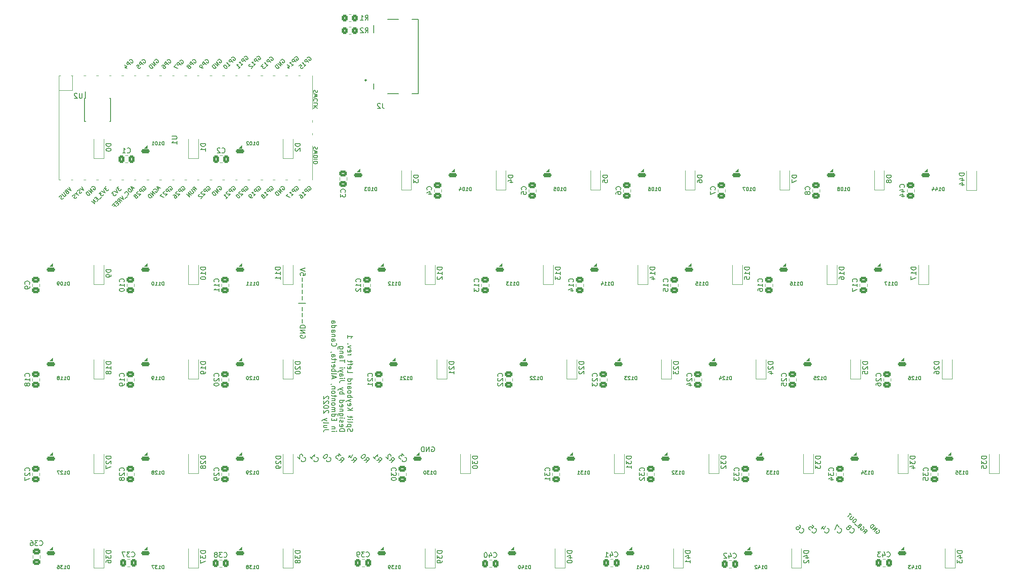
<source format=gbo>
%TF.GenerationSoftware,KiCad,Pcbnew,(6.0.5)*%
%TF.CreationDate,2022-07-14T01:39:24-06:00*%
%TF.ProjectId,kb,6b622e6b-6963-4616-945f-706362585858,rev?*%
%TF.SameCoordinates,Original*%
%TF.FileFunction,Legend,Bot*%
%TF.FilePolarity,Positive*%
%FSLAX46Y46*%
G04 Gerber Fmt 4.6, Leading zero omitted, Abs format (unit mm)*
G04 Created by KiCad (PCBNEW (6.0.5)) date 2022-07-14 01:39:24*
%MOMM*%
%LPD*%
G01*
G04 APERTURE LIST*
G04 Aperture macros list*
%AMRoundRect*
0 Rectangle with rounded corners*
0 $1 Rounding radius*
0 $2 $3 $4 $5 $6 $7 $8 $9 X,Y pos of 4 corners*
0 Add a 4 corners polygon primitive as box body*
4,1,4,$2,$3,$4,$5,$6,$7,$8,$9,$2,$3,0*
0 Add four circle primitives for the rounded corners*
1,1,$1+$1,$2,$3*
1,1,$1+$1,$4,$5*
1,1,$1+$1,$6,$7*
1,1,$1+$1,$8,$9*
0 Add four rect primitives between the rounded corners*
20,1,$1+$1,$2,$3,$4,$5,0*
20,1,$1+$1,$4,$5,$6,$7,0*
20,1,$1+$1,$6,$7,$8,$9,0*
20,1,$1+$1,$8,$9,$2,$3,0*%
G04 Aperture macros list end*
%ADD10C,0.150000*%
%ADD11C,0.200000*%
%ADD12C,0.120000*%
%ADD13C,0.100000*%
%ADD14C,0.127000*%
%ADD15C,0.254000*%
%ADD16RoundRect,0.250000X0.350000X0.450000X-0.350000X0.450000X-0.350000X-0.450000X0.350000X-0.450000X0*%
%ADD17C,3.987800*%
%ADD18C,1.750000*%
%ADD19C,3.000000*%
%ADD20R,2.550000X2.500000*%
%ADD21R,1.700000X1.700000*%
%ADD22O,1.700000X1.700000*%
%ADD23O,3.200000X2.000000*%
%ADD24R,2.000000X2.000000*%
%ADD25C,2.000000*%
%ADD26C,3.048000*%
%ADD27RoundRect,0.250000X0.475000X-0.337500X0.475000X0.337500X-0.475000X0.337500X-0.475000X-0.337500X0*%
%ADD28R,1.200000X0.900000*%
%ADD29RoundRect,0.250000X-0.475000X0.337500X-0.475000X-0.337500X0.475000X-0.337500X0.475000X0.337500X0*%
%ADD30R,1.700000X0.820000*%
%ADD31RoundRect,0.205000X0.645000X0.205000X-0.645000X0.205000X-0.645000X-0.205000X0.645000X-0.205000X0*%
%ADD32RoundRect,0.250000X0.337500X0.475000X-0.337500X0.475000X-0.337500X-0.475000X0.337500X-0.475000X0*%
%ADD33R,1.700000X3.500000*%
%ADD34R,1.900000X0.300000*%
%ADD35C,1.950000*%
%ADD36R,0.450000X1.450000*%
%ADD37R,1.800000X1.500000*%
G04 APERTURE END LIST*
D10*
X198353215Y-148192026D02*
X198811151Y-148111214D01*
X198676464Y-148515275D02*
X199242150Y-147949589D01*
X199026650Y-147734090D01*
X198945838Y-147707153D01*
X198891963Y-147707153D01*
X198811151Y-147734090D01*
X198730339Y-147814902D01*
X198703402Y-147895715D01*
X198703402Y-147949589D01*
X198730339Y-148030402D01*
X198945838Y-148245901D01*
X198353215Y-147114530D02*
X198434028Y-147141467D01*
X198514840Y-147222280D01*
X198568715Y-147330029D01*
X198568715Y-147437779D01*
X198541777Y-147518591D01*
X198460965Y-147653278D01*
X198380153Y-147734090D01*
X198245466Y-147814902D01*
X198164654Y-147841840D01*
X198056904Y-147841840D01*
X197949154Y-147787965D01*
X197895280Y-147734090D01*
X197841405Y-147626341D01*
X197841405Y-147572466D01*
X198029967Y-147383904D01*
X198137716Y-147491654D01*
X197652843Y-146899031D02*
X197545093Y-146845156D01*
X197491219Y-146845156D01*
X197410406Y-146872093D01*
X197329594Y-146952906D01*
X197302657Y-147033718D01*
X197302657Y-147087593D01*
X197329594Y-147168405D01*
X197545093Y-147383904D01*
X198110779Y-146818219D01*
X197922217Y-146629657D01*
X197841405Y-146602719D01*
X197787530Y-146602719D01*
X197706718Y-146629657D01*
X197652843Y-146683532D01*
X197625906Y-146764344D01*
X197625906Y-146818219D01*
X197652843Y-146899031D01*
X197841405Y-147087593D01*
X197060220Y-147006780D02*
X196629222Y-146575782D01*
X197006345Y-145713785D02*
X196898596Y-145606036D01*
X196817784Y-145579098D01*
X196710034Y-145579098D01*
X196575347Y-145659910D01*
X196386785Y-145848472D01*
X196305973Y-145983159D01*
X196305973Y-146090909D01*
X196332910Y-146171721D01*
X196440660Y-146279471D01*
X196521472Y-146306408D01*
X196629222Y-146306408D01*
X196763909Y-146225596D01*
X196952471Y-146037034D01*
X197033283Y-145902347D01*
X197033283Y-145794597D01*
X197006345Y-145713785D01*
X196521472Y-145228912D02*
X196063536Y-145686848D01*
X195982724Y-145713785D01*
X195928849Y-145713785D01*
X195848037Y-145686848D01*
X195740288Y-145579098D01*
X195713350Y-145498286D01*
X195713350Y-145444411D01*
X195740288Y-145363599D01*
X196198223Y-144905663D01*
X196009662Y-144717101D02*
X195686413Y-144393853D01*
X195282352Y-145121162D02*
X195848037Y-144555477D01*
X190622099Y-148074175D02*
X190622099Y-148141518D01*
X190689442Y-148276205D01*
X190756786Y-148343549D01*
X190891473Y-148410892D01*
X191026160Y-148410892D01*
X191127175Y-148377221D01*
X191295534Y-148276205D01*
X191396549Y-148175190D01*
X191497564Y-148006831D01*
X191531236Y-147905816D01*
X191531236Y-147771129D01*
X191463892Y-147636442D01*
X191396549Y-147569099D01*
X191261862Y-147501755D01*
X191194518Y-147501755D01*
X190420068Y-147064022D02*
X189948664Y-147535427D01*
X190857801Y-146963007D02*
X190521083Y-147636442D01*
X190083351Y-147198709D01*
X111476214Y-131072000D02*
X111571452Y-131024380D01*
X111714309Y-131024380D01*
X111857166Y-131072000D01*
X111952404Y-131167238D01*
X112000023Y-131262476D01*
X112047642Y-131452952D01*
X112047642Y-131595809D01*
X112000023Y-131786285D01*
X111952404Y-131881523D01*
X111857166Y-131976761D01*
X111714309Y-132024380D01*
X111619071Y-132024380D01*
X111476214Y-131976761D01*
X111428595Y-131929142D01*
X111428595Y-131595809D01*
X111619071Y-131595809D01*
X111000023Y-132024380D02*
X111000023Y-131024380D01*
X110428595Y-132024380D01*
X110428595Y-131024380D01*
X109952404Y-132024380D02*
X109952404Y-131024380D01*
X109714309Y-131024380D01*
X109571452Y-131072000D01*
X109476214Y-131167238D01*
X109428595Y-131262476D01*
X109380976Y-131452952D01*
X109380976Y-131595809D01*
X109428595Y-131786285D01*
X109476214Y-131881523D01*
X109571452Y-131976761D01*
X109714309Y-132024380D01*
X109952404Y-132024380D01*
X87746526Y-133717603D02*
X87746526Y-133784946D01*
X87813870Y-133919633D01*
X87881213Y-133986977D01*
X88015900Y-134054320D01*
X88150587Y-134054320D01*
X88251603Y-134020648D01*
X88419961Y-133919633D01*
X88520977Y-133818618D01*
X88621992Y-133650259D01*
X88655664Y-133549244D01*
X88655664Y-133414557D01*
X88588320Y-133279870D01*
X88520977Y-133212526D01*
X88386290Y-133145183D01*
X88318946Y-133145183D01*
X87005748Y-133111511D02*
X87409809Y-133515572D01*
X87207778Y-133313542D02*
X87914885Y-132606435D01*
X87881213Y-132774794D01*
X87881213Y-132909481D01*
X87914885Y-133010496D01*
X105526526Y-133717603D02*
X105526526Y-133784946D01*
X105593870Y-133919633D01*
X105661213Y-133986977D01*
X105795900Y-134054320D01*
X105930587Y-134054320D01*
X106031603Y-134020648D01*
X106199961Y-133919633D01*
X106300977Y-133818618D01*
X106401992Y-133650259D01*
X106435664Y-133549244D01*
X106435664Y-133414557D01*
X106368320Y-133279870D01*
X106300977Y-133212526D01*
X106166290Y-133145183D01*
X106098946Y-133145183D01*
X105930587Y-132842137D02*
X105492855Y-132404404D01*
X105459183Y-132909481D01*
X105358168Y-132808465D01*
X105257152Y-132774794D01*
X105189809Y-132774794D01*
X105088794Y-132808465D01*
X104920435Y-132976824D01*
X104886763Y-133077839D01*
X104886763Y-133145183D01*
X104920435Y-133246198D01*
X105122465Y-133448229D01*
X105223481Y-133481900D01*
X105290824Y-133481900D01*
X188082099Y-148074175D02*
X188082099Y-148141518D01*
X188149442Y-148276205D01*
X188216786Y-148343549D01*
X188351473Y-148410892D01*
X188486160Y-148410892D01*
X188587175Y-148377221D01*
X188755534Y-148276205D01*
X188856549Y-148175190D01*
X188957564Y-148006831D01*
X188991236Y-147905816D01*
X188991236Y-147771129D01*
X188923892Y-147636442D01*
X188856549Y-147569099D01*
X188721862Y-147501755D01*
X188654518Y-147501755D01*
X188082099Y-146794648D02*
X188418816Y-147131366D01*
X188115770Y-147501755D01*
X188115770Y-147434412D01*
X188082099Y-147333396D01*
X187913740Y-147165038D01*
X187812725Y-147131366D01*
X187745381Y-147131366D01*
X187644366Y-147165038D01*
X187476007Y-147333396D01*
X187442335Y-147434412D01*
X187442335Y-147501755D01*
X187476007Y-147602770D01*
X187644366Y-147771129D01*
X187745381Y-147804801D01*
X187812725Y-147804801D01*
X185542099Y-148074175D02*
X185542099Y-148141518D01*
X185609442Y-148276205D01*
X185676786Y-148343549D01*
X185811473Y-148410892D01*
X185946160Y-148410892D01*
X186047175Y-148377221D01*
X186215534Y-148276205D01*
X186316549Y-148175190D01*
X186417564Y-148006831D01*
X186451236Y-147905816D01*
X186451236Y-147771129D01*
X186383892Y-147636442D01*
X186316549Y-147569099D01*
X186181862Y-147501755D01*
X186114518Y-147501755D01*
X185575770Y-146828320D02*
X185710457Y-146963007D01*
X185744129Y-147064022D01*
X185744129Y-147131366D01*
X185710457Y-147299725D01*
X185609442Y-147468083D01*
X185340068Y-147737457D01*
X185239053Y-147771129D01*
X185171709Y-147771129D01*
X185070694Y-147737457D01*
X184936007Y-147602770D01*
X184902335Y-147501755D01*
X184902335Y-147434412D01*
X184936007Y-147333396D01*
X185104366Y-147165038D01*
X185205381Y-147131366D01*
X185272725Y-147131366D01*
X185373740Y-147165038D01*
X185508427Y-147299725D01*
X185542099Y-147400740D01*
X185542099Y-147468083D01*
X185508427Y-147569099D01*
X100379183Y-133784946D02*
X100951603Y-133683931D01*
X100783244Y-134189007D02*
X101490351Y-133481900D01*
X101220977Y-133212526D01*
X101119961Y-133178855D01*
X101052618Y-133178855D01*
X100951603Y-133212526D01*
X100850587Y-133313542D01*
X100816916Y-133414557D01*
X100816916Y-133481900D01*
X100850587Y-133582916D01*
X101119961Y-133852290D01*
X99705748Y-133111511D02*
X100109809Y-133515572D01*
X99907778Y-133313542D02*
X100614885Y-132606435D01*
X100581213Y-132774794D01*
X100581213Y-132909481D01*
X100614885Y-133010496D01*
X193162099Y-148074175D02*
X193162099Y-148141518D01*
X193229442Y-148276205D01*
X193296786Y-148343549D01*
X193431473Y-148410892D01*
X193566160Y-148410892D01*
X193667175Y-148377221D01*
X193835534Y-148276205D01*
X193936549Y-148175190D01*
X194037564Y-148006831D01*
X194071236Y-147905816D01*
X194071236Y-147771129D01*
X194003892Y-147636442D01*
X193936549Y-147569099D01*
X193801862Y-147501755D01*
X193734518Y-147501755D01*
X193566160Y-147198709D02*
X193094755Y-146727305D01*
X192690694Y-147737457D01*
X95299183Y-133784946D02*
X95871603Y-133683931D01*
X95703244Y-134189007D02*
X96410351Y-133481900D01*
X96140977Y-133212526D01*
X96039961Y-133178855D01*
X95972618Y-133178855D01*
X95871603Y-133212526D01*
X95770587Y-133313542D01*
X95736916Y-133414557D01*
X95736916Y-133481900D01*
X95770587Y-133582916D01*
X96039961Y-133852290D01*
X95164496Y-132707450D02*
X94693091Y-133178855D01*
X95602229Y-132606435D02*
X95265511Y-133279870D01*
X94827778Y-132842137D01*
X90286526Y-133717603D02*
X90286526Y-133784946D01*
X90353870Y-133919633D01*
X90421213Y-133986977D01*
X90555900Y-134054320D01*
X90690587Y-134054320D01*
X90791603Y-134020648D01*
X90959961Y-133919633D01*
X91060977Y-133818618D01*
X91161992Y-133650259D01*
X91195664Y-133549244D01*
X91195664Y-133414557D01*
X91128320Y-133279870D01*
X91060977Y-133212526D01*
X90926290Y-133145183D01*
X90858946Y-133145183D01*
X90488557Y-132640107D02*
X90421213Y-132572763D01*
X90320198Y-132539091D01*
X90252855Y-132539091D01*
X90151839Y-132572763D01*
X89983481Y-132673778D01*
X89815122Y-132842137D01*
X89714107Y-133010496D01*
X89680435Y-133111511D01*
X89680435Y-133178855D01*
X89714107Y-133279870D01*
X89781450Y-133347213D01*
X89882465Y-133380885D01*
X89949809Y-133380885D01*
X90050824Y-133347213D01*
X90219183Y-133246198D01*
X90387542Y-133077839D01*
X90488557Y-132909481D01*
X90522229Y-132808465D01*
X90522229Y-132741122D01*
X90488557Y-132640107D01*
X85971000Y-108584190D02*
X86018619Y-108679428D01*
X86018619Y-108822285D01*
X85971000Y-108965142D01*
X85875761Y-109060380D01*
X85780523Y-109108000D01*
X85590047Y-109155619D01*
X85447190Y-109155619D01*
X85256714Y-109108000D01*
X85161476Y-109060380D01*
X85066238Y-108965142D01*
X85018619Y-108822285D01*
X85018619Y-108727047D01*
X85066238Y-108584190D01*
X85113857Y-108536571D01*
X85447190Y-108536571D01*
X85447190Y-108727047D01*
X85018619Y-108108000D02*
X86018619Y-108108000D01*
X85018619Y-107536571D01*
X86018619Y-107536571D01*
X85018619Y-107060380D02*
X86018619Y-107060380D01*
X86018619Y-106822285D01*
X85971000Y-106679428D01*
X85875761Y-106584190D01*
X85780523Y-106536571D01*
X85590047Y-106488952D01*
X85447190Y-106488952D01*
X85256714Y-106536571D01*
X85161476Y-106584190D01*
X85066238Y-106679428D01*
X85018619Y-106822285D01*
X85018619Y-107060380D01*
X85399571Y-106060380D02*
X85399571Y-105298476D01*
X85399571Y-104822285D02*
X85399571Y-104060380D01*
X85399571Y-103584190D02*
X85399571Y-102822285D01*
X84685285Y-102108000D02*
X86113857Y-102108000D01*
X85399571Y-101393714D02*
X85399571Y-100631809D01*
X85399571Y-100155619D02*
X85399571Y-99393714D01*
X85399571Y-98917523D02*
X85399571Y-98155619D01*
X85399571Y-97679428D02*
X85399571Y-96917523D01*
X86018619Y-95965142D02*
X86018619Y-96441333D01*
X85542428Y-96488952D01*
X85590047Y-96441333D01*
X85637666Y-96346095D01*
X85637666Y-96108000D01*
X85590047Y-96012761D01*
X85542428Y-95965142D01*
X85447190Y-95917523D01*
X85209095Y-95917523D01*
X85113857Y-95965142D01*
X85066238Y-96012761D01*
X85018619Y-96108000D01*
X85018619Y-96346095D01*
X85066238Y-96441333D01*
X85113857Y-96488952D01*
X86018619Y-95631809D02*
X85018619Y-95298476D01*
X86018619Y-94965142D01*
X97839183Y-133784946D02*
X98411603Y-133683931D01*
X98243244Y-134189007D02*
X98950351Y-133481900D01*
X98680977Y-133212526D01*
X98579961Y-133178855D01*
X98512618Y-133178855D01*
X98411603Y-133212526D01*
X98310587Y-133313542D01*
X98276916Y-133414557D01*
X98276916Y-133481900D01*
X98310587Y-133582916D01*
X98579961Y-133852290D01*
X98108557Y-132640107D02*
X98041213Y-132572763D01*
X97940198Y-132539091D01*
X97872855Y-132539091D01*
X97771839Y-132572763D01*
X97603481Y-132673778D01*
X97435122Y-132842137D01*
X97334107Y-133010496D01*
X97300435Y-133111511D01*
X97300435Y-133178855D01*
X97334107Y-133279870D01*
X97401450Y-133347213D01*
X97502465Y-133380885D01*
X97569809Y-133380885D01*
X97670824Y-133347213D01*
X97839183Y-133246198D01*
X98007542Y-133077839D01*
X98108557Y-132909481D01*
X98142229Y-132808465D01*
X98142229Y-132741122D01*
X98108557Y-132640107D01*
D11*
X94593238Y-127949523D02*
X94545619Y-127806666D01*
X94545619Y-127568571D01*
X94593238Y-127473333D01*
X94640857Y-127425714D01*
X94736095Y-127378095D01*
X94831333Y-127378095D01*
X94926571Y-127425714D01*
X94974190Y-127473333D01*
X95021809Y-127568571D01*
X95069428Y-127759047D01*
X95117047Y-127854285D01*
X95164666Y-127901904D01*
X95259904Y-127949523D01*
X95355142Y-127949523D01*
X95450380Y-127901904D01*
X95498000Y-127854285D01*
X95545619Y-127759047D01*
X95545619Y-127520952D01*
X95498000Y-127378095D01*
X95212285Y-126949523D02*
X94212285Y-126949523D01*
X95164666Y-126949523D02*
X95212285Y-126854285D01*
X95212285Y-126663809D01*
X95164666Y-126568571D01*
X95117047Y-126520952D01*
X95021809Y-126473333D01*
X94736095Y-126473333D01*
X94640857Y-126520952D01*
X94593238Y-126568571D01*
X94545619Y-126663809D01*
X94545619Y-126854285D01*
X94593238Y-126949523D01*
X94545619Y-125901904D02*
X94593238Y-125997142D01*
X94688476Y-126044761D01*
X95545619Y-126044761D01*
X94545619Y-125520952D02*
X95212285Y-125520952D01*
X95545619Y-125520952D02*
X95498000Y-125568571D01*
X95450380Y-125520952D01*
X95498000Y-125473333D01*
X95545619Y-125520952D01*
X95450380Y-125520952D01*
X95212285Y-125187619D02*
X95212285Y-124806666D01*
X95545619Y-125044761D02*
X94688476Y-125044761D01*
X94593238Y-124997142D01*
X94545619Y-124901904D01*
X94545619Y-124806666D01*
X94545619Y-123711428D02*
X95545619Y-123711428D01*
X94545619Y-123140000D02*
X95117047Y-123568571D01*
X95545619Y-123140000D02*
X94974190Y-123711428D01*
X94593238Y-122330476D02*
X94545619Y-122425714D01*
X94545619Y-122616190D01*
X94593238Y-122711428D01*
X94688476Y-122759047D01*
X95069428Y-122759047D01*
X95164666Y-122711428D01*
X95212285Y-122616190D01*
X95212285Y-122425714D01*
X95164666Y-122330476D01*
X95069428Y-122282857D01*
X94974190Y-122282857D01*
X94878952Y-122759047D01*
X95212285Y-121949523D02*
X94545619Y-121711428D01*
X95212285Y-121473333D02*
X94545619Y-121711428D01*
X94307523Y-121806666D01*
X94259904Y-121854285D01*
X94212285Y-121949523D01*
X94545619Y-121092380D02*
X95545619Y-121092380D01*
X95164666Y-121092380D02*
X95212285Y-120997142D01*
X95212285Y-120806666D01*
X95164666Y-120711428D01*
X95117047Y-120663809D01*
X95021809Y-120616190D01*
X94736095Y-120616190D01*
X94640857Y-120663809D01*
X94593238Y-120711428D01*
X94545619Y-120806666D01*
X94545619Y-120997142D01*
X94593238Y-121092380D01*
X94545619Y-120044761D02*
X94593238Y-120140000D01*
X94640857Y-120187619D01*
X94736095Y-120235238D01*
X95021809Y-120235238D01*
X95117047Y-120187619D01*
X95164666Y-120140000D01*
X95212285Y-120044761D01*
X95212285Y-119901904D01*
X95164666Y-119806666D01*
X95117047Y-119759047D01*
X95021809Y-119711428D01*
X94736095Y-119711428D01*
X94640857Y-119759047D01*
X94593238Y-119806666D01*
X94545619Y-119901904D01*
X94545619Y-120044761D01*
X94545619Y-118854285D02*
X95069428Y-118854285D01*
X95164666Y-118901904D01*
X95212285Y-118997142D01*
X95212285Y-119187619D01*
X95164666Y-119282857D01*
X94593238Y-118854285D02*
X94545619Y-118949523D01*
X94545619Y-119187619D01*
X94593238Y-119282857D01*
X94688476Y-119330476D01*
X94783714Y-119330476D01*
X94878952Y-119282857D01*
X94926571Y-119187619D01*
X94926571Y-118949523D01*
X94974190Y-118854285D01*
X94545619Y-118378095D02*
X95212285Y-118378095D01*
X95021809Y-118378095D02*
X95117047Y-118330476D01*
X95164666Y-118282857D01*
X95212285Y-118187619D01*
X95212285Y-118092380D01*
X94545619Y-117330476D02*
X95545619Y-117330476D01*
X94593238Y-117330476D02*
X94545619Y-117425714D01*
X94545619Y-117616190D01*
X94593238Y-117711428D01*
X94640857Y-117759047D01*
X94736095Y-117806666D01*
X95021809Y-117806666D01*
X95117047Y-117759047D01*
X95164666Y-117711428D01*
X95212285Y-117616190D01*
X95212285Y-117425714D01*
X95164666Y-117330476D01*
X94545619Y-115616190D02*
X94545619Y-116092380D01*
X95545619Y-116092380D01*
X94593238Y-114901904D02*
X94545619Y-114997142D01*
X94545619Y-115187619D01*
X94593238Y-115282857D01*
X94688476Y-115330476D01*
X95069428Y-115330476D01*
X95164666Y-115282857D01*
X95212285Y-115187619D01*
X95212285Y-114997142D01*
X95164666Y-114901904D01*
X95069428Y-114854285D01*
X94974190Y-114854285D01*
X94878952Y-115330476D01*
X95212285Y-114568571D02*
X95212285Y-114187619D01*
X94545619Y-114425714D02*
X95402761Y-114425714D01*
X95498000Y-114378095D01*
X95545619Y-114282857D01*
X95545619Y-114187619D01*
X95212285Y-113997142D02*
X95212285Y-113616190D01*
X95545619Y-113854285D02*
X94688476Y-113854285D01*
X94593238Y-113806666D01*
X94545619Y-113711428D01*
X94545619Y-113616190D01*
X94545619Y-112520952D02*
X95212285Y-112520952D01*
X95021809Y-112520952D02*
X95117047Y-112473333D01*
X95164666Y-112425714D01*
X95212285Y-112330476D01*
X95212285Y-112235238D01*
X94593238Y-111520952D02*
X94545619Y-111616190D01*
X94545619Y-111806666D01*
X94593238Y-111901904D01*
X94688476Y-111949523D01*
X95069428Y-111949523D01*
X95164666Y-111901904D01*
X95212285Y-111806666D01*
X95212285Y-111616190D01*
X95164666Y-111520952D01*
X95069428Y-111473333D01*
X94974190Y-111473333D01*
X94878952Y-111949523D01*
X95212285Y-111140000D02*
X94545619Y-110901904D01*
X95212285Y-110663809D01*
X94640857Y-110282857D02*
X94593238Y-110235238D01*
X94545619Y-110282857D01*
X94593238Y-110330476D01*
X94640857Y-110282857D01*
X94545619Y-110282857D01*
X94545619Y-108520952D02*
X94545619Y-109092380D01*
X94545619Y-108806666D02*
X95545619Y-108806666D01*
X95402761Y-108901904D01*
X95307523Y-108997142D01*
X95259904Y-109092380D01*
X92935619Y-127901904D02*
X93935619Y-127901904D01*
X93935619Y-127663809D01*
X93888000Y-127520952D01*
X93792761Y-127425714D01*
X93697523Y-127378095D01*
X93507047Y-127330476D01*
X93364190Y-127330476D01*
X93173714Y-127378095D01*
X93078476Y-127425714D01*
X92983238Y-127520952D01*
X92935619Y-127663809D01*
X92935619Y-127901904D01*
X92983238Y-126520952D02*
X92935619Y-126616190D01*
X92935619Y-126806666D01*
X92983238Y-126901904D01*
X93078476Y-126949523D01*
X93459428Y-126949523D01*
X93554666Y-126901904D01*
X93602285Y-126806666D01*
X93602285Y-126616190D01*
X93554666Y-126520952D01*
X93459428Y-126473333D01*
X93364190Y-126473333D01*
X93268952Y-126949523D01*
X92983238Y-126092380D02*
X92935619Y-125997142D01*
X92935619Y-125806666D01*
X92983238Y-125711428D01*
X93078476Y-125663809D01*
X93126095Y-125663809D01*
X93221333Y-125711428D01*
X93268952Y-125806666D01*
X93268952Y-125949523D01*
X93316571Y-126044761D01*
X93411809Y-126092380D01*
X93459428Y-126092380D01*
X93554666Y-126044761D01*
X93602285Y-125949523D01*
X93602285Y-125806666D01*
X93554666Y-125711428D01*
X92935619Y-125235238D02*
X93602285Y-125235238D01*
X93935619Y-125235238D02*
X93888000Y-125282857D01*
X93840380Y-125235238D01*
X93888000Y-125187619D01*
X93935619Y-125235238D01*
X93840380Y-125235238D01*
X93602285Y-124330476D02*
X92792761Y-124330476D01*
X92697523Y-124378095D01*
X92649904Y-124425714D01*
X92602285Y-124520952D01*
X92602285Y-124663809D01*
X92649904Y-124759047D01*
X92983238Y-124330476D02*
X92935619Y-124425714D01*
X92935619Y-124616190D01*
X92983238Y-124711428D01*
X93030857Y-124759047D01*
X93126095Y-124806666D01*
X93411809Y-124806666D01*
X93507047Y-124759047D01*
X93554666Y-124711428D01*
X93602285Y-124616190D01*
X93602285Y-124425714D01*
X93554666Y-124330476D01*
X93602285Y-123854285D02*
X92935619Y-123854285D01*
X93507047Y-123854285D02*
X93554666Y-123806666D01*
X93602285Y-123711428D01*
X93602285Y-123568571D01*
X93554666Y-123473333D01*
X93459428Y-123425714D01*
X92935619Y-123425714D01*
X92983238Y-122568571D02*
X92935619Y-122663809D01*
X92935619Y-122854285D01*
X92983238Y-122949523D01*
X93078476Y-122997142D01*
X93459428Y-122997142D01*
X93554666Y-122949523D01*
X93602285Y-122854285D01*
X93602285Y-122663809D01*
X93554666Y-122568571D01*
X93459428Y-122520952D01*
X93364190Y-122520952D01*
X93268952Y-122997142D01*
X92935619Y-121663809D02*
X93935619Y-121663809D01*
X92983238Y-121663809D02*
X92935619Y-121759047D01*
X92935619Y-121949523D01*
X92983238Y-122044761D01*
X93030857Y-122092380D01*
X93126095Y-122140000D01*
X93411809Y-122140000D01*
X93507047Y-122092380D01*
X93554666Y-122044761D01*
X93602285Y-121949523D01*
X93602285Y-121759047D01*
X93554666Y-121663809D01*
X92935619Y-120425714D02*
X93935619Y-120425714D01*
X93554666Y-120425714D02*
X93602285Y-120330476D01*
X93602285Y-120140000D01*
X93554666Y-120044761D01*
X93507047Y-119997142D01*
X93411809Y-119949523D01*
X93126095Y-119949523D01*
X93030857Y-119997142D01*
X92983238Y-120044761D01*
X92935619Y-120140000D01*
X92935619Y-120330476D01*
X92983238Y-120425714D01*
X93602285Y-119616190D02*
X92935619Y-119378095D01*
X93602285Y-119140000D02*
X92935619Y-119378095D01*
X92697523Y-119473333D01*
X92649904Y-119520952D01*
X92602285Y-119616190D01*
X93935619Y-117711428D02*
X93221333Y-117711428D01*
X93078476Y-117759047D01*
X92983238Y-117854285D01*
X92935619Y-117997142D01*
X92935619Y-118092380D01*
X92935619Y-117235238D02*
X93602285Y-117235238D01*
X93935619Y-117235238D02*
X93888000Y-117282857D01*
X93840380Y-117235238D01*
X93888000Y-117187619D01*
X93935619Y-117235238D01*
X93840380Y-117235238D01*
X92935619Y-116330476D02*
X93459428Y-116330476D01*
X93554666Y-116378095D01*
X93602285Y-116473333D01*
X93602285Y-116663809D01*
X93554666Y-116759047D01*
X92983238Y-116330476D02*
X92935619Y-116425714D01*
X92935619Y-116663809D01*
X92983238Y-116759047D01*
X93078476Y-116806666D01*
X93173714Y-116806666D01*
X93268952Y-116759047D01*
X93316571Y-116663809D01*
X93316571Y-116425714D01*
X93364190Y-116330476D01*
X93602285Y-115949523D02*
X92935619Y-115711428D01*
X93602285Y-115473333D02*
X92935619Y-115711428D01*
X92697523Y-115806666D01*
X92649904Y-115854285D01*
X92602285Y-115949523D01*
X92935619Y-115092380D02*
X93602285Y-115092380D01*
X93935619Y-115092380D02*
X93888000Y-115140000D01*
X93840380Y-115092380D01*
X93888000Y-115044761D01*
X93935619Y-115092380D01*
X93840380Y-115092380D01*
X93935619Y-113997142D02*
X93935619Y-113425714D01*
X92935619Y-113711428D02*
X93935619Y-113711428D01*
X92935619Y-112663809D02*
X93459428Y-112663809D01*
X93554666Y-112711428D01*
X93602285Y-112806666D01*
X93602285Y-112997142D01*
X93554666Y-113092380D01*
X92983238Y-112663809D02*
X92935619Y-112759047D01*
X92935619Y-112997142D01*
X92983238Y-113092380D01*
X93078476Y-113140000D01*
X93173714Y-113140000D01*
X93268952Y-113092380D01*
X93316571Y-112997142D01*
X93316571Y-112759047D01*
X93364190Y-112663809D01*
X93602285Y-112187619D02*
X92935619Y-112187619D01*
X93507047Y-112187619D02*
X93554666Y-112140000D01*
X93602285Y-112044761D01*
X93602285Y-111901904D01*
X93554666Y-111806666D01*
X93459428Y-111759047D01*
X92935619Y-111759047D01*
X93602285Y-110854285D02*
X92792761Y-110854285D01*
X92697523Y-110901904D01*
X92649904Y-110949523D01*
X92602285Y-111044761D01*
X92602285Y-111187619D01*
X92649904Y-111282857D01*
X92983238Y-110854285D02*
X92935619Y-110949523D01*
X92935619Y-111140000D01*
X92983238Y-111235238D01*
X93030857Y-111282857D01*
X93126095Y-111330476D01*
X93411809Y-111330476D01*
X93507047Y-111282857D01*
X93554666Y-111235238D01*
X93602285Y-111140000D01*
X93602285Y-110949523D01*
X93554666Y-110854285D01*
X91325619Y-127901904D02*
X91992285Y-127901904D01*
X92325619Y-127901904D02*
X92278000Y-127949523D01*
X92230380Y-127901904D01*
X92278000Y-127854285D01*
X92325619Y-127901904D01*
X92230380Y-127901904D01*
X91992285Y-127425714D02*
X91325619Y-127425714D01*
X91897047Y-127425714D02*
X91944666Y-127378095D01*
X91992285Y-127282857D01*
X91992285Y-127140000D01*
X91944666Y-127044761D01*
X91849428Y-126997142D01*
X91325619Y-126997142D01*
X91849428Y-125759047D02*
X91849428Y-125425714D01*
X91325619Y-125282857D02*
X91325619Y-125759047D01*
X92325619Y-125759047D01*
X92325619Y-125282857D01*
X91325619Y-124425714D02*
X92325619Y-124425714D01*
X91373238Y-124425714D02*
X91325619Y-124520952D01*
X91325619Y-124711428D01*
X91373238Y-124806666D01*
X91420857Y-124854285D01*
X91516095Y-124901904D01*
X91801809Y-124901904D01*
X91897047Y-124854285D01*
X91944666Y-124806666D01*
X91992285Y-124711428D01*
X91992285Y-124520952D01*
X91944666Y-124425714D01*
X91325619Y-123949523D02*
X91992285Y-123949523D01*
X91897047Y-123949523D02*
X91944666Y-123901904D01*
X91992285Y-123806666D01*
X91992285Y-123663809D01*
X91944666Y-123568571D01*
X91849428Y-123520952D01*
X91325619Y-123520952D01*
X91849428Y-123520952D02*
X91944666Y-123473333D01*
X91992285Y-123378095D01*
X91992285Y-123235238D01*
X91944666Y-123140000D01*
X91849428Y-123092380D01*
X91325619Y-123092380D01*
X91325619Y-122473333D02*
X91373238Y-122568571D01*
X91420857Y-122616190D01*
X91516095Y-122663809D01*
X91801809Y-122663809D01*
X91897047Y-122616190D01*
X91944666Y-122568571D01*
X91992285Y-122473333D01*
X91992285Y-122330476D01*
X91944666Y-122235238D01*
X91897047Y-122187619D01*
X91801809Y-122140000D01*
X91516095Y-122140000D01*
X91420857Y-122187619D01*
X91373238Y-122235238D01*
X91325619Y-122330476D01*
X91325619Y-122473333D01*
X91992285Y-121711428D02*
X91325619Y-121711428D01*
X91897047Y-121711428D02*
X91944666Y-121663809D01*
X91992285Y-121568571D01*
X91992285Y-121425714D01*
X91944666Y-121330476D01*
X91849428Y-121282857D01*
X91325619Y-121282857D01*
X91992285Y-120949523D02*
X91992285Y-120568571D01*
X92325619Y-120806666D02*
X91468476Y-120806666D01*
X91373238Y-120759047D01*
X91325619Y-120663809D01*
X91325619Y-120568571D01*
X91325619Y-120092380D02*
X91373238Y-120187619D01*
X91420857Y-120235238D01*
X91516095Y-120282857D01*
X91801809Y-120282857D01*
X91897047Y-120235238D01*
X91944666Y-120187619D01*
X91992285Y-120092380D01*
X91992285Y-119949523D01*
X91944666Y-119854285D01*
X91897047Y-119806666D01*
X91801809Y-119759047D01*
X91516095Y-119759047D01*
X91420857Y-119806666D01*
X91373238Y-119854285D01*
X91325619Y-119949523D01*
X91325619Y-120092380D01*
X91992285Y-119330476D02*
X91325619Y-119330476D01*
X91897047Y-119330476D02*
X91944666Y-119282857D01*
X91992285Y-119187619D01*
X91992285Y-119044761D01*
X91944666Y-118949523D01*
X91849428Y-118901904D01*
X91325619Y-118901904D01*
X91373238Y-118378095D02*
X91325619Y-118378095D01*
X91230380Y-118425714D01*
X91182761Y-118473333D01*
X91611333Y-117235238D02*
X91611333Y-116759047D01*
X91325619Y-117330476D02*
X92325619Y-116997142D01*
X91325619Y-116663809D01*
X91325619Y-116187619D02*
X91373238Y-116282857D01*
X91468476Y-116330476D01*
X92325619Y-116330476D01*
X91325619Y-115806666D02*
X92325619Y-115806666D01*
X91944666Y-115806666D02*
X91992285Y-115711428D01*
X91992285Y-115520952D01*
X91944666Y-115425714D01*
X91897047Y-115378095D01*
X91801809Y-115330476D01*
X91516095Y-115330476D01*
X91420857Y-115378095D01*
X91373238Y-115425714D01*
X91325619Y-115520952D01*
X91325619Y-115711428D01*
X91373238Y-115806666D01*
X91373238Y-114520952D02*
X91325619Y-114616190D01*
X91325619Y-114806666D01*
X91373238Y-114901904D01*
X91468476Y-114949523D01*
X91849428Y-114949523D01*
X91944666Y-114901904D01*
X91992285Y-114806666D01*
X91992285Y-114616190D01*
X91944666Y-114520952D01*
X91849428Y-114473333D01*
X91754190Y-114473333D01*
X91658952Y-114949523D01*
X91325619Y-114044761D02*
X91992285Y-114044761D01*
X91801809Y-114044761D02*
X91897047Y-113997142D01*
X91944666Y-113949523D01*
X91992285Y-113854285D01*
X91992285Y-113759047D01*
X91992285Y-113568571D02*
X91992285Y-113187619D01*
X92325619Y-113425714D02*
X91468476Y-113425714D01*
X91373238Y-113378095D01*
X91325619Y-113282857D01*
X91325619Y-113187619D01*
X91325619Y-112425714D02*
X91849428Y-112425714D01*
X91944666Y-112473333D01*
X91992285Y-112568571D01*
X91992285Y-112759047D01*
X91944666Y-112854285D01*
X91373238Y-112425714D02*
X91325619Y-112520952D01*
X91325619Y-112759047D01*
X91373238Y-112854285D01*
X91468476Y-112901904D01*
X91563714Y-112901904D01*
X91658952Y-112854285D01*
X91706571Y-112759047D01*
X91706571Y-112520952D01*
X91754190Y-112425714D01*
X91373238Y-111901904D02*
X91325619Y-111901904D01*
X91230380Y-111949523D01*
X91182761Y-111997142D01*
X91420857Y-110140000D02*
X91373238Y-110187619D01*
X91325619Y-110330476D01*
X91325619Y-110425714D01*
X91373238Y-110568571D01*
X91468476Y-110663809D01*
X91563714Y-110711428D01*
X91754190Y-110759047D01*
X91897047Y-110759047D01*
X92087523Y-110711428D01*
X92182761Y-110663809D01*
X92278000Y-110568571D01*
X92325619Y-110425714D01*
X92325619Y-110330476D01*
X92278000Y-110187619D01*
X92230380Y-110140000D01*
X91325619Y-109282857D02*
X91849428Y-109282857D01*
X91944666Y-109330476D01*
X91992285Y-109425714D01*
X91992285Y-109616190D01*
X91944666Y-109711428D01*
X91373238Y-109282857D02*
X91325619Y-109378095D01*
X91325619Y-109616190D01*
X91373238Y-109711428D01*
X91468476Y-109759047D01*
X91563714Y-109759047D01*
X91658952Y-109711428D01*
X91706571Y-109616190D01*
X91706571Y-109378095D01*
X91754190Y-109282857D01*
X91992285Y-108806666D02*
X91325619Y-108806666D01*
X91897047Y-108806666D02*
X91944666Y-108759047D01*
X91992285Y-108663809D01*
X91992285Y-108520952D01*
X91944666Y-108425714D01*
X91849428Y-108378095D01*
X91325619Y-108378095D01*
X91325619Y-107473333D02*
X91849428Y-107473333D01*
X91944666Y-107520952D01*
X91992285Y-107616190D01*
X91992285Y-107806666D01*
X91944666Y-107901904D01*
X91373238Y-107473333D02*
X91325619Y-107568571D01*
X91325619Y-107806666D01*
X91373238Y-107901904D01*
X91468476Y-107949523D01*
X91563714Y-107949523D01*
X91658952Y-107901904D01*
X91706571Y-107806666D01*
X91706571Y-107568571D01*
X91754190Y-107473333D01*
X91325619Y-106568571D02*
X92325619Y-106568571D01*
X91373238Y-106568571D02*
X91325619Y-106663809D01*
X91325619Y-106854285D01*
X91373238Y-106949523D01*
X91420857Y-106997142D01*
X91516095Y-107044761D01*
X91801809Y-107044761D01*
X91897047Y-106997142D01*
X91944666Y-106949523D01*
X91992285Y-106854285D01*
X91992285Y-106663809D01*
X91944666Y-106568571D01*
X91325619Y-105663809D02*
X91849428Y-105663809D01*
X91944666Y-105711428D01*
X91992285Y-105806666D01*
X91992285Y-105997142D01*
X91944666Y-106092380D01*
X91373238Y-105663809D02*
X91325619Y-105759047D01*
X91325619Y-105997142D01*
X91373238Y-106092380D01*
X91468476Y-106140000D01*
X91563714Y-106140000D01*
X91658952Y-106092380D01*
X91706571Y-105997142D01*
X91706571Y-105759047D01*
X91754190Y-105663809D01*
X90715619Y-127616190D02*
X90001333Y-127616190D01*
X89858476Y-127663809D01*
X89763238Y-127759047D01*
X89715619Y-127901904D01*
X89715619Y-127997142D01*
X90382285Y-126711428D02*
X89715619Y-126711428D01*
X90382285Y-127140000D02*
X89858476Y-127140000D01*
X89763238Y-127092380D01*
X89715619Y-126997142D01*
X89715619Y-126854285D01*
X89763238Y-126759047D01*
X89810857Y-126711428D01*
X89715619Y-126092380D02*
X89763238Y-126187619D01*
X89858476Y-126235238D01*
X90715619Y-126235238D01*
X90382285Y-125806666D02*
X89715619Y-125568571D01*
X90382285Y-125330476D02*
X89715619Y-125568571D01*
X89477523Y-125663809D01*
X89429904Y-125711428D01*
X89382285Y-125806666D01*
X90620380Y-124235238D02*
X90668000Y-124187619D01*
X90715619Y-124092380D01*
X90715619Y-123854285D01*
X90668000Y-123759047D01*
X90620380Y-123711428D01*
X90525142Y-123663809D01*
X90429904Y-123663809D01*
X90287047Y-123711428D01*
X89715619Y-124282857D01*
X89715619Y-123663809D01*
X90715619Y-123044761D02*
X90715619Y-122949523D01*
X90668000Y-122854285D01*
X90620380Y-122806666D01*
X90525142Y-122759047D01*
X90334666Y-122711428D01*
X90096571Y-122711428D01*
X89906095Y-122759047D01*
X89810857Y-122806666D01*
X89763238Y-122854285D01*
X89715619Y-122949523D01*
X89715619Y-123044761D01*
X89763238Y-123140000D01*
X89810857Y-123187619D01*
X89906095Y-123235238D01*
X90096571Y-123282857D01*
X90334666Y-123282857D01*
X90525142Y-123235238D01*
X90620380Y-123187619D01*
X90668000Y-123140000D01*
X90715619Y-123044761D01*
X90620380Y-122330476D02*
X90668000Y-122282857D01*
X90715619Y-122187619D01*
X90715619Y-121949523D01*
X90668000Y-121854285D01*
X90620380Y-121806666D01*
X90525142Y-121759047D01*
X90429904Y-121759047D01*
X90287047Y-121806666D01*
X89715619Y-122378095D01*
X89715619Y-121759047D01*
X90620380Y-121378095D02*
X90668000Y-121330476D01*
X90715619Y-121235238D01*
X90715619Y-120997142D01*
X90668000Y-120901904D01*
X90620380Y-120854285D01*
X90525142Y-120806666D01*
X90429904Y-120806666D01*
X90287047Y-120854285D01*
X89715619Y-121425714D01*
X89715619Y-120806666D01*
D10*
X201458901Y-147807215D02*
X201539713Y-147834153D01*
X201620525Y-147914965D01*
X201674400Y-148022715D01*
X201674400Y-148130464D01*
X201647463Y-148211276D01*
X201566650Y-148345963D01*
X201485838Y-148426776D01*
X201351151Y-148507588D01*
X201270339Y-148534525D01*
X201162589Y-148534525D01*
X201054840Y-148480650D01*
X201000965Y-148426776D01*
X200947090Y-148319026D01*
X200947090Y-148265151D01*
X201135652Y-148076589D01*
X201243402Y-148184339D01*
X200650779Y-148076589D02*
X201216464Y-147510904D01*
X200327530Y-147753341D01*
X200893215Y-147187655D01*
X200058156Y-147483967D02*
X200623841Y-146918281D01*
X200489154Y-146783594D01*
X200381405Y-146729719D01*
X200273655Y-146729719D01*
X200192843Y-146756657D01*
X200058156Y-146837469D01*
X199977344Y-146918281D01*
X199896532Y-147052968D01*
X199869594Y-147133780D01*
X199869594Y-147241530D01*
X199923469Y-147349280D01*
X200058156Y-147483967D01*
X195702099Y-148074175D02*
X195702099Y-148141518D01*
X195769442Y-148276205D01*
X195836786Y-148343549D01*
X195971473Y-148410892D01*
X196106160Y-148410892D01*
X196207175Y-148377221D01*
X196375534Y-148276205D01*
X196476549Y-148175190D01*
X196577564Y-148006831D01*
X196611236Y-147905816D01*
X196611236Y-147771129D01*
X196543892Y-147636442D01*
X196476549Y-147569099D01*
X196341862Y-147501755D01*
X196274518Y-147501755D01*
X195634755Y-147333396D02*
X195735770Y-147367068D01*
X195803114Y-147367068D01*
X195904129Y-147333396D01*
X195937801Y-147299725D01*
X195971473Y-147198709D01*
X195971473Y-147131366D01*
X195937801Y-147030351D01*
X195803114Y-146895664D01*
X195702099Y-146861992D01*
X195634755Y-146861992D01*
X195533740Y-146895664D01*
X195500068Y-146929335D01*
X195466396Y-147030351D01*
X195466396Y-147097694D01*
X195500068Y-147198709D01*
X195634755Y-147333396D01*
X195668427Y-147434412D01*
X195668427Y-147501755D01*
X195634755Y-147602770D01*
X195500068Y-147737457D01*
X195399053Y-147771129D01*
X195331709Y-147771129D01*
X195230694Y-147737457D01*
X195096007Y-147602770D01*
X195062335Y-147501755D01*
X195062335Y-147434412D01*
X195096007Y-147333396D01*
X195230694Y-147198709D01*
X195331709Y-147165038D01*
X195399053Y-147165038D01*
X195500068Y-147198709D01*
X92759183Y-133784946D02*
X93331603Y-133683931D01*
X93163244Y-134189007D02*
X93870351Y-133481900D01*
X93600977Y-133212526D01*
X93499961Y-133178855D01*
X93432618Y-133178855D01*
X93331603Y-133212526D01*
X93230587Y-133313542D01*
X93196916Y-133414557D01*
X93196916Y-133481900D01*
X93230587Y-133582916D01*
X93499961Y-133852290D01*
X93230587Y-132842137D02*
X92792855Y-132404404D01*
X92759183Y-132909481D01*
X92658168Y-132808465D01*
X92557152Y-132774794D01*
X92489809Y-132774794D01*
X92388794Y-132808465D01*
X92220435Y-132976824D01*
X92186763Y-133077839D01*
X92186763Y-133145183D01*
X92220435Y-133246198D01*
X92422465Y-133448229D01*
X92523481Y-133481900D01*
X92590824Y-133481900D01*
X85206526Y-133717603D02*
X85206526Y-133784946D01*
X85273870Y-133919633D01*
X85341213Y-133986977D01*
X85475900Y-134054320D01*
X85610587Y-134054320D01*
X85711603Y-134020648D01*
X85879961Y-133919633D01*
X85980977Y-133818618D01*
X86081992Y-133650259D01*
X86115664Y-133549244D01*
X86115664Y-133414557D01*
X86048320Y-133279870D01*
X85980977Y-133212526D01*
X85846290Y-133145183D01*
X85778946Y-133145183D01*
X85509572Y-132875809D02*
X85509572Y-132808465D01*
X85475900Y-132707450D01*
X85307542Y-132539091D01*
X85206526Y-132505420D01*
X85139183Y-132505420D01*
X85038168Y-132539091D01*
X84970824Y-132606435D01*
X84903481Y-132741122D01*
X84903481Y-133549244D01*
X84465748Y-133111511D01*
X102919183Y-133784946D02*
X103491603Y-133683931D01*
X103323244Y-134189007D02*
X104030351Y-133481900D01*
X103760977Y-133212526D01*
X103659961Y-133178855D01*
X103592618Y-133178855D01*
X103491603Y-133212526D01*
X103390587Y-133313542D01*
X103356916Y-133414557D01*
X103356916Y-133481900D01*
X103390587Y-133582916D01*
X103659961Y-133852290D01*
X103289572Y-132875809D02*
X103289572Y-132808465D01*
X103255900Y-132707450D01*
X103087542Y-132539091D01*
X102986526Y-132505420D01*
X102919183Y-132505420D01*
X102818168Y-132539091D01*
X102750824Y-132606435D01*
X102683481Y-132741122D01*
X102683481Y-133549244D01*
X102245748Y-133111511D01*
%TO.C,R2*%
X98083666Y-47569380D02*
X98417000Y-47093190D01*
X98655095Y-47569380D02*
X98655095Y-46569380D01*
X98274142Y-46569380D01*
X98178904Y-46617000D01*
X98131285Y-46664619D01*
X98083666Y-46759857D01*
X98083666Y-46902714D01*
X98131285Y-46997952D01*
X98178904Y-47045571D01*
X98274142Y-47093190D01*
X98655095Y-47093190D01*
X97702714Y-46664619D02*
X97655095Y-46617000D01*
X97559857Y-46569380D01*
X97321761Y-46569380D01*
X97226523Y-46617000D01*
X97178904Y-46664619D01*
X97131285Y-46759857D01*
X97131285Y-46855095D01*
X97178904Y-46997952D01*
X97750333Y-47569380D01*
X97131285Y-47569380D01*
%TO.C,R1*%
X98083666Y-45029380D02*
X98417000Y-44553190D01*
X98655095Y-45029380D02*
X98655095Y-44029380D01*
X98274142Y-44029380D01*
X98178904Y-44077000D01*
X98131285Y-44124619D01*
X98083666Y-44219857D01*
X98083666Y-44362714D01*
X98131285Y-44457952D01*
X98178904Y-44505571D01*
X98274142Y-44553190D01*
X98655095Y-44553190D01*
X97131285Y-45029380D02*
X97702714Y-45029380D01*
X97417000Y-45029380D02*
X97417000Y-44029380D01*
X97512238Y-44172238D01*
X97607476Y-44267476D01*
X97702714Y-44315095D01*
%TO.C,C3*%
X94032342Y-79716333D02*
X94079961Y-79668714D01*
X94127580Y-79525857D01*
X94127580Y-79430619D01*
X94079961Y-79287761D01*
X93984723Y-79192523D01*
X93889485Y-79144904D01*
X93699009Y-79097285D01*
X93556152Y-79097285D01*
X93365676Y-79144904D01*
X93270438Y-79192523D01*
X93175200Y-79287761D01*
X93127580Y-79430619D01*
X93127580Y-79525857D01*
X93175200Y-79668714D01*
X93222819Y-79716333D01*
X93127580Y-80049666D02*
X93127580Y-80668714D01*
X93508533Y-80335380D01*
X93508533Y-80478238D01*
X93556152Y-80573476D01*
X93603771Y-80621095D01*
X93699009Y-80668714D01*
X93937104Y-80668714D01*
X94032342Y-80621095D01*
X94079961Y-80573476D01*
X94127580Y-80478238D01*
X94127580Y-80192523D01*
X94079961Y-80097285D01*
X94032342Y-80049666D01*
%TO.C,D26*%
X213685380Y-113879464D02*
X212685380Y-113879464D01*
X212685380Y-114117559D01*
X212733000Y-114260416D01*
X212828238Y-114355654D01*
X212923476Y-114403273D01*
X213113952Y-114450892D01*
X213256809Y-114450892D01*
X213447285Y-114403273D01*
X213542523Y-114355654D01*
X213637761Y-114260416D01*
X213685380Y-114117559D01*
X213685380Y-113879464D01*
X212780619Y-114831845D02*
X212733000Y-114879464D01*
X212685380Y-114974702D01*
X212685380Y-115212797D01*
X212733000Y-115308035D01*
X212780619Y-115355654D01*
X212875857Y-115403273D01*
X212971095Y-115403273D01*
X213113952Y-115355654D01*
X213685380Y-114784226D01*
X213685380Y-115403273D01*
X212685380Y-116260416D02*
X212685380Y-116069940D01*
X212733000Y-115974702D01*
X212780619Y-115927083D01*
X212923476Y-115831845D01*
X213113952Y-115784226D01*
X213494904Y-115784226D01*
X213590142Y-115831845D01*
X213637761Y-115879464D01*
X213685380Y-115974702D01*
X213685380Y-116165178D01*
X213637761Y-116260416D01*
X213590142Y-116308035D01*
X213494904Y-116355654D01*
X213256809Y-116355654D01*
X213161571Y-116308035D01*
X213113952Y-116260416D01*
X213066333Y-116165178D01*
X213066333Y-115974702D01*
X213113952Y-115879464D01*
X213161571Y-115831845D01*
X213256809Y-115784226D01*
%TO.C,D12*%
X113577380Y-94829464D02*
X112577380Y-94829464D01*
X112577380Y-95067559D01*
X112625000Y-95210416D01*
X112720238Y-95305654D01*
X112815476Y-95353273D01*
X113005952Y-95400892D01*
X113148809Y-95400892D01*
X113339285Y-95353273D01*
X113434523Y-95305654D01*
X113529761Y-95210416D01*
X113577380Y-95067559D01*
X113577380Y-94829464D01*
X113577380Y-96353273D02*
X113577380Y-95781845D01*
X113577380Y-96067559D02*
X112577380Y-96067559D01*
X112720238Y-95972321D01*
X112815476Y-95877083D01*
X112863095Y-95781845D01*
X112672619Y-96734226D02*
X112625000Y-96781845D01*
X112577380Y-96877083D01*
X112577380Y-97115178D01*
X112625000Y-97210416D01*
X112672619Y-97258035D01*
X112767857Y-97305654D01*
X112863095Y-97305654D01*
X113005952Y-97258035D01*
X113577380Y-96686607D01*
X113577380Y-97305654D01*
%TO.C,D38*%
X85002380Y-151979464D02*
X84002380Y-151979464D01*
X84002380Y-152217559D01*
X84050000Y-152360416D01*
X84145238Y-152455654D01*
X84240476Y-152503273D01*
X84430952Y-152550892D01*
X84573809Y-152550892D01*
X84764285Y-152503273D01*
X84859523Y-152455654D01*
X84954761Y-152360416D01*
X85002380Y-152217559D01*
X85002380Y-151979464D01*
X84002380Y-152884226D02*
X84002380Y-153503273D01*
X84383333Y-153169940D01*
X84383333Y-153312797D01*
X84430952Y-153408035D01*
X84478571Y-153455654D01*
X84573809Y-153503273D01*
X84811904Y-153503273D01*
X84907142Y-153455654D01*
X84954761Y-153408035D01*
X85002380Y-153312797D01*
X85002380Y-153027083D01*
X84954761Y-152931845D01*
X84907142Y-152884226D01*
X84430952Y-154074702D02*
X84383333Y-153979464D01*
X84335714Y-153931845D01*
X84240476Y-153884226D01*
X84192857Y-153884226D01*
X84097619Y-153931845D01*
X84050000Y-153979464D01*
X84002380Y-154074702D01*
X84002380Y-154265178D01*
X84050000Y-154360416D01*
X84097619Y-154408035D01*
X84192857Y-154455654D01*
X84240476Y-154455654D01*
X84335714Y-154408035D01*
X84383333Y-154360416D01*
X84430952Y-154265178D01*
X84430952Y-154074702D01*
X84478571Y-153979464D01*
X84526190Y-153931845D01*
X84621428Y-153884226D01*
X84811904Y-153884226D01*
X84907142Y-153931845D01*
X84954761Y-153979464D01*
X85002380Y-154074702D01*
X85002380Y-154265178D01*
X84954761Y-154360416D01*
X84907142Y-154408035D01*
X84811904Y-154455654D01*
X84621428Y-154455654D01*
X84526190Y-154408035D01*
X84478571Y-154360416D01*
X84430952Y-154265178D01*
%TO.C,D39*%
X113577380Y-151979464D02*
X112577380Y-151979464D01*
X112577380Y-152217559D01*
X112625000Y-152360416D01*
X112720238Y-152455654D01*
X112815476Y-152503273D01*
X113005952Y-152550892D01*
X113148809Y-152550892D01*
X113339285Y-152503273D01*
X113434523Y-152455654D01*
X113529761Y-152360416D01*
X113577380Y-152217559D01*
X113577380Y-151979464D01*
X112577380Y-152884226D02*
X112577380Y-153503273D01*
X112958333Y-153169940D01*
X112958333Y-153312797D01*
X113005952Y-153408035D01*
X113053571Y-153455654D01*
X113148809Y-153503273D01*
X113386904Y-153503273D01*
X113482142Y-153455654D01*
X113529761Y-153408035D01*
X113577380Y-153312797D01*
X113577380Y-153027083D01*
X113529761Y-152931845D01*
X113482142Y-152884226D01*
X113577380Y-153979464D02*
X113577380Y-154169940D01*
X113529761Y-154265178D01*
X113482142Y-154312797D01*
X113339285Y-154408035D01*
X113148809Y-154455654D01*
X112767857Y-154455654D01*
X112672619Y-154408035D01*
X112625000Y-154360416D01*
X112577380Y-154265178D01*
X112577380Y-154074702D01*
X112625000Y-153979464D01*
X112672619Y-153931845D01*
X112767857Y-153884226D01*
X113005952Y-153884226D01*
X113101190Y-153931845D01*
X113148809Y-153979464D01*
X113196428Y-154074702D01*
X113196428Y-154265178D01*
X113148809Y-154360416D01*
X113101190Y-154408035D01*
X113005952Y-154455654D01*
%TO.C,D36*%
X46902380Y-151979464D02*
X45902380Y-151979464D01*
X45902380Y-152217559D01*
X45950000Y-152360416D01*
X46045238Y-152455654D01*
X46140476Y-152503273D01*
X46330952Y-152550892D01*
X46473809Y-152550892D01*
X46664285Y-152503273D01*
X46759523Y-152455654D01*
X46854761Y-152360416D01*
X46902380Y-152217559D01*
X46902380Y-151979464D01*
X45902380Y-152884226D02*
X45902380Y-153503273D01*
X46283333Y-153169940D01*
X46283333Y-153312797D01*
X46330952Y-153408035D01*
X46378571Y-153455654D01*
X46473809Y-153503273D01*
X46711904Y-153503273D01*
X46807142Y-153455654D01*
X46854761Y-153408035D01*
X46902380Y-153312797D01*
X46902380Y-153027083D01*
X46854761Y-152931845D01*
X46807142Y-152884226D01*
X45902380Y-154360416D02*
X45902380Y-154169940D01*
X45950000Y-154074702D01*
X45997619Y-154027083D01*
X46140476Y-153931845D01*
X46330952Y-153884226D01*
X46711904Y-153884226D01*
X46807142Y-153931845D01*
X46854761Y-153979464D01*
X46902380Y-154074702D01*
X46902380Y-154265178D01*
X46854761Y-154360416D01*
X46807142Y-154408035D01*
X46711904Y-154455654D01*
X46473809Y-154455654D01*
X46378571Y-154408035D01*
X46330952Y-154360416D01*
X46283333Y-154265178D01*
X46283333Y-154074702D01*
X46330952Y-153979464D01*
X46378571Y-153931845D01*
X46473809Y-153884226D01*
%TO.C,C26*%
X201877142Y-116832142D02*
X201924761Y-116784523D01*
X201972380Y-116641666D01*
X201972380Y-116546428D01*
X201924761Y-116403571D01*
X201829523Y-116308333D01*
X201734285Y-116260714D01*
X201543809Y-116213095D01*
X201400952Y-116213095D01*
X201210476Y-116260714D01*
X201115238Y-116308333D01*
X201020000Y-116403571D01*
X200972380Y-116546428D01*
X200972380Y-116641666D01*
X201020000Y-116784523D01*
X201067619Y-116832142D01*
X201067619Y-117213095D02*
X201020000Y-117260714D01*
X200972380Y-117355952D01*
X200972380Y-117594047D01*
X201020000Y-117689285D01*
X201067619Y-117736904D01*
X201162857Y-117784523D01*
X201258095Y-117784523D01*
X201400952Y-117736904D01*
X201972380Y-117165476D01*
X201972380Y-117784523D01*
X200972380Y-118641666D02*
X200972380Y-118451190D01*
X201020000Y-118355952D01*
X201067619Y-118308333D01*
X201210476Y-118213095D01*
X201400952Y-118165476D01*
X201781904Y-118165476D01*
X201877142Y-118213095D01*
X201924761Y-118260714D01*
X201972380Y-118355952D01*
X201972380Y-118546428D01*
X201924761Y-118641666D01*
X201877142Y-118689285D01*
X201781904Y-118736904D01*
X201543809Y-118736904D01*
X201448571Y-118689285D01*
X201400952Y-118641666D01*
X201353333Y-118546428D01*
X201353333Y-118355952D01*
X201400952Y-118260714D01*
X201448571Y-118213095D01*
X201543809Y-118165476D01*
%TO.C,D110*%
X57539583Y-98460416D02*
X57539583Y-97760416D01*
X57372916Y-97760416D01*
X57272916Y-97793750D01*
X57206250Y-97860416D01*
X57172916Y-97927083D01*
X57139583Y-98060416D01*
X57139583Y-98160416D01*
X57172916Y-98293750D01*
X57206250Y-98360416D01*
X57272916Y-98427083D01*
X57372916Y-98460416D01*
X57539583Y-98460416D01*
X56472916Y-98460416D02*
X56872916Y-98460416D01*
X56672916Y-98460416D02*
X56672916Y-97760416D01*
X56739583Y-97860416D01*
X56806250Y-97927083D01*
X56872916Y-97960416D01*
X55806250Y-98460416D02*
X56206250Y-98460416D01*
X56006250Y-98460416D02*
X56006250Y-97760416D01*
X56072916Y-97860416D01*
X56139583Y-97927083D01*
X56206250Y-97960416D01*
X55372916Y-97760416D02*
X55306250Y-97760416D01*
X55239583Y-97793750D01*
X55206250Y-97827083D01*
X55172916Y-97893750D01*
X55139583Y-98027083D01*
X55139583Y-98193750D01*
X55172916Y-98327083D01*
X55206250Y-98393750D01*
X55239583Y-98427083D01*
X55306250Y-98460416D01*
X55372916Y-98460416D01*
X55439583Y-98427083D01*
X55472916Y-98393750D01*
X55506250Y-98327083D01*
X55539583Y-98193750D01*
X55539583Y-98027083D01*
X55506250Y-97893750D01*
X55472916Y-97827083D01*
X55439583Y-97793750D01*
X55372916Y-97760416D01*
%TO.C,C8*%
X187589642Y-79208333D02*
X187637261Y-79160714D01*
X187684880Y-79017857D01*
X187684880Y-78922619D01*
X187637261Y-78779761D01*
X187542023Y-78684523D01*
X187446785Y-78636904D01*
X187256309Y-78589285D01*
X187113452Y-78589285D01*
X186922976Y-78636904D01*
X186827738Y-78684523D01*
X186732500Y-78779761D01*
X186684880Y-78922619D01*
X186684880Y-79017857D01*
X186732500Y-79160714D01*
X186780119Y-79208333D01*
X187113452Y-79779761D02*
X187065833Y-79684523D01*
X187018214Y-79636904D01*
X186922976Y-79589285D01*
X186875357Y-79589285D01*
X186780119Y-79636904D01*
X186732500Y-79684523D01*
X186684880Y-79779761D01*
X186684880Y-79970238D01*
X186732500Y-80065476D01*
X186780119Y-80113095D01*
X186875357Y-80160714D01*
X186922976Y-80160714D01*
X187018214Y-80113095D01*
X187065833Y-80065476D01*
X187113452Y-79970238D01*
X187113452Y-79779761D01*
X187161071Y-79684523D01*
X187208690Y-79636904D01*
X187303928Y-79589285D01*
X187494404Y-79589285D01*
X187589642Y-79636904D01*
X187637261Y-79684523D01*
X187684880Y-79779761D01*
X187684880Y-79970238D01*
X187637261Y-80065476D01*
X187589642Y-80113095D01*
X187494404Y-80160714D01*
X187303928Y-80160714D01*
X187208690Y-80113095D01*
X187161071Y-80065476D01*
X187113452Y-79970238D01*
%TO.C,D138*%
X76589583Y-155610416D02*
X76589583Y-154910416D01*
X76422916Y-154910416D01*
X76322916Y-154943750D01*
X76256250Y-155010416D01*
X76222916Y-155077083D01*
X76189583Y-155210416D01*
X76189583Y-155310416D01*
X76222916Y-155443750D01*
X76256250Y-155510416D01*
X76322916Y-155577083D01*
X76422916Y-155610416D01*
X76589583Y-155610416D01*
X75522916Y-155610416D02*
X75922916Y-155610416D01*
X75722916Y-155610416D02*
X75722916Y-154910416D01*
X75789583Y-155010416D01*
X75856250Y-155077083D01*
X75922916Y-155110416D01*
X75289583Y-154910416D02*
X74856250Y-154910416D01*
X75089583Y-155177083D01*
X74989583Y-155177083D01*
X74922916Y-155210416D01*
X74889583Y-155243750D01*
X74856250Y-155310416D01*
X74856250Y-155477083D01*
X74889583Y-155543750D01*
X74922916Y-155577083D01*
X74989583Y-155610416D01*
X75189583Y-155610416D01*
X75256250Y-155577083D01*
X75289583Y-155543750D01*
X74456250Y-155210416D02*
X74522916Y-155177083D01*
X74556250Y-155143750D01*
X74589583Y-155077083D01*
X74589583Y-155043750D01*
X74556250Y-154977083D01*
X74522916Y-154943750D01*
X74456250Y-154910416D01*
X74322916Y-154910416D01*
X74256250Y-154943750D01*
X74222916Y-154977083D01*
X74189583Y-155043750D01*
X74189583Y-155077083D01*
X74222916Y-155143750D01*
X74256250Y-155177083D01*
X74322916Y-155210416D01*
X74456250Y-155210416D01*
X74522916Y-155243750D01*
X74556250Y-155277083D01*
X74589583Y-155343750D01*
X74589583Y-155477083D01*
X74556250Y-155543750D01*
X74522916Y-155577083D01*
X74456250Y-155610416D01*
X74322916Y-155610416D01*
X74256250Y-155577083D01*
X74222916Y-155543750D01*
X74189583Y-155477083D01*
X74189583Y-155343750D01*
X74222916Y-155277083D01*
X74256250Y-155243750D01*
X74322916Y-155210416D01*
%TO.C,D101*%
X57545933Y-70192066D02*
X57545933Y-69492066D01*
X57379266Y-69492066D01*
X57279266Y-69525400D01*
X57212600Y-69592066D01*
X57179266Y-69658733D01*
X57145933Y-69792066D01*
X57145933Y-69892066D01*
X57179266Y-70025400D01*
X57212600Y-70092066D01*
X57279266Y-70158733D01*
X57379266Y-70192066D01*
X57545933Y-70192066D01*
X56479266Y-70192066D02*
X56879266Y-70192066D01*
X56679266Y-70192066D02*
X56679266Y-69492066D01*
X56745933Y-69592066D01*
X56812600Y-69658733D01*
X56879266Y-69692066D01*
X56045933Y-69492066D02*
X55979266Y-69492066D01*
X55912600Y-69525400D01*
X55879266Y-69558733D01*
X55845933Y-69625400D01*
X55812600Y-69758733D01*
X55812600Y-69925400D01*
X55845933Y-70058733D01*
X55879266Y-70125400D01*
X55912600Y-70158733D01*
X55979266Y-70192066D01*
X56045933Y-70192066D01*
X56112600Y-70158733D01*
X56145933Y-70125400D01*
X56179266Y-70058733D01*
X56212600Y-69925400D01*
X56212600Y-69758733D01*
X56179266Y-69625400D01*
X56145933Y-69558733D01*
X56112600Y-69525400D01*
X56045933Y-69492066D01*
X55145933Y-70192066D02*
X55545933Y-70192066D01*
X55345933Y-70192066D02*
X55345933Y-69492066D01*
X55412600Y-69592066D01*
X55479266Y-69658733D01*
X55545933Y-69692066D01*
%TO.C,D40*%
X139771130Y-151979464D02*
X138771130Y-151979464D01*
X138771130Y-152217559D01*
X138818750Y-152360416D01*
X138913988Y-152455654D01*
X139009226Y-152503273D01*
X139199702Y-152550892D01*
X139342559Y-152550892D01*
X139533035Y-152503273D01*
X139628273Y-152455654D01*
X139723511Y-152360416D01*
X139771130Y-152217559D01*
X139771130Y-151979464D01*
X139104464Y-153408035D02*
X139771130Y-153408035D01*
X138723511Y-153169940D02*
X139437797Y-152931845D01*
X139437797Y-153550892D01*
X138771130Y-154122321D02*
X138771130Y-154217559D01*
X138818750Y-154312797D01*
X138866369Y-154360416D01*
X138961607Y-154408035D01*
X139152083Y-154455654D01*
X139390178Y-154455654D01*
X139580654Y-154408035D01*
X139675892Y-154360416D01*
X139723511Y-154312797D01*
X139771130Y-154217559D01*
X139771130Y-154122321D01*
X139723511Y-154027083D01*
X139675892Y-153979464D01*
X139580654Y-153931845D01*
X139390178Y-153884226D01*
X139152083Y-153884226D01*
X138961607Y-153931845D01*
X138866369Y-153979464D01*
X138818750Y-154027083D01*
X138771130Y-154122321D01*
%TO.C,D22*%
X142152380Y-113879464D02*
X141152380Y-113879464D01*
X141152380Y-114117559D01*
X141200000Y-114260416D01*
X141295238Y-114355654D01*
X141390476Y-114403273D01*
X141580952Y-114450892D01*
X141723809Y-114450892D01*
X141914285Y-114403273D01*
X142009523Y-114355654D01*
X142104761Y-114260416D01*
X142152380Y-114117559D01*
X142152380Y-113879464D01*
X141247619Y-114831845D02*
X141200000Y-114879464D01*
X141152380Y-114974702D01*
X141152380Y-115212797D01*
X141200000Y-115308035D01*
X141247619Y-115355654D01*
X141342857Y-115403273D01*
X141438095Y-115403273D01*
X141580952Y-115355654D01*
X142152380Y-114784226D01*
X142152380Y-115403273D01*
X141247619Y-115784226D02*
X141200000Y-115831845D01*
X141152380Y-115927083D01*
X141152380Y-116165178D01*
X141200000Y-116260416D01*
X141247619Y-116308035D01*
X141342857Y-116355654D01*
X141438095Y-116355654D01*
X141580952Y-116308035D01*
X142152380Y-115736607D01*
X142152380Y-116355654D01*
%TO.C,D29*%
X81097380Y-132929464D02*
X80097380Y-132929464D01*
X80097380Y-133167559D01*
X80145000Y-133310416D01*
X80240238Y-133405654D01*
X80335476Y-133453273D01*
X80525952Y-133500892D01*
X80668809Y-133500892D01*
X80859285Y-133453273D01*
X80954523Y-133405654D01*
X81049761Y-133310416D01*
X81097380Y-133167559D01*
X81097380Y-132929464D01*
X80192619Y-133881845D02*
X80145000Y-133929464D01*
X80097380Y-134024702D01*
X80097380Y-134262797D01*
X80145000Y-134358035D01*
X80192619Y-134405654D01*
X80287857Y-134453273D01*
X80383095Y-134453273D01*
X80525952Y-134405654D01*
X81097380Y-133834226D01*
X81097380Y-134453273D01*
X81097380Y-134929464D02*
X81097380Y-135119940D01*
X81049761Y-135215178D01*
X81002142Y-135262797D01*
X80859285Y-135358035D01*
X80668809Y-135405654D01*
X80287857Y-135405654D01*
X80192619Y-135358035D01*
X80145000Y-135310416D01*
X80097380Y-135215178D01*
X80097380Y-135024702D01*
X80145000Y-134929464D01*
X80192619Y-134881845D01*
X80287857Y-134834226D01*
X80525952Y-134834226D01*
X80621190Y-134881845D01*
X80668809Y-134929464D01*
X80716428Y-135024702D01*
X80716428Y-135215178D01*
X80668809Y-135310416D01*
X80621190Y-135358035D01*
X80525952Y-135405654D01*
%TO.C,C34*%
X192352142Y-135882142D02*
X192399761Y-135834523D01*
X192447380Y-135691666D01*
X192447380Y-135596428D01*
X192399761Y-135453571D01*
X192304523Y-135358333D01*
X192209285Y-135310714D01*
X192018809Y-135263095D01*
X191875952Y-135263095D01*
X191685476Y-135310714D01*
X191590238Y-135358333D01*
X191495000Y-135453571D01*
X191447380Y-135596428D01*
X191447380Y-135691666D01*
X191495000Y-135834523D01*
X191542619Y-135882142D01*
X191447380Y-136215476D02*
X191447380Y-136834523D01*
X191828333Y-136501190D01*
X191828333Y-136644047D01*
X191875952Y-136739285D01*
X191923571Y-136786904D01*
X192018809Y-136834523D01*
X192256904Y-136834523D01*
X192352142Y-136786904D01*
X192399761Y-136739285D01*
X192447380Y-136644047D01*
X192447380Y-136358333D01*
X192399761Y-136263095D01*
X192352142Y-136215476D01*
X191780714Y-137691666D02*
X192447380Y-137691666D01*
X191399761Y-137453571D02*
X192114047Y-137215476D01*
X192114047Y-137834523D01*
%TO.C,D130*%
X112308333Y-136560416D02*
X112308333Y-135860416D01*
X112141666Y-135860416D01*
X112041666Y-135893750D01*
X111975000Y-135960416D01*
X111941666Y-136027083D01*
X111908333Y-136160416D01*
X111908333Y-136260416D01*
X111941666Y-136393750D01*
X111975000Y-136460416D01*
X112041666Y-136527083D01*
X112141666Y-136560416D01*
X112308333Y-136560416D01*
X111241666Y-136560416D02*
X111641666Y-136560416D01*
X111441666Y-136560416D02*
X111441666Y-135860416D01*
X111508333Y-135960416D01*
X111575000Y-136027083D01*
X111641666Y-136060416D01*
X111008333Y-135860416D02*
X110575000Y-135860416D01*
X110808333Y-136127083D01*
X110708333Y-136127083D01*
X110641666Y-136160416D01*
X110608333Y-136193750D01*
X110575000Y-136260416D01*
X110575000Y-136427083D01*
X110608333Y-136493750D01*
X110641666Y-136527083D01*
X110708333Y-136560416D01*
X110908333Y-136560416D01*
X110975000Y-136527083D01*
X111008333Y-136493750D01*
X110141666Y-135860416D02*
X110075000Y-135860416D01*
X110008333Y-135893750D01*
X109975000Y-135927083D01*
X109941666Y-135993750D01*
X109908333Y-136127083D01*
X109908333Y-136293750D01*
X109941666Y-136427083D01*
X109975000Y-136493750D01*
X110008333Y-136527083D01*
X110075000Y-136560416D01*
X110141666Y-136560416D01*
X110208333Y-136527083D01*
X110241666Y-136493750D01*
X110275000Y-136427083D01*
X110308333Y-136293750D01*
X110308333Y-136127083D01*
X110275000Y-135993750D01*
X110241666Y-135927083D01*
X110208333Y-135893750D01*
X110141666Y-135860416D01*
%TO.C,C27*%
X30427142Y-135882142D02*
X30474761Y-135834523D01*
X30522380Y-135691666D01*
X30522380Y-135596428D01*
X30474761Y-135453571D01*
X30379523Y-135358333D01*
X30284285Y-135310714D01*
X30093809Y-135263095D01*
X29950952Y-135263095D01*
X29760476Y-135310714D01*
X29665238Y-135358333D01*
X29570000Y-135453571D01*
X29522380Y-135596428D01*
X29522380Y-135691666D01*
X29570000Y-135834523D01*
X29617619Y-135882142D01*
X29617619Y-136263095D02*
X29570000Y-136310714D01*
X29522380Y-136405952D01*
X29522380Y-136644047D01*
X29570000Y-136739285D01*
X29617619Y-136786904D01*
X29712857Y-136834523D01*
X29808095Y-136834523D01*
X29950952Y-136786904D01*
X30522380Y-136215476D01*
X30522380Y-136834523D01*
X29522380Y-137167857D02*
X29522380Y-137834523D01*
X30522380Y-137405952D01*
%TO.C,D117*%
X205177083Y-98460416D02*
X205177083Y-97760416D01*
X205010416Y-97760416D01*
X204910416Y-97793750D01*
X204843750Y-97860416D01*
X204810416Y-97927083D01*
X204777083Y-98060416D01*
X204777083Y-98160416D01*
X204810416Y-98293750D01*
X204843750Y-98360416D01*
X204910416Y-98427083D01*
X205010416Y-98460416D01*
X205177083Y-98460416D01*
X204110416Y-98460416D02*
X204510416Y-98460416D01*
X204310416Y-98460416D02*
X204310416Y-97760416D01*
X204377083Y-97860416D01*
X204443750Y-97927083D01*
X204510416Y-97960416D01*
X203443750Y-98460416D02*
X203843750Y-98460416D01*
X203643750Y-98460416D02*
X203643750Y-97760416D01*
X203710416Y-97860416D01*
X203777083Y-97927083D01*
X203843750Y-97960416D01*
X203210416Y-97760416D02*
X202743750Y-97760416D01*
X203043750Y-98460416D01*
%TO.C,D144*%
X214702083Y-79410416D02*
X214702083Y-78710416D01*
X214535416Y-78710416D01*
X214435416Y-78743750D01*
X214368750Y-78810416D01*
X214335416Y-78877083D01*
X214302083Y-79010416D01*
X214302083Y-79110416D01*
X214335416Y-79243750D01*
X214368750Y-79310416D01*
X214435416Y-79377083D01*
X214535416Y-79410416D01*
X214702083Y-79410416D01*
X213635416Y-79410416D02*
X214035416Y-79410416D01*
X213835416Y-79410416D02*
X213835416Y-78710416D01*
X213902083Y-78810416D01*
X213968750Y-78877083D01*
X214035416Y-78910416D01*
X213035416Y-78943750D02*
X213035416Y-79410416D01*
X213202083Y-78677083D02*
X213368750Y-79177083D01*
X212935416Y-79177083D01*
X212368750Y-78943750D02*
X212368750Y-79410416D01*
X212535416Y-78677083D02*
X212702083Y-79177083D01*
X212268750Y-79177083D01*
%TO.C,C32*%
X154252142Y-135882142D02*
X154299761Y-135834523D01*
X154347380Y-135691666D01*
X154347380Y-135596428D01*
X154299761Y-135453571D01*
X154204523Y-135358333D01*
X154109285Y-135310714D01*
X153918809Y-135263095D01*
X153775952Y-135263095D01*
X153585476Y-135310714D01*
X153490238Y-135358333D01*
X153395000Y-135453571D01*
X153347380Y-135596428D01*
X153347380Y-135691666D01*
X153395000Y-135834523D01*
X153442619Y-135882142D01*
X153347380Y-136215476D02*
X153347380Y-136834523D01*
X153728333Y-136501190D01*
X153728333Y-136644047D01*
X153775952Y-136739285D01*
X153823571Y-136786904D01*
X153918809Y-136834523D01*
X154156904Y-136834523D01*
X154252142Y-136786904D01*
X154299761Y-136739285D01*
X154347380Y-136644047D01*
X154347380Y-136358333D01*
X154299761Y-136263095D01*
X154252142Y-136215476D01*
X153442619Y-137215476D02*
X153395000Y-137263095D01*
X153347380Y-137358333D01*
X153347380Y-137596428D01*
X153395000Y-137691666D01*
X153442619Y-137739285D01*
X153537857Y-137786904D01*
X153633095Y-137786904D01*
X153775952Y-137739285D01*
X154347380Y-137167857D01*
X154347380Y-137786904D01*
%TO.C,D106*%
X157552083Y-79410416D02*
X157552083Y-78710416D01*
X157385416Y-78710416D01*
X157285416Y-78743750D01*
X157218750Y-78810416D01*
X157185416Y-78877083D01*
X157152083Y-79010416D01*
X157152083Y-79110416D01*
X157185416Y-79243750D01*
X157218750Y-79310416D01*
X157285416Y-79377083D01*
X157385416Y-79410416D01*
X157552083Y-79410416D01*
X156485416Y-79410416D02*
X156885416Y-79410416D01*
X156685416Y-79410416D02*
X156685416Y-78710416D01*
X156752083Y-78810416D01*
X156818750Y-78877083D01*
X156885416Y-78910416D01*
X156052083Y-78710416D02*
X155985416Y-78710416D01*
X155918750Y-78743750D01*
X155885416Y-78777083D01*
X155852083Y-78843750D01*
X155818750Y-78977083D01*
X155818750Y-79143750D01*
X155852083Y-79277083D01*
X155885416Y-79343750D01*
X155918750Y-79377083D01*
X155985416Y-79410416D01*
X156052083Y-79410416D01*
X156118750Y-79377083D01*
X156152083Y-79343750D01*
X156185416Y-79277083D01*
X156218750Y-79143750D01*
X156218750Y-78977083D01*
X156185416Y-78843750D01*
X156152083Y-78777083D01*
X156118750Y-78743750D01*
X156052083Y-78710416D01*
X155218750Y-78710416D02*
X155352083Y-78710416D01*
X155418750Y-78743750D01*
X155452083Y-78777083D01*
X155518750Y-78877083D01*
X155552083Y-79010416D01*
X155552083Y-79277083D01*
X155518750Y-79343750D01*
X155485416Y-79377083D01*
X155418750Y-79410416D01*
X155285416Y-79410416D01*
X155218750Y-79377083D01*
X155185416Y-79343750D01*
X155152083Y-79277083D01*
X155152083Y-79110416D01*
X155185416Y-79043750D01*
X155218750Y-79010416D01*
X155285416Y-78977083D01*
X155418750Y-78977083D01*
X155485416Y-79010416D01*
X155518750Y-79043750D01*
X155552083Y-79110416D01*
%TO.C,C40*%
X123959857Y-153236142D02*
X124007476Y-153283761D01*
X124150333Y-153331380D01*
X124245571Y-153331380D01*
X124388428Y-153283761D01*
X124483666Y-153188523D01*
X124531285Y-153093285D01*
X124578904Y-152902809D01*
X124578904Y-152759952D01*
X124531285Y-152569476D01*
X124483666Y-152474238D01*
X124388428Y-152379000D01*
X124245571Y-152331380D01*
X124150333Y-152331380D01*
X124007476Y-152379000D01*
X123959857Y-152426619D01*
X123102714Y-152664714D02*
X123102714Y-153331380D01*
X123340809Y-152283761D02*
X123578904Y-152998047D01*
X122959857Y-152998047D01*
X122388428Y-152331380D02*
X122293190Y-152331380D01*
X122197952Y-152379000D01*
X122150333Y-152426619D01*
X122102714Y-152521857D01*
X122055095Y-152712333D01*
X122055095Y-152950428D01*
X122102714Y-153140904D01*
X122150333Y-153236142D01*
X122197952Y-153283761D01*
X122293190Y-153331380D01*
X122388428Y-153331380D01*
X122483666Y-153283761D01*
X122531285Y-153236142D01*
X122578904Y-153140904D01*
X122626523Y-152950428D01*
X122626523Y-152712333D01*
X122578904Y-152521857D01*
X122531285Y-152426619D01*
X122483666Y-152379000D01*
X122388428Y-152331380D01*
%TO.C,D25*%
X199302380Y-113879464D02*
X198302380Y-113879464D01*
X198302380Y-114117559D01*
X198350000Y-114260416D01*
X198445238Y-114355654D01*
X198540476Y-114403273D01*
X198730952Y-114450892D01*
X198873809Y-114450892D01*
X199064285Y-114403273D01*
X199159523Y-114355654D01*
X199254761Y-114260416D01*
X199302380Y-114117559D01*
X199302380Y-113879464D01*
X198397619Y-114831845D02*
X198350000Y-114879464D01*
X198302380Y-114974702D01*
X198302380Y-115212797D01*
X198350000Y-115308035D01*
X198397619Y-115355654D01*
X198492857Y-115403273D01*
X198588095Y-115403273D01*
X198730952Y-115355654D01*
X199302380Y-114784226D01*
X199302380Y-115403273D01*
X198302380Y-116308035D02*
X198302380Y-115831845D01*
X198778571Y-115784226D01*
X198730952Y-115831845D01*
X198683333Y-115927083D01*
X198683333Y-116165178D01*
X198730952Y-116260416D01*
X198778571Y-116308035D01*
X198873809Y-116355654D01*
X199111904Y-116355654D01*
X199207142Y-116308035D01*
X199254761Y-116260416D01*
X199302380Y-116165178D01*
X199302380Y-115927083D01*
X199254761Y-115831845D01*
X199207142Y-115784226D01*
%TO.C,D137*%
X57539583Y-155610416D02*
X57539583Y-154910416D01*
X57372916Y-154910416D01*
X57272916Y-154943750D01*
X57206250Y-155010416D01*
X57172916Y-155077083D01*
X57139583Y-155210416D01*
X57139583Y-155310416D01*
X57172916Y-155443750D01*
X57206250Y-155510416D01*
X57272916Y-155577083D01*
X57372916Y-155610416D01*
X57539583Y-155610416D01*
X56472916Y-155610416D02*
X56872916Y-155610416D01*
X56672916Y-155610416D02*
X56672916Y-154910416D01*
X56739583Y-155010416D01*
X56806250Y-155077083D01*
X56872916Y-155110416D01*
X56239583Y-154910416D02*
X55806250Y-154910416D01*
X56039583Y-155177083D01*
X55939583Y-155177083D01*
X55872916Y-155210416D01*
X55839583Y-155243750D01*
X55806250Y-155310416D01*
X55806250Y-155477083D01*
X55839583Y-155543750D01*
X55872916Y-155577083D01*
X55939583Y-155610416D01*
X56139583Y-155610416D01*
X56206250Y-155577083D01*
X56239583Y-155543750D01*
X55572916Y-154910416D02*
X55106250Y-154910416D01*
X55406250Y-155610416D01*
%TO.C,C39*%
X98305857Y-153109142D02*
X98353476Y-153156761D01*
X98496333Y-153204380D01*
X98591571Y-153204380D01*
X98734428Y-153156761D01*
X98829666Y-153061523D01*
X98877285Y-152966285D01*
X98924904Y-152775809D01*
X98924904Y-152632952D01*
X98877285Y-152442476D01*
X98829666Y-152347238D01*
X98734428Y-152252000D01*
X98591571Y-152204380D01*
X98496333Y-152204380D01*
X98353476Y-152252000D01*
X98305857Y-152299619D01*
X97972523Y-152204380D02*
X97353476Y-152204380D01*
X97686809Y-152585333D01*
X97543952Y-152585333D01*
X97448714Y-152632952D01*
X97401095Y-152680571D01*
X97353476Y-152775809D01*
X97353476Y-153013904D01*
X97401095Y-153109142D01*
X97448714Y-153156761D01*
X97543952Y-153204380D01*
X97829666Y-153204380D01*
X97924904Y-153156761D01*
X97972523Y-153109142D01*
X96877285Y-153204380D02*
X96686809Y-153204380D01*
X96591571Y-153156761D01*
X96543952Y-153109142D01*
X96448714Y-152966285D01*
X96401095Y-152775809D01*
X96401095Y-152394857D01*
X96448714Y-152299619D01*
X96496333Y-152252000D01*
X96591571Y-152204380D01*
X96782047Y-152204380D01*
X96877285Y-152252000D01*
X96924904Y-152299619D01*
X96972523Y-152394857D01*
X96972523Y-152632952D01*
X96924904Y-152728190D01*
X96877285Y-152775809D01*
X96782047Y-152823428D01*
X96591571Y-152823428D01*
X96496333Y-152775809D01*
X96448714Y-152728190D01*
X96401095Y-152632952D01*
%TO.C,D8*%
X204064880Y-76255654D02*
X203064880Y-76255654D01*
X203064880Y-76493750D01*
X203112500Y-76636607D01*
X203207738Y-76731845D01*
X203302976Y-76779464D01*
X203493452Y-76827083D01*
X203636309Y-76827083D01*
X203826785Y-76779464D01*
X203922023Y-76731845D01*
X204017261Y-76636607D01*
X204064880Y-76493750D01*
X204064880Y-76255654D01*
X203493452Y-77398511D02*
X203445833Y-77303273D01*
X203398214Y-77255654D01*
X203302976Y-77208035D01*
X203255357Y-77208035D01*
X203160119Y-77255654D01*
X203112500Y-77303273D01*
X203064880Y-77398511D01*
X203064880Y-77588988D01*
X203112500Y-77684226D01*
X203160119Y-77731845D01*
X203255357Y-77779464D01*
X203302976Y-77779464D01*
X203398214Y-77731845D01*
X203445833Y-77684226D01*
X203493452Y-77588988D01*
X203493452Y-77398511D01*
X203541071Y-77303273D01*
X203588690Y-77255654D01*
X203683928Y-77208035D01*
X203874404Y-77208035D01*
X203969642Y-77255654D01*
X204017261Y-77303273D01*
X204064880Y-77398511D01*
X204064880Y-77588988D01*
X204017261Y-77684226D01*
X203969642Y-77731845D01*
X203874404Y-77779464D01*
X203683928Y-77779464D01*
X203588690Y-77731845D01*
X203541071Y-77684226D01*
X203493452Y-77588988D01*
%TO.C,D28*%
X65952380Y-132929464D02*
X64952380Y-132929464D01*
X64952380Y-133167559D01*
X65000000Y-133310416D01*
X65095238Y-133405654D01*
X65190476Y-133453273D01*
X65380952Y-133500892D01*
X65523809Y-133500892D01*
X65714285Y-133453273D01*
X65809523Y-133405654D01*
X65904761Y-133310416D01*
X65952380Y-133167559D01*
X65952380Y-132929464D01*
X65047619Y-133881845D02*
X65000000Y-133929464D01*
X64952380Y-134024702D01*
X64952380Y-134262797D01*
X65000000Y-134358035D01*
X65047619Y-134405654D01*
X65142857Y-134453273D01*
X65238095Y-134453273D01*
X65380952Y-134405654D01*
X65952380Y-133834226D01*
X65952380Y-134453273D01*
X65380952Y-135024702D02*
X65333333Y-134929464D01*
X65285714Y-134881845D01*
X65190476Y-134834226D01*
X65142857Y-134834226D01*
X65047619Y-134881845D01*
X65000000Y-134929464D01*
X64952380Y-135024702D01*
X64952380Y-135215178D01*
X65000000Y-135310416D01*
X65047619Y-135358035D01*
X65142857Y-135405654D01*
X65190476Y-135405654D01*
X65285714Y-135358035D01*
X65333333Y-135310416D01*
X65380952Y-135215178D01*
X65380952Y-135024702D01*
X65428571Y-134929464D01*
X65476190Y-134881845D01*
X65571428Y-134834226D01*
X65761904Y-134834226D01*
X65857142Y-134881845D01*
X65904761Y-134929464D01*
X65952380Y-135024702D01*
X65952380Y-135215178D01*
X65904761Y-135310416D01*
X65857142Y-135358035D01*
X65761904Y-135405654D01*
X65571428Y-135405654D01*
X65476190Y-135358035D01*
X65428571Y-135310416D01*
X65380952Y-135215178D01*
%TO.C,D128*%
X57539583Y-136560416D02*
X57539583Y-135860416D01*
X57372916Y-135860416D01*
X57272916Y-135893750D01*
X57206250Y-135960416D01*
X57172916Y-136027083D01*
X57139583Y-136160416D01*
X57139583Y-136260416D01*
X57172916Y-136393750D01*
X57206250Y-136460416D01*
X57272916Y-136527083D01*
X57372916Y-136560416D01*
X57539583Y-136560416D01*
X56472916Y-136560416D02*
X56872916Y-136560416D01*
X56672916Y-136560416D02*
X56672916Y-135860416D01*
X56739583Y-135960416D01*
X56806250Y-136027083D01*
X56872916Y-136060416D01*
X56206250Y-135927083D02*
X56172916Y-135893750D01*
X56106250Y-135860416D01*
X55939583Y-135860416D01*
X55872916Y-135893750D01*
X55839583Y-135927083D01*
X55806250Y-135993750D01*
X55806250Y-136060416D01*
X55839583Y-136160416D01*
X56239583Y-136560416D01*
X55806250Y-136560416D01*
X55406250Y-136160416D02*
X55472916Y-136127083D01*
X55506250Y-136093750D01*
X55539583Y-136027083D01*
X55539583Y-135993750D01*
X55506250Y-135927083D01*
X55472916Y-135893750D01*
X55406250Y-135860416D01*
X55272916Y-135860416D01*
X55206250Y-135893750D01*
X55172916Y-135927083D01*
X55139583Y-135993750D01*
X55139583Y-136027083D01*
X55172916Y-136093750D01*
X55206250Y-136127083D01*
X55272916Y-136160416D01*
X55406250Y-136160416D01*
X55472916Y-136193750D01*
X55506250Y-136227083D01*
X55539583Y-136293750D01*
X55539583Y-136427083D01*
X55506250Y-136493750D01*
X55472916Y-136527083D01*
X55406250Y-136560416D01*
X55272916Y-136560416D01*
X55206250Y-136527083D01*
X55172916Y-136493750D01*
X55139583Y-136427083D01*
X55139583Y-136293750D01*
X55172916Y-136227083D01*
X55206250Y-136193750D01*
X55272916Y-136160416D01*
%TO.C,D136*%
X38489583Y-155610416D02*
X38489583Y-154910416D01*
X38322916Y-154910416D01*
X38222916Y-154943750D01*
X38156250Y-155010416D01*
X38122916Y-155077083D01*
X38089583Y-155210416D01*
X38089583Y-155310416D01*
X38122916Y-155443750D01*
X38156250Y-155510416D01*
X38222916Y-155577083D01*
X38322916Y-155610416D01*
X38489583Y-155610416D01*
X37422916Y-155610416D02*
X37822916Y-155610416D01*
X37622916Y-155610416D02*
X37622916Y-154910416D01*
X37689583Y-155010416D01*
X37756250Y-155077083D01*
X37822916Y-155110416D01*
X37189583Y-154910416D02*
X36756250Y-154910416D01*
X36989583Y-155177083D01*
X36889583Y-155177083D01*
X36822916Y-155210416D01*
X36789583Y-155243750D01*
X36756250Y-155310416D01*
X36756250Y-155477083D01*
X36789583Y-155543750D01*
X36822916Y-155577083D01*
X36889583Y-155610416D01*
X37089583Y-155610416D01*
X37156250Y-155577083D01*
X37189583Y-155543750D01*
X36156250Y-154910416D02*
X36289583Y-154910416D01*
X36356250Y-154943750D01*
X36389583Y-154977083D01*
X36456250Y-155077083D01*
X36489583Y-155210416D01*
X36489583Y-155477083D01*
X36456250Y-155543750D01*
X36422916Y-155577083D01*
X36356250Y-155610416D01*
X36222916Y-155610416D01*
X36156250Y-155577083D01*
X36122916Y-155543750D01*
X36089583Y-155477083D01*
X36089583Y-155310416D01*
X36122916Y-155243750D01*
X36156250Y-155210416D01*
X36222916Y-155177083D01*
X36356250Y-155177083D01*
X36422916Y-155210416D01*
X36456250Y-155243750D01*
X36489583Y-155310416D01*
%TO.C,D109*%
X38489583Y-98460416D02*
X38489583Y-97760416D01*
X38322916Y-97760416D01*
X38222916Y-97793750D01*
X38156250Y-97860416D01*
X38122916Y-97927083D01*
X38089583Y-98060416D01*
X38089583Y-98160416D01*
X38122916Y-98293750D01*
X38156250Y-98360416D01*
X38222916Y-98427083D01*
X38322916Y-98460416D01*
X38489583Y-98460416D01*
X37422916Y-98460416D02*
X37822916Y-98460416D01*
X37622916Y-98460416D02*
X37622916Y-97760416D01*
X37689583Y-97860416D01*
X37756250Y-97927083D01*
X37822916Y-97960416D01*
X36989583Y-97760416D02*
X36922916Y-97760416D01*
X36856250Y-97793750D01*
X36822916Y-97827083D01*
X36789583Y-97893750D01*
X36756250Y-98027083D01*
X36756250Y-98193750D01*
X36789583Y-98327083D01*
X36822916Y-98393750D01*
X36856250Y-98427083D01*
X36922916Y-98460416D01*
X36989583Y-98460416D01*
X37056250Y-98427083D01*
X37089583Y-98393750D01*
X37122916Y-98327083D01*
X37156250Y-98193750D01*
X37156250Y-98027083D01*
X37122916Y-97893750D01*
X37089583Y-97827083D01*
X37056250Y-97793750D01*
X36989583Y-97760416D01*
X36422916Y-98460416D02*
X36289583Y-98460416D01*
X36222916Y-98427083D01*
X36189583Y-98393750D01*
X36122916Y-98293750D01*
X36089583Y-98160416D01*
X36089583Y-97893750D01*
X36122916Y-97827083D01*
X36156250Y-97793750D01*
X36222916Y-97760416D01*
X36356250Y-97760416D01*
X36422916Y-97793750D01*
X36456250Y-97827083D01*
X36489583Y-97893750D01*
X36489583Y-98060416D01*
X36456250Y-98127083D01*
X36422916Y-98160416D01*
X36356250Y-98193750D01*
X36222916Y-98193750D01*
X36156250Y-98160416D01*
X36122916Y-98127083D01*
X36089583Y-98060416D01*
%TO.C,D127*%
X38489583Y-136560416D02*
X38489583Y-135860416D01*
X38322916Y-135860416D01*
X38222916Y-135893750D01*
X38156250Y-135960416D01*
X38122916Y-136027083D01*
X38089583Y-136160416D01*
X38089583Y-136260416D01*
X38122916Y-136393750D01*
X38156250Y-136460416D01*
X38222916Y-136527083D01*
X38322916Y-136560416D01*
X38489583Y-136560416D01*
X37422916Y-136560416D02*
X37822916Y-136560416D01*
X37622916Y-136560416D02*
X37622916Y-135860416D01*
X37689583Y-135960416D01*
X37756250Y-136027083D01*
X37822916Y-136060416D01*
X37156250Y-135927083D02*
X37122916Y-135893750D01*
X37056250Y-135860416D01*
X36889583Y-135860416D01*
X36822916Y-135893750D01*
X36789583Y-135927083D01*
X36756250Y-135993750D01*
X36756250Y-136060416D01*
X36789583Y-136160416D01*
X37189583Y-136560416D01*
X36756250Y-136560416D01*
X36522916Y-135860416D02*
X36056250Y-135860416D01*
X36356250Y-136560416D01*
%TO.C,D119*%
X57539583Y-117510416D02*
X57539583Y-116810416D01*
X57372916Y-116810416D01*
X57272916Y-116843750D01*
X57206250Y-116910416D01*
X57172916Y-116977083D01*
X57139583Y-117110416D01*
X57139583Y-117210416D01*
X57172916Y-117343750D01*
X57206250Y-117410416D01*
X57272916Y-117477083D01*
X57372916Y-117510416D01*
X57539583Y-117510416D01*
X56472916Y-117510416D02*
X56872916Y-117510416D01*
X56672916Y-117510416D02*
X56672916Y-116810416D01*
X56739583Y-116910416D01*
X56806250Y-116977083D01*
X56872916Y-117010416D01*
X55806250Y-117510416D02*
X56206250Y-117510416D01*
X56006250Y-117510416D02*
X56006250Y-116810416D01*
X56072916Y-116910416D01*
X56139583Y-116977083D01*
X56206250Y-117010416D01*
X55472916Y-117510416D02*
X55339583Y-117510416D01*
X55272916Y-117477083D01*
X55239583Y-117443750D01*
X55172916Y-117343750D01*
X55139583Y-117210416D01*
X55139583Y-116943750D01*
X55172916Y-116877083D01*
X55206250Y-116843750D01*
X55272916Y-116810416D01*
X55406250Y-116810416D01*
X55472916Y-116843750D01*
X55506250Y-116877083D01*
X55539583Y-116943750D01*
X55539583Y-117110416D01*
X55506250Y-117177083D01*
X55472916Y-117210416D01*
X55406250Y-117243750D01*
X55272916Y-117243750D01*
X55206250Y-117210416D01*
X55172916Y-117177083D01*
X55139583Y-117110416D01*
%TO.C,D5*%
X146914880Y-76255654D02*
X145914880Y-76255654D01*
X145914880Y-76493750D01*
X145962500Y-76636607D01*
X146057738Y-76731845D01*
X146152976Y-76779464D01*
X146343452Y-76827083D01*
X146486309Y-76827083D01*
X146676785Y-76779464D01*
X146772023Y-76731845D01*
X146867261Y-76636607D01*
X146914880Y-76493750D01*
X146914880Y-76255654D01*
X145914880Y-77731845D02*
X145914880Y-77255654D01*
X146391071Y-77208035D01*
X146343452Y-77255654D01*
X146295833Y-77350892D01*
X146295833Y-77588988D01*
X146343452Y-77684226D01*
X146391071Y-77731845D01*
X146486309Y-77779464D01*
X146724404Y-77779464D01*
X146819642Y-77731845D01*
X146867261Y-77684226D01*
X146914880Y-77588988D01*
X146914880Y-77350892D01*
X146867261Y-77255654D01*
X146819642Y-77208035D01*
%TO.C,C30*%
X104245892Y-135882142D02*
X104293511Y-135834523D01*
X104341130Y-135691666D01*
X104341130Y-135596428D01*
X104293511Y-135453571D01*
X104198273Y-135358333D01*
X104103035Y-135310714D01*
X103912559Y-135263095D01*
X103769702Y-135263095D01*
X103579226Y-135310714D01*
X103483988Y-135358333D01*
X103388750Y-135453571D01*
X103341130Y-135596428D01*
X103341130Y-135691666D01*
X103388750Y-135834523D01*
X103436369Y-135882142D01*
X103341130Y-136215476D02*
X103341130Y-136834523D01*
X103722083Y-136501190D01*
X103722083Y-136644047D01*
X103769702Y-136739285D01*
X103817321Y-136786904D01*
X103912559Y-136834523D01*
X104150654Y-136834523D01*
X104245892Y-136786904D01*
X104293511Y-136739285D01*
X104341130Y-136644047D01*
X104341130Y-136358333D01*
X104293511Y-136263095D01*
X104245892Y-136215476D01*
X103341130Y-137453571D02*
X103341130Y-137548809D01*
X103388750Y-137644047D01*
X103436369Y-137691666D01*
X103531607Y-137739285D01*
X103722083Y-137786904D01*
X103960178Y-137786904D01*
X104150654Y-137739285D01*
X104245892Y-137691666D01*
X104293511Y-137644047D01*
X104341130Y-137548809D01*
X104341130Y-137453571D01*
X104293511Y-137358333D01*
X104245892Y-137310714D01*
X104150654Y-137263095D01*
X103960178Y-137215476D01*
X103722083Y-137215476D01*
X103531607Y-137263095D01*
X103436369Y-137310714D01*
X103388750Y-137358333D01*
X103341130Y-137453571D01*
%TO.C,D32*%
X170727380Y-132929464D02*
X169727380Y-132929464D01*
X169727380Y-133167559D01*
X169775000Y-133310416D01*
X169870238Y-133405654D01*
X169965476Y-133453273D01*
X170155952Y-133500892D01*
X170298809Y-133500892D01*
X170489285Y-133453273D01*
X170584523Y-133405654D01*
X170679761Y-133310416D01*
X170727380Y-133167559D01*
X170727380Y-132929464D01*
X169727380Y-133834226D02*
X169727380Y-134453273D01*
X170108333Y-134119940D01*
X170108333Y-134262797D01*
X170155952Y-134358035D01*
X170203571Y-134405654D01*
X170298809Y-134453273D01*
X170536904Y-134453273D01*
X170632142Y-134405654D01*
X170679761Y-134358035D01*
X170727380Y-134262797D01*
X170727380Y-133977083D01*
X170679761Y-133881845D01*
X170632142Y-133834226D01*
X169822619Y-134834226D02*
X169775000Y-134881845D01*
X169727380Y-134977083D01*
X169727380Y-135215178D01*
X169775000Y-135310416D01*
X169822619Y-135358035D01*
X169917857Y-135405654D01*
X170013095Y-135405654D01*
X170155952Y-135358035D01*
X170727380Y-134786607D01*
X170727380Y-135405654D01*
%TO.C,C17*%
X197114642Y-97782142D02*
X197162261Y-97734523D01*
X197209880Y-97591666D01*
X197209880Y-97496428D01*
X197162261Y-97353571D01*
X197067023Y-97258333D01*
X196971785Y-97210714D01*
X196781309Y-97163095D01*
X196638452Y-97163095D01*
X196447976Y-97210714D01*
X196352738Y-97258333D01*
X196257500Y-97353571D01*
X196209880Y-97496428D01*
X196209880Y-97591666D01*
X196257500Y-97734523D01*
X196305119Y-97782142D01*
X197209880Y-98734523D02*
X197209880Y-98163095D01*
X197209880Y-98448809D02*
X196209880Y-98448809D01*
X196352738Y-98353571D01*
X196447976Y-98258333D01*
X196495595Y-98163095D01*
X196209880Y-99067857D02*
X196209880Y-99734523D01*
X197209880Y-99305952D01*
%TO.C,D104*%
X119452083Y-79410416D02*
X119452083Y-78710416D01*
X119285416Y-78710416D01*
X119185416Y-78743750D01*
X119118750Y-78810416D01*
X119085416Y-78877083D01*
X119052083Y-79010416D01*
X119052083Y-79110416D01*
X119085416Y-79243750D01*
X119118750Y-79310416D01*
X119185416Y-79377083D01*
X119285416Y-79410416D01*
X119452083Y-79410416D01*
X118385416Y-79410416D02*
X118785416Y-79410416D01*
X118585416Y-79410416D02*
X118585416Y-78710416D01*
X118652083Y-78810416D01*
X118718750Y-78877083D01*
X118785416Y-78910416D01*
X117952083Y-78710416D02*
X117885416Y-78710416D01*
X117818750Y-78743750D01*
X117785416Y-78777083D01*
X117752083Y-78843750D01*
X117718750Y-78977083D01*
X117718750Y-79143750D01*
X117752083Y-79277083D01*
X117785416Y-79343750D01*
X117818750Y-79377083D01*
X117885416Y-79410416D01*
X117952083Y-79410416D01*
X118018750Y-79377083D01*
X118052083Y-79343750D01*
X118085416Y-79277083D01*
X118118750Y-79143750D01*
X118118750Y-78977083D01*
X118085416Y-78843750D01*
X118052083Y-78777083D01*
X118018750Y-78743750D01*
X117952083Y-78710416D01*
X117118750Y-78943750D02*
X117118750Y-79410416D01*
X117285416Y-78677083D02*
X117452083Y-79177083D01*
X117018750Y-79177083D01*
%TO.C,C19*%
X49477142Y-116832142D02*
X49524761Y-116784523D01*
X49572380Y-116641666D01*
X49572380Y-116546428D01*
X49524761Y-116403571D01*
X49429523Y-116308333D01*
X49334285Y-116260714D01*
X49143809Y-116213095D01*
X49000952Y-116213095D01*
X48810476Y-116260714D01*
X48715238Y-116308333D01*
X48620000Y-116403571D01*
X48572380Y-116546428D01*
X48572380Y-116641666D01*
X48620000Y-116784523D01*
X48667619Y-116832142D01*
X49572380Y-117784523D02*
X49572380Y-117213095D01*
X49572380Y-117498809D02*
X48572380Y-117498809D01*
X48715238Y-117403571D01*
X48810476Y-117308333D01*
X48858095Y-117213095D01*
X49572380Y-118260714D02*
X49572380Y-118451190D01*
X49524761Y-118546428D01*
X49477142Y-118594047D01*
X49334285Y-118689285D01*
X49143809Y-118736904D01*
X48762857Y-118736904D01*
X48667619Y-118689285D01*
X48620000Y-118641666D01*
X48572380Y-118546428D01*
X48572380Y-118355952D01*
X48620000Y-118260714D01*
X48667619Y-118213095D01*
X48762857Y-118165476D01*
X49000952Y-118165476D01*
X49096190Y-118213095D01*
X49143809Y-118260714D01*
X49191428Y-118355952D01*
X49191428Y-118546428D01*
X49143809Y-118641666D01*
X49096190Y-118689285D01*
X49000952Y-118736904D01*
%TO.C,D4*%
X127864880Y-76255654D02*
X126864880Y-76255654D01*
X126864880Y-76493750D01*
X126912500Y-76636607D01*
X127007738Y-76731845D01*
X127102976Y-76779464D01*
X127293452Y-76827083D01*
X127436309Y-76827083D01*
X127626785Y-76779464D01*
X127722023Y-76731845D01*
X127817261Y-76636607D01*
X127864880Y-76493750D01*
X127864880Y-76255654D01*
X127198214Y-77684226D02*
X127864880Y-77684226D01*
X126817261Y-77446130D02*
X127531547Y-77208035D01*
X127531547Y-77827083D01*
%TO.C,D35*%
X223210380Y-132929464D02*
X222210380Y-132929464D01*
X222210380Y-133167559D01*
X222258000Y-133310416D01*
X222353238Y-133405654D01*
X222448476Y-133453273D01*
X222638952Y-133500892D01*
X222781809Y-133500892D01*
X222972285Y-133453273D01*
X223067523Y-133405654D01*
X223162761Y-133310416D01*
X223210380Y-133167559D01*
X223210380Y-132929464D01*
X222210380Y-133834226D02*
X222210380Y-134453273D01*
X222591333Y-134119940D01*
X222591333Y-134262797D01*
X222638952Y-134358035D01*
X222686571Y-134405654D01*
X222781809Y-134453273D01*
X223019904Y-134453273D01*
X223115142Y-134405654D01*
X223162761Y-134358035D01*
X223210380Y-134262797D01*
X223210380Y-133977083D01*
X223162761Y-133881845D01*
X223115142Y-133834226D01*
X222210380Y-135358035D02*
X222210380Y-134881845D01*
X222686571Y-134834226D01*
X222638952Y-134881845D01*
X222591333Y-134977083D01*
X222591333Y-135215178D01*
X222638952Y-135310416D01*
X222686571Y-135358035D01*
X222781809Y-135405654D01*
X223019904Y-135405654D01*
X223115142Y-135358035D01*
X223162761Y-135310416D01*
X223210380Y-135215178D01*
X223210380Y-134977083D01*
X223162761Y-134881845D01*
X223115142Y-134834226D01*
%TO.C,D44*%
X218765380Y-75874714D02*
X217765380Y-75874714D01*
X217765380Y-76112809D01*
X217813000Y-76255666D01*
X217908238Y-76350904D01*
X218003476Y-76398523D01*
X218193952Y-76446142D01*
X218336809Y-76446142D01*
X218527285Y-76398523D01*
X218622523Y-76350904D01*
X218717761Y-76255666D01*
X218765380Y-76112809D01*
X218765380Y-75874714D01*
X218098714Y-77303285D02*
X218765380Y-77303285D01*
X217717761Y-77065190D02*
X218432047Y-76827095D01*
X218432047Y-77446142D01*
X218098714Y-78255666D02*
X218765380Y-78255666D01*
X217717761Y-78017571D02*
X218432047Y-77779476D01*
X218432047Y-78398523D01*
%TO.C,C2*%
X69222916Y-71702142D02*
X69270535Y-71749761D01*
X69413392Y-71797380D01*
X69508630Y-71797380D01*
X69651488Y-71749761D01*
X69746726Y-71654523D01*
X69794345Y-71559285D01*
X69841964Y-71368809D01*
X69841964Y-71225952D01*
X69794345Y-71035476D01*
X69746726Y-70940238D01*
X69651488Y-70845000D01*
X69508630Y-70797380D01*
X69413392Y-70797380D01*
X69270535Y-70845000D01*
X69222916Y-70892619D01*
X68841964Y-70892619D02*
X68794345Y-70845000D01*
X68699107Y-70797380D01*
X68461011Y-70797380D01*
X68365773Y-70845000D01*
X68318154Y-70892619D01*
X68270535Y-70987857D01*
X68270535Y-71083095D01*
X68318154Y-71225952D01*
X68889583Y-71797380D01*
X68270535Y-71797380D01*
%TO.C,D18*%
X46902380Y-113879464D02*
X45902380Y-113879464D01*
X45902380Y-114117559D01*
X45950000Y-114260416D01*
X46045238Y-114355654D01*
X46140476Y-114403273D01*
X46330952Y-114450892D01*
X46473809Y-114450892D01*
X46664285Y-114403273D01*
X46759523Y-114355654D01*
X46854761Y-114260416D01*
X46902380Y-114117559D01*
X46902380Y-113879464D01*
X46902380Y-115403273D02*
X46902380Y-114831845D01*
X46902380Y-115117559D02*
X45902380Y-115117559D01*
X46045238Y-115022321D01*
X46140476Y-114927083D01*
X46188095Y-114831845D01*
X46330952Y-115974702D02*
X46283333Y-115879464D01*
X46235714Y-115831845D01*
X46140476Y-115784226D01*
X46092857Y-115784226D01*
X45997619Y-115831845D01*
X45950000Y-115879464D01*
X45902380Y-115974702D01*
X45902380Y-116165178D01*
X45950000Y-116260416D01*
X45997619Y-116308035D01*
X46092857Y-116355654D01*
X46140476Y-116355654D01*
X46235714Y-116308035D01*
X46283333Y-116260416D01*
X46330952Y-116165178D01*
X46330952Y-115974702D01*
X46378571Y-115879464D01*
X46426190Y-115831845D01*
X46521428Y-115784226D01*
X46711904Y-115784226D01*
X46807142Y-115831845D01*
X46854761Y-115879464D01*
X46902380Y-115974702D01*
X46902380Y-116165178D01*
X46854761Y-116260416D01*
X46807142Y-116308035D01*
X46711904Y-116355654D01*
X46521428Y-116355654D01*
X46426190Y-116308035D01*
X46378571Y-116260416D01*
X46330952Y-116165178D01*
%TO.C,D11*%
X80970380Y-94829464D02*
X79970380Y-94829464D01*
X79970380Y-95067559D01*
X80018000Y-95210416D01*
X80113238Y-95305654D01*
X80208476Y-95353273D01*
X80398952Y-95400892D01*
X80541809Y-95400892D01*
X80732285Y-95353273D01*
X80827523Y-95305654D01*
X80922761Y-95210416D01*
X80970380Y-95067559D01*
X80970380Y-94829464D01*
X80970380Y-96353273D02*
X80970380Y-95781845D01*
X80970380Y-96067559D02*
X79970380Y-96067559D01*
X80113238Y-95972321D01*
X80208476Y-95877083D01*
X80256095Y-95781845D01*
X80970380Y-97305654D02*
X80970380Y-96734226D01*
X80970380Y-97019940D02*
X79970380Y-97019940D01*
X80113238Y-96924702D01*
X80208476Y-96829464D01*
X80256095Y-96734226D01*
%TO.C,D114*%
X148027083Y-98460416D02*
X148027083Y-97760416D01*
X147860416Y-97760416D01*
X147760416Y-97793750D01*
X147693750Y-97860416D01*
X147660416Y-97927083D01*
X147627083Y-98060416D01*
X147627083Y-98160416D01*
X147660416Y-98293750D01*
X147693750Y-98360416D01*
X147760416Y-98427083D01*
X147860416Y-98460416D01*
X148027083Y-98460416D01*
X146960416Y-98460416D02*
X147360416Y-98460416D01*
X147160416Y-98460416D02*
X147160416Y-97760416D01*
X147227083Y-97860416D01*
X147293750Y-97927083D01*
X147360416Y-97960416D01*
X146293750Y-98460416D02*
X146693750Y-98460416D01*
X146493750Y-98460416D02*
X146493750Y-97760416D01*
X146560416Y-97860416D01*
X146627083Y-97927083D01*
X146693750Y-97960416D01*
X145693750Y-97993750D02*
X145693750Y-98460416D01*
X145860416Y-97727083D02*
X146027083Y-98227083D01*
X145593750Y-98227083D01*
%TO.C,C43*%
X203207857Y-153109142D02*
X203255476Y-153156761D01*
X203398333Y-153204380D01*
X203493571Y-153204380D01*
X203636428Y-153156761D01*
X203731666Y-153061523D01*
X203779285Y-152966285D01*
X203826904Y-152775809D01*
X203826904Y-152632952D01*
X203779285Y-152442476D01*
X203731666Y-152347238D01*
X203636428Y-152252000D01*
X203493571Y-152204380D01*
X203398333Y-152204380D01*
X203255476Y-152252000D01*
X203207857Y-152299619D01*
X202350714Y-152537714D02*
X202350714Y-153204380D01*
X202588809Y-152156761D02*
X202826904Y-152871047D01*
X202207857Y-152871047D01*
X201922142Y-152204380D02*
X201303095Y-152204380D01*
X201636428Y-152585333D01*
X201493571Y-152585333D01*
X201398333Y-152632952D01*
X201350714Y-152680571D01*
X201303095Y-152775809D01*
X201303095Y-153013904D01*
X201350714Y-153109142D01*
X201398333Y-153156761D01*
X201493571Y-153204380D01*
X201779285Y-153204380D01*
X201874523Y-153156761D01*
X201922142Y-153109142D01*
%TO.C,D41*%
X163583630Y-151979464D02*
X162583630Y-151979464D01*
X162583630Y-152217559D01*
X162631250Y-152360416D01*
X162726488Y-152455654D01*
X162821726Y-152503273D01*
X163012202Y-152550892D01*
X163155059Y-152550892D01*
X163345535Y-152503273D01*
X163440773Y-152455654D01*
X163536011Y-152360416D01*
X163583630Y-152217559D01*
X163583630Y-151979464D01*
X162916964Y-153408035D02*
X163583630Y-153408035D01*
X162536011Y-153169940D02*
X163250297Y-152931845D01*
X163250297Y-153550892D01*
X163583630Y-154455654D02*
X163583630Y-153884226D01*
X163583630Y-154169940D02*
X162583630Y-154169940D01*
X162726488Y-154074702D01*
X162821726Y-153979464D01*
X162869345Y-153884226D01*
%TO.C,C42*%
X172219857Y-153363142D02*
X172267476Y-153410761D01*
X172410333Y-153458380D01*
X172505571Y-153458380D01*
X172648428Y-153410761D01*
X172743666Y-153315523D01*
X172791285Y-153220285D01*
X172838904Y-153029809D01*
X172838904Y-152886952D01*
X172791285Y-152696476D01*
X172743666Y-152601238D01*
X172648428Y-152506000D01*
X172505571Y-152458380D01*
X172410333Y-152458380D01*
X172267476Y-152506000D01*
X172219857Y-152553619D01*
X171362714Y-152791714D02*
X171362714Y-153458380D01*
X171600809Y-152410761D02*
X171838904Y-153125047D01*
X171219857Y-153125047D01*
X170886523Y-152553619D02*
X170838904Y-152506000D01*
X170743666Y-152458380D01*
X170505571Y-152458380D01*
X170410333Y-152506000D01*
X170362714Y-152553619D01*
X170315095Y-152648857D01*
X170315095Y-152744095D01*
X170362714Y-152886952D01*
X170934142Y-153458380D01*
X170315095Y-153458380D01*
%TO.C,D31*%
X151677380Y-132929464D02*
X150677380Y-132929464D01*
X150677380Y-133167559D01*
X150725000Y-133310416D01*
X150820238Y-133405654D01*
X150915476Y-133453273D01*
X151105952Y-133500892D01*
X151248809Y-133500892D01*
X151439285Y-133453273D01*
X151534523Y-133405654D01*
X151629761Y-133310416D01*
X151677380Y-133167559D01*
X151677380Y-132929464D01*
X150677380Y-133834226D02*
X150677380Y-134453273D01*
X151058333Y-134119940D01*
X151058333Y-134262797D01*
X151105952Y-134358035D01*
X151153571Y-134405654D01*
X151248809Y-134453273D01*
X151486904Y-134453273D01*
X151582142Y-134405654D01*
X151629761Y-134358035D01*
X151677380Y-134262797D01*
X151677380Y-133977083D01*
X151629761Y-133881845D01*
X151582142Y-133834226D01*
X151677380Y-135405654D02*
X151677380Y-134834226D01*
X151677380Y-135119940D02*
X150677380Y-135119940D01*
X150820238Y-135024702D01*
X150915476Y-134929464D01*
X150963095Y-134834226D01*
%TO.C,D132*%
X162314583Y-136560416D02*
X162314583Y-135860416D01*
X162147916Y-135860416D01*
X162047916Y-135893750D01*
X161981250Y-135960416D01*
X161947916Y-136027083D01*
X161914583Y-136160416D01*
X161914583Y-136260416D01*
X161947916Y-136393750D01*
X161981250Y-136460416D01*
X162047916Y-136527083D01*
X162147916Y-136560416D01*
X162314583Y-136560416D01*
X161247916Y-136560416D02*
X161647916Y-136560416D01*
X161447916Y-136560416D02*
X161447916Y-135860416D01*
X161514583Y-135960416D01*
X161581250Y-136027083D01*
X161647916Y-136060416D01*
X161014583Y-135860416D02*
X160581250Y-135860416D01*
X160814583Y-136127083D01*
X160714583Y-136127083D01*
X160647916Y-136160416D01*
X160614583Y-136193750D01*
X160581250Y-136260416D01*
X160581250Y-136427083D01*
X160614583Y-136493750D01*
X160647916Y-136527083D01*
X160714583Y-136560416D01*
X160914583Y-136560416D01*
X160981250Y-136527083D01*
X161014583Y-136493750D01*
X160314583Y-135927083D02*
X160281250Y-135893750D01*
X160214583Y-135860416D01*
X160047916Y-135860416D01*
X159981250Y-135893750D01*
X159947916Y-135927083D01*
X159914583Y-135993750D01*
X159914583Y-136060416D01*
X159947916Y-136160416D01*
X160347916Y-136560416D01*
X159914583Y-136560416D01*
%TO.C,U1*%
X59167780Y-68427695D02*
X59977304Y-68427695D01*
X60072542Y-68475314D01*
X60120161Y-68522933D01*
X60167780Y-68618171D01*
X60167780Y-68808647D01*
X60120161Y-68903885D01*
X60072542Y-68951504D01*
X59977304Y-68999123D01*
X59167780Y-68999123D01*
X60167780Y-69999123D02*
X60167780Y-69427695D01*
X60167780Y-69713409D02*
X59167780Y-69713409D01*
X59310638Y-69618171D01*
X59405876Y-69522933D01*
X59453495Y-69427695D01*
X61033092Y-78772722D02*
X61060029Y-78691910D01*
X61140841Y-78611097D01*
X61248591Y-78557223D01*
X61356341Y-78557223D01*
X61437153Y-78584160D01*
X61571840Y-78664972D01*
X61652652Y-78745784D01*
X61733464Y-78880471D01*
X61760402Y-78961284D01*
X61760402Y-79069033D01*
X61706527Y-79176783D01*
X61652652Y-79230658D01*
X61544902Y-79284532D01*
X61491028Y-79284532D01*
X61302466Y-79095971D01*
X61410215Y-78988221D01*
X61302466Y-79580844D02*
X60736780Y-79015158D01*
X60521281Y-79230658D01*
X60494344Y-79311470D01*
X60494344Y-79365345D01*
X60521281Y-79446157D01*
X60602093Y-79526969D01*
X60682906Y-79553906D01*
X60736780Y-79553906D01*
X60817593Y-79526969D01*
X61033092Y-79311470D01*
X60251907Y-79607781D02*
X60198032Y-79607781D01*
X60117220Y-79634719D01*
X59982533Y-79769406D01*
X59955596Y-79850218D01*
X59955596Y-79904093D01*
X59982533Y-79984905D01*
X60036408Y-80038780D01*
X60144158Y-80092654D01*
X60790655Y-80092654D01*
X60440469Y-80442841D01*
X59389910Y-80362028D02*
X59497660Y-80254279D01*
X59578472Y-80227341D01*
X59632347Y-80227341D01*
X59767034Y-80254279D01*
X59901721Y-80335091D01*
X60117220Y-80550590D01*
X60144158Y-80631402D01*
X60144158Y-80685277D01*
X60117220Y-80766089D01*
X60009471Y-80873839D01*
X59928658Y-80900776D01*
X59874784Y-80900776D01*
X59793971Y-80873839D01*
X59659284Y-80739152D01*
X59632347Y-80658340D01*
X59632347Y-80604465D01*
X59659284Y-80523653D01*
X59767034Y-80415903D01*
X59847846Y-80388966D01*
X59901721Y-80388966D01*
X59982533Y-80415903D01*
X50603718Y-53188096D02*
X50630655Y-53107284D01*
X50711467Y-53026471D01*
X50819217Y-52972597D01*
X50926967Y-52972597D01*
X51007779Y-52999534D01*
X51142466Y-53080346D01*
X51223278Y-53161158D01*
X51304090Y-53295845D01*
X51331028Y-53376658D01*
X51331028Y-53484407D01*
X51277153Y-53592157D01*
X51223278Y-53646032D01*
X51115528Y-53699906D01*
X51061654Y-53699906D01*
X50873092Y-53511345D01*
X50980841Y-53403595D01*
X50873092Y-53996218D02*
X50307406Y-53430532D01*
X50091907Y-53646032D01*
X50064970Y-53726844D01*
X50064970Y-53780719D01*
X50091907Y-53861531D01*
X50172719Y-53942343D01*
X50253532Y-53969280D01*
X50307406Y-53969280D01*
X50388219Y-53942343D01*
X50603718Y-53726844D01*
X49687846Y-54427216D02*
X50064970Y-54804340D01*
X49607034Y-54077030D02*
X50145782Y-54346404D01*
X49795596Y-54696590D01*
X68410655Y-78761158D02*
X68437593Y-78680346D01*
X68518405Y-78599534D01*
X68626154Y-78545659D01*
X68733904Y-78545659D01*
X68814716Y-78572597D01*
X68949403Y-78653409D01*
X69030215Y-78734221D01*
X69111028Y-78868908D01*
X69137965Y-78949720D01*
X69137965Y-79057470D01*
X69084090Y-79165219D01*
X69030215Y-79219094D01*
X68922466Y-79272969D01*
X68868591Y-79272969D01*
X68680029Y-79084407D01*
X68787779Y-78976658D01*
X68680029Y-79569280D02*
X68114344Y-79003595D01*
X68356780Y-79892529D01*
X67791095Y-79326844D01*
X68087406Y-80161903D02*
X67521721Y-79596218D01*
X67387034Y-79730905D01*
X67333159Y-79838654D01*
X67333159Y-79946404D01*
X67360097Y-80027216D01*
X67440909Y-80161903D01*
X67521721Y-80242715D01*
X67656408Y-80323528D01*
X67737220Y-80350465D01*
X67844970Y-80350465D01*
X67952719Y-80296590D01*
X68087406Y-80161903D01*
X53159092Y-78772722D02*
X53186029Y-78691910D01*
X53266841Y-78611097D01*
X53374591Y-78557223D01*
X53482341Y-78557223D01*
X53563153Y-78584160D01*
X53697840Y-78664972D01*
X53778652Y-78745784D01*
X53859464Y-78880471D01*
X53886402Y-78961284D01*
X53886402Y-79069033D01*
X53832527Y-79176783D01*
X53778652Y-79230658D01*
X53670902Y-79284532D01*
X53617028Y-79284532D01*
X53428466Y-79095971D01*
X53536215Y-78988221D01*
X53428466Y-79580844D02*
X52862780Y-79015158D01*
X52647281Y-79230658D01*
X52620344Y-79311470D01*
X52620344Y-79365345D01*
X52647281Y-79446157D01*
X52728093Y-79526969D01*
X52808906Y-79553906D01*
X52862780Y-79553906D01*
X52943593Y-79526969D01*
X53159092Y-79311470D01*
X52377907Y-79607781D02*
X52324032Y-79607781D01*
X52243220Y-79634719D01*
X52108533Y-79769406D01*
X52081596Y-79850218D01*
X52081596Y-79904093D01*
X52108533Y-79984905D01*
X52162408Y-80038780D01*
X52270158Y-80092654D01*
X52916655Y-80092654D01*
X52566469Y-80442841D01*
X51919971Y-80442841D02*
X51946909Y-80362028D01*
X51946909Y-80308154D01*
X51919971Y-80227341D01*
X51893034Y-80200404D01*
X51812222Y-80173467D01*
X51758347Y-80173467D01*
X51677535Y-80200404D01*
X51569785Y-80308154D01*
X51542848Y-80388966D01*
X51542848Y-80442841D01*
X51569785Y-80523653D01*
X51596723Y-80550590D01*
X51677535Y-80577528D01*
X51731410Y-80577528D01*
X51812222Y-80550590D01*
X51919971Y-80442841D01*
X52000784Y-80415903D01*
X52054658Y-80415903D01*
X52135471Y-80442841D01*
X52243220Y-80550590D01*
X52270158Y-80631402D01*
X52270158Y-80685277D01*
X52243220Y-80766089D01*
X52135471Y-80873839D01*
X52054658Y-80900776D01*
X52000784Y-80900776D01*
X51919971Y-80873839D01*
X51812222Y-80766089D01*
X51785284Y-80685277D01*
X51785284Y-80631402D01*
X51812222Y-80550590D01*
X83893092Y-52618722D02*
X83920029Y-52537910D01*
X84000841Y-52457097D01*
X84108591Y-52403223D01*
X84216341Y-52403223D01*
X84297153Y-52430160D01*
X84431840Y-52510972D01*
X84512652Y-52591784D01*
X84593464Y-52726471D01*
X84620402Y-52807284D01*
X84620402Y-52915033D01*
X84566527Y-53022783D01*
X84512652Y-53076658D01*
X84404902Y-53130532D01*
X84351028Y-53130532D01*
X84162466Y-52941971D01*
X84270215Y-52834221D01*
X84162466Y-53426844D02*
X83596780Y-52861158D01*
X83381281Y-53076658D01*
X83354344Y-53157470D01*
X83354344Y-53211345D01*
X83381281Y-53292157D01*
X83462093Y-53372969D01*
X83542906Y-53399906D01*
X83596780Y-53399906D01*
X83677593Y-53372969D01*
X83893092Y-53157470D01*
X83300469Y-54288841D02*
X83623718Y-53965592D01*
X83462093Y-54127216D02*
X82896408Y-53561531D01*
X83031095Y-53588468D01*
X83138845Y-53588468D01*
X83219657Y-53561531D01*
X82438472Y-54396590D02*
X82815596Y-54773714D01*
X82357660Y-54046404D02*
X82896408Y-54315778D01*
X82546222Y-54665964D01*
X60733718Y-53288096D02*
X60760655Y-53207284D01*
X60841467Y-53126471D01*
X60949217Y-53072597D01*
X61056967Y-53072597D01*
X61137779Y-53099534D01*
X61272466Y-53180346D01*
X61353278Y-53261158D01*
X61434090Y-53395845D01*
X61461028Y-53476658D01*
X61461028Y-53584407D01*
X61407153Y-53692157D01*
X61353278Y-53746032D01*
X61245528Y-53799906D01*
X61191654Y-53799906D01*
X61003092Y-53611345D01*
X61110841Y-53503595D01*
X61003092Y-54096218D02*
X60437406Y-53530532D01*
X60221907Y-53746032D01*
X60194970Y-53826844D01*
X60194970Y-53880719D01*
X60221907Y-53961531D01*
X60302719Y-54042343D01*
X60383532Y-54069280D01*
X60437406Y-54069280D01*
X60518219Y-54042343D01*
X60733718Y-53826844D01*
X59925596Y-54042343D02*
X59548472Y-54419467D01*
X60356594Y-54742715D01*
X51446273Y-78829788D02*
X51176899Y-79099162D01*
X51661772Y-78937537D02*
X50907525Y-78560414D01*
X51284649Y-79314661D01*
X51096087Y-79503223D02*
X50530402Y-78937537D01*
X50395715Y-79072224D01*
X50341840Y-79179974D01*
X50341840Y-79287723D01*
X50368777Y-79368536D01*
X50449589Y-79503223D01*
X50530402Y-79584035D01*
X50665089Y-79664847D01*
X50745901Y-79691784D01*
X50853650Y-79691784D01*
X50961400Y-79637910D01*
X51096087Y-79503223D01*
X50153278Y-80338282D02*
X50207153Y-80338282D01*
X50314902Y-80284407D01*
X50368777Y-80230532D01*
X50422652Y-80122783D01*
X50422652Y-80015033D01*
X50395715Y-79934221D01*
X50314902Y-79799534D01*
X50234090Y-79718722D01*
X50099403Y-79637910D01*
X50018591Y-79610972D01*
X49910841Y-79610972D01*
X49803092Y-79664847D01*
X49749217Y-79718722D01*
X49695342Y-79826471D01*
X49695342Y-79880346D01*
X50153278Y-80553781D02*
X49722280Y-80984780D01*
X49048845Y-80419094D02*
X49425968Y-81173341D01*
X48671721Y-80796218D01*
X48725596Y-81873714D02*
X48644784Y-81415778D01*
X49048845Y-81550465D02*
X48483159Y-80984780D01*
X48267660Y-81200279D01*
X48240723Y-81281091D01*
X48240723Y-81334966D01*
X48267660Y-81415778D01*
X48348472Y-81496590D01*
X48429284Y-81523528D01*
X48483159Y-81523528D01*
X48563971Y-81496590D01*
X48779471Y-81281091D01*
X48186848Y-81819839D02*
X47998286Y-82008401D01*
X48213785Y-82385524D02*
X48483159Y-82116150D01*
X47917474Y-81550465D01*
X47648100Y-81819839D01*
X47486475Y-82520211D02*
X47675037Y-82331650D01*
X47971349Y-82627961D02*
X47405663Y-82062276D01*
X47136289Y-82331650D01*
X55710655Y-53161158D02*
X55737593Y-53080346D01*
X55818405Y-52999534D01*
X55926154Y-52945659D01*
X56033904Y-52945659D01*
X56114716Y-52972597D01*
X56249403Y-53053409D01*
X56330215Y-53134221D01*
X56411028Y-53268908D01*
X56437965Y-53349720D01*
X56437965Y-53457470D01*
X56384090Y-53565219D01*
X56330215Y-53619094D01*
X56222466Y-53672969D01*
X56168591Y-53672969D01*
X55980029Y-53484407D01*
X56087779Y-53376658D01*
X55980029Y-53969280D02*
X55414344Y-53403595D01*
X55656780Y-54292529D01*
X55091095Y-53726844D01*
X55387406Y-54561903D02*
X54821721Y-53996218D01*
X54687034Y-54130905D01*
X54633159Y-54238654D01*
X54633159Y-54346404D01*
X54660097Y-54427216D01*
X54740909Y-54561903D01*
X54821721Y-54642715D01*
X54956408Y-54723528D01*
X55037220Y-54750465D01*
X55144970Y-54750465D01*
X55252719Y-54696590D01*
X55387406Y-54561903D01*
X76273092Y-78772722D02*
X76300029Y-78691910D01*
X76380841Y-78611097D01*
X76488591Y-78557223D01*
X76596341Y-78557223D01*
X76677153Y-78584160D01*
X76811840Y-78664972D01*
X76892652Y-78745784D01*
X76973464Y-78880471D01*
X77000402Y-78961284D01*
X77000402Y-79069033D01*
X76946527Y-79176783D01*
X76892652Y-79230658D01*
X76784902Y-79284532D01*
X76731028Y-79284532D01*
X76542466Y-79095971D01*
X76650215Y-78988221D01*
X76542466Y-79580844D02*
X75976780Y-79015158D01*
X75761281Y-79230658D01*
X75734344Y-79311470D01*
X75734344Y-79365345D01*
X75761281Y-79446157D01*
X75842093Y-79526969D01*
X75922906Y-79553906D01*
X75976780Y-79553906D01*
X76057593Y-79526969D01*
X76273092Y-79311470D01*
X75680469Y-80442841D02*
X76003718Y-80119592D01*
X75842093Y-80281216D02*
X75276408Y-79715531D01*
X75411095Y-79742468D01*
X75518845Y-79742468D01*
X75599657Y-79715531D01*
X75411095Y-80712215D02*
X75303345Y-80819964D01*
X75222533Y-80846902D01*
X75168658Y-80846902D01*
X75033971Y-80819964D01*
X74899284Y-80739152D01*
X74683785Y-80523653D01*
X74656848Y-80442841D01*
X74656848Y-80388966D01*
X74683785Y-80308154D01*
X74791535Y-80200404D01*
X74872347Y-80173467D01*
X74926222Y-80173467D01*
X75007034Y-80200404D01*
X75141721Y-80335091D01*
X75168658Y-80415903D01*
X75168658Y-80469778D01*
X75141721Y-80550590D01*
X75033971Y-80658340D01*
X74953159Y-80685277D01*
X74899284Y-80685277D01*
X74818472Y-80658340D01*
X86433092Y-52664722D02*
X86460029Y-52583910D01*
X86540841Y-52503097D01*
X86648591Y-52449223D01*
X86756341Y-52449223D01*
X86837153Y-52476160D01*
X86971840Y-52556972D01*
X87052652Y-52637784D01*
X87133464Y-52772471D01*
X87160402Y-52853284D01*
X87160402Y-52961033D01*
X87106527Y-53068783D01*
X87052652Y-53122658D01*
X86944902Y-53176532D01*
X86891028Y-53176532D01*
X86702466Y-52987971D01*
X86810215Y-52880221D01*
X86702466Y-53472844D02*
X86136780Y-52907158D01*
X85921281Y-53122658D01*
X85894344Y-53203470D01*
X85894344Y-53257345D01*
X85921281Y-53338157D01*
X86002093Y-53418969D01*
X86082906Y-53445906D01*
X86136780Y-53445906D01*
X86217593Y-53418969D01*
X86433092Y-53203470D01*
X85840469Y-54334841D02*
X86163718Y-54011592D01*
X86002093Y-54173216D02*
X85436408Y-53607531D01*
X85571095Y-53634468D01*
X85678845Y-53634468D01*
X85759657Y-53607531D01*
X84762973Y-54280966D02*
X85032347Y-54011592D01*
X85328658Y-54254028D01*
X85274784Y-54254028D01*
X85193971Y-54280966D01*
X85059284Y-54415653D01*
X85032347Y-54496465D01*
X85032347Y-54550340D01*
X85059284Y-54631152D01*
X85193971Y-54765839D01*
X85274784Y-54792776D01*
X85328658Y-54792776D01*
X85409471Y-54765839D01*
X85544158Y-54631152D01*
X85571095Y-54550340D01*
X85571095Y-54496465D01*
X76273092Y-52518722D02*
X76300029Y-52437910D01*
X76380841Y-52357097D01*
X76488591Y-52303223D01*
X76596341Y-52303223D01*
X76677153Y-52330160D01*
X76811840Y-52410972D01*
X76892652Y-52491784D01*
X76973464Y-52626471D01*
X77000402Y-52707284D01*
X77000402Y-52815033D01*
X76946527Y-52922783D01*
X76892652Y-52976658D01*
X76784902Y-53030532D01*
X76731028Y-53030532D01*
X76542466Y-52841971D01*
X76650215Y-52734221D01*
X76542466Y-53326844D02*
X75976780Y-52761158D01*
X75761281Y-52976658D01*
X75734344Y-53057470D01*
X75734344Y-53111345D01*
X75761281Y-53192157D01*
X75842093Y-53272969D01*
X75922906Y-53299906D01*
X75976780Y-53299906D01*
X76057593Y-53272969D01*
X76273092Y-53057470D01*
X75680469Y-54188841D02*
X76003718Y-53865592D01*
X75842093Y-54027216D02*
X75276408Y-53461531D01*
X75411095Y-53488468D01*
X75518845Y-53488468D01*
X75599657Y-53461531D01*
X74953159Y-53892529D02*
X74899284Y-53892529D01*
X74818472Y-53919467D01*
X74683785Y-54054154D01*
X74656848Y-54134966D01*
X74656848Y-54188841D01*
X74683785Y-54269653D01*
X74737660Y-54323528D01*
X74845410Y-54377402D01*
X75491907Y-54377402D01*
X75141721Y-54727589D01*
X68410655Y-53161158D02*
X68437593Y-53080346D01*
X68518405Y-52999534D01*
X68626154Y-52945659D01*
X68733904Y-52945659D01*
X68814716Y-52972597D01*
X68949403Y-53053409D01*
X69030215Y-53134221D01*
X69111028Y-53268908D01*
X69137965Y-53349720D01*
X69137965Y-53457470D01*
X69084090Y-53565219D01*
X69030215Y-53619094D01*
X68922466Y-53672969D01*
X68868591Y-53672969D01*
X68680029Y-53484407D01*
X68787779Y-53376658D01*
X68680029Y-53969280D02*
X68114344Y-53403595D01*
X68356780Y-54292529D01*
X67791095Y-53726844D01*
X68087406Y-54561903D02*
X67521721Y-53996218D01*
X67387034Y-54130905D01*
X67333159Y-54238654D01*
X67333159Y-54346404D01*
X67360097Y-54427216D01*
X67440909Y-54561903D01*
X67521721Y-54642715D01*
X67656408Y-54723528D01*
X67737220Y-54750465D01*
X67844970Y-54750465D01*
X67952719Y-54696590D01*
X68087406Y-54561903D01*
X78813092Y-78772722D02*
X78840029Y-78691910D01*
X78920841Y-78611097D01*
X79028591Y-78557223D01*
X79136341Y-78557223D01*
X79217153Y-78584160D01*
X79351840Y-78664972D01*
X79432652Y-78745784D01*
X79513464Y-78880471D01*
X79540402Y-78961284D01*
X79540402Y-79069033D01*
X79486527Y-79176783D01*
X79432652Y-79230658D01*
X79324902Y-79284532D01*
X79271028Y-79284532D01*
X79082466Y-79095971D01*
X79190215Y-78988221D01*
X79082466Y-79580844D02*
X78516780Y-79015158D01*
X78301281Y-79230658D01*
X78274344Y-79311470D01*
X78274344Y-79365345D01*
X78301281Y-79446157D01*
X78382093Y-79526969D01*
X78462906Y-79553906D01*
X78516780Y-79553906D01*
X78597593Y-79526969D01*
X78813092Y-79311470D01*
X78220469Y-80442841D02*
X78543718Y-80119592D01*
X78382093Y-80281216D02*
X77816408Y-79715531D01*
X77951095Y-79742468D01*
X78058845Y-79742468D01*
X78139657Y-79715531D01*
X77573971Y-80442841D02*
X77600909Y-80362028D01*
X77600909Y-80308154D01*
X77573971Y-80227341D01*
X77547034Y-80200404D01*
X77466222Y-80173467D01*
X77412347Y-80173467D01*
X77331535Y-80200404D01*
X77223785Y-80308154D01*
X77196848Y-80388966D01*
X77196848Y-80442841D01*
X77223785Y-80523653D01*
X77250723Y-80550590D01*
X77331535Y-80577528D01*
X77385410Y-80577528D01*
X77466222Y-80550590D01*
X77573971Y-80442841D01*
X77654784Y-80415903D01*
X77708658Y-80415903D01*
X77789471Y-80442841D01*
X77897220Y-80550590D01*
X77924158Y-80631402D01*
X77924158Y-80685277D01*
X77897220Y-80766089D01*
X77789471Y-80873839D01*
X77708658Y-80900776D01*
X77654784Y-80900776D01*
X77573971Y-80873839D01*
X77466222Y-80766089D01*
X77439284Y-80685277D01*
X77439284Y-80631402D01*
X77466222Y-80550590D01*
X78813092Y-52664722D02*
X78840029Y-52583910D01*
X78920841Y-52503097D01*
X79028591Y-52449223D01*
X79136341Y-52449223D01*
X79217153Y-52476160D01*
X79351840Y-52556972D01*
X79432652Y-52637784D01*
X79513464Y-52772471D01*
X79540402Y-52853284D01*
X79540402Y-52961033D01*
X79486527Y-53068783D01*
X79432652Y-53122658D01*
X79324902Y-53176532D01*
X79271028Y-53176532D01*
X79082466Y-52987971D01*
X79190215Y-52880221D01*
X79082466Y-53472844D02*
X78516780Y-52907158D01*
X78301281Y-53122658D01*
X78274344Y-53203470D01*
X78274344Y-53257345D01*
X78301281Y-53338157D01*
X78382093Y-53418969D01*
X78462906Y-53445906D01*
X78516780Y-53445906D01*
X78597593Y-53418969D01*
X78813092Y-53203470D01*
X78220469Y-54334841D02*
X78543718Y-54011592D01*
X78382093Y-54173216D02*
X77816408Y-53607531D01*
X77951095Y-53634468D01*
X78058845Y-53634468D01*
X78139657Y-53607531D01*
X77466222Y-53957717D02*
X77116036Y-54307903D01*
X77520097Y-54334841D01*
X77439284Y-54415653D01*
X77412347Y-54496465D01*
X77412347Y-54550340D01*
X77439284Y-54631152D01*
X77573971Y-54765839D01*
X77654784Y-54792776D01*
X77708658Y-54792776D01*
X77789471Y-54765839D01*
X77951095Y-54604215D01*
X77978032Y-54523402D01*
X77978032Y-54469528D01*
X58503092Y-78772722D02*
X58530029Y-78691910D01*
X58610841Y-78611097D01*
X58718591Y-78557223D01*
X58826341Y-78557223D01*
X58907153Y-78584160D01*
X59041840Y-78664972D01*
X59122652Y-78745784D01*
X59203464Y-78880471D01*
X59230402Y-78961284D01*
X59230402Y-79069033D01*
X59176527Y-79176783D01*
X59122652Y-79230658D01*
X59014902Y-79284532D01*
X58961028Y-79284532D01*
X58772466Y-79095971D01*
X58880215Y-78988221D01*
X58772466Y-79580844D02*
X58206780Y-79015158D01*
X57991281Y-79230658D01*
X57964344Y-79311470D01*
X57964344Y-79365345D01*
X57991281Y-79446157D01*
X58072093Y-79526969D01*
X58152906Y-79553906D01*
X58206780Y-79553906D01*
X58287593Y-79526969D01*
X58503092Y-79311470D01*
X57721907Y-79607781D02*
X57668032Y-79607781D01*
X57587220Y-79634719D01*
X57452533Y-79769406D01*
X57425596Y-79850218D01*
X57425596Y-79904093D01*
X57452533Y-79984905D01*
X57506408Y-80038780D01*
X57614158Y-80092654D01*
X58260655Y-80092654D01*
X57910469Y-80442841D01*
X57156222Y-80065717D02*
X56779098Y-80442841D01*
X57587220Y-80766089D01*
X45870808Y-78597131D02*
X45520622Y-78947317D01*
X45924683Y-78974255D01*
X45843870Y-79055067D01*
X45816933Y-79135879D01*
X45816933Y-79189754D01*
X45843870Y-79270566D01*
X45978557Y-79405253D01*
X46059370Y-79432190D01*
X46113244Y-79432190D01*
X46194057Y-79405253D01*
X46355681Y-79243629D01*
X46382618Y-79162816D01*
X46382618Y-79108942D01*
X45358997Y-79108942D02*
X45736121Y-79863189D01*
X44981874Y-79486065D01*
X44847187Y-79620752D02*
X44497000Y-79970938D01*
X44901061Y-79997876D01*
X44820249Y-80078688D01*
X44793312Y-80159500D01*
X44793312Y-80213375D01*
X44820249Y-80294187D01*
X44954936Y-80428874D01*
X45035748Y-80455812D01*
X45089623Y-80455812D01*
X45170435Y-80428874D01*
X45332060Y-80267250D01*
X45358997Y-80186438D01*
X45358997Y-80132563D01*
X45008811Y-80698248D02*
X44577812Y-81129247D01*
X44092939Y-80913748D02*
X43904377Y-81102309D01*
X44119877Y-81479433D02*
X44389251Y-81210059D01*
X43823565Y-80644374D01*
X43554191Y-80913748D01*
X43877440Y-81721870D02*
X43311755Y-81156184D01*
X43554191Y-82045118D01*
X42988506Y-81479433D01*
X48403092Y-78564847D02*
X48052906Y-78915033D01*
X48456967Y-78941971D01*
X48376154Y-79022783D01*
X48349217Y-79103595D01*
X48349217Y-79157470D01*
X48376154Y-79238282D01*
X48510841Y-79372969D01*
X48591654Y-79399906D01*
X48645528Y-79399906D01*
X48726341Y-79372969D01*
X48887965Y-79211345D01*
X48914902Y-79130532D01*
X48914902Y-79076658D01*
X47891281Y-79076658D02*
X48268405Y-79830905D01*
X47514158Y-79453781D01*
X47379471Y-79588468D02*
X47029284Y-79938654D01*
X47433345Y-79965592D01*
X47352533Y-80046404D01*
X47325596Y-80127216D01*
X47325596Y-80181091D01*
X47352533Y-80261903D01*
X47487220Y-80396590D01*
X47568032Y-80423528D01*
X47621907Y-80423528D01*
X47702719Y-80396590D01*
X47864344Y-80234966D01*
X47891281Y-80154154D01*
X47891281Y-80100279D01*
X86433092Y-78772722D02*
X86460029Y-78691910D01*
X86540841Y-78611097D01*
X86648591Y-78557223D01*
X86756341Y-78557223D01*
X86837153Y-78584160D01*
X86971840Y-78664972D01*
X87052652Y-78745784D01*
X87133464Y-78880471D01*
X87160402Y-78961284D01*
X87160402Y-79069033D01*
X87106527Y-79176783D01*
X87052652Y-79230658D01*
X86944902Y-79284532D01*
X86891028Y-79284532D01*
X86702466Y-79095971D01*
X86810215Y-78988221D01*
X86702466Y-79580844D02*
X86136780Y-79015158D01*
X85921281Y-79230658D01*
X85894344Y-79311470D01*
X85894344Y-79365345D01*
X85921281Y-79446157D01*
X86002093Y-79526969D01*
X86082906Y-79553906D01*
X86136780Y-79553906D01*
X86217593Y-79526969D01*
X86433092Y-79311470D01*
X85840469Y-80442841D02*
X86163718Y-80119592D01*
X86002093Y-80281216D02*
X85436408Y-79715531D01*
X85571095Y-79742468D01*
X85678845Y-79742468D01*
X85759657Y-79715531D01*
X84789910Y-80362028D02*
X84897660Y-80254279D01*
X84978472Y-80227341D01*
X85032347Y-80227341D01*
X85167034Y-80254279D01*
X85301721Y-80335091D01*
X85517220Y-80550590D01*
X85544158Y-80631402D01*
X85544158Y-80685277D01*
X85517220Y-80766089D01*
X85409471Y-80873839D01*
X85328658Y-80900776D01*
X85274784Y-80900776D01*
X85193971Y-80873839D01*
X85059284Y-80739152D01*
X85032347Y-80658340D01*
X85032347Y-80604465D01*
X85059284Y-80523653D01*
X85167034Y-80415903D01*
X85247846Y-80388966D01*
X85301721Y-80388966D01*
X85382533Y-80415903D01*
X71203092Y-78772722D02*
X71230029Y-78691910D01*
X71310841Y-78611097D01*
X71418591Y-78557223D01*
X71526341Y-78557223D01*
X71607153Y-78584160D01*
X71741840Y-78664972D01*
X71822652Y-78745784D01*
X71903464Y-78880471D01*
X71930402Y-78961284D01*
X71930402Y-79069033D01*
X71876527Y-79176783D01*
X71822652Y-79230658D01*
X71714902Y-79284532D01*
X71661028Y-79284532D01*
X71472466Y-79095971D01*
X71580215Y-78988221D01*
X71472466Y-79580844D02*
X70906780Y-79015158D01*
X70691281Y-79230658D01*
X70664344Y-79311470D01*
X70664344Y-79365345D01*
X70691281Y-79446157D01*
X70772093Y-79526969D01*
X70852906Y-79553906D01*
X70906780Y-79553906D01*
X70987593Y-79526969D01*
X71203092Y-79311470D01*
X70421907Y-79607781D02*
X70368032Y-79607781D01*
X70287220Y-79634719D01*
X70152533Y-79769406D01*
X70125596Y-79850218D01*
X70125596Y-79904093D01*
X70152533Y-79984905D01*
X70206408Y-80038780D01*
X70314158Y-80092654D01*
X70960655Y-80092654D01*
X70610469Y-80442841D01*
X70071721Y-80981589D02*
X70394970Y-80658340D01*
X70233345Y-80819964D02*
X69667660Y-80254279D01*
X69802347Y-80281216D01*
X69910097Y-80281216D01*
X69990909Y-80254279D01*
X63303718Y-53188096D02*
X63330655Y-53107284D01*
X63411467Y-53026471D01*
X63519217Y-52972597D01*
X63626967Y-52972597D01*
X63707779Y-52999534D01*
X63842466Y-53080346D01*
X63923278Y-53161158D01*
X64004090Y-53295845D01*
X64031028Y-53376658D01*
X64031028Y-53484407D01*
X63977153Y-53592157D01*
X63923278Y-53646032D01*
X63815528Y-53699906D01*
X63761654Y-53699906D01*
X63573092Y-53511345D01*
X63680841Y-53403595D01*
X63573092Y-53996218D02*
X63007406Y-53430532D01*
X62791907Y-53646032D01*
X62764970Y-53726844D01*
X62764970Y-53780719D01*
X62791907Y-53861531D01*
X62872719Y-53942343D01*
X62953532Y-53969280D01*
X63007406Y-53969280D01*
X63088219Y-53942343D01*
X63303718Y-53726844D01*
X62603345Y-54319467D02*
X62630283Y-54238654D01*
X62630283Y-54184780D01*
X62603345Y-54103967D01*
X62576408Y-54077030D01*
X62495596Y-54050093D01*
X62441721Y-54050093D01*
X62360909Y-54077030D01*
X62253159Y-54184780D01*
X62226222Y-54265592D01*
X62226222Y-54319467D01*
X62253159Y-54400279D01*
X62280097Y-54427216D01*
X62360909Y-54454154D01*
X62414784Y-54454154D01*
X62495596Y-54427216D01*
X62603345Y-54319467D01*
X62684158Y-54292529D01*
X62738032Y-54292529D01*
X62818845Y-54319467D01*
X62926594Y-54427216D01*
X62953532Y-54508028D01*
X62953532Y-54561903D01*
X62926594Y-54642715D01*
X62818845Y-54750465D01*
X62738032Y-54777402D01*
X62684158Y-54777402D01*
X62603345Y-54750465D01*
X62495596Y-54642715D01*
X62468658Y-54561903D01*
X62468658Y-54508028D01*
X62495596Y-54427216D01*
X40982466Y-78595473D02*
X41359589Y-79349720D01*
X40605342Y-78972597D01*
X40982466Y-79672969D02*
X40928591Y-79780719D01*
X40793904Y-79915406D01*
X40713092Y-79942343D01*
X40659217Y-79942343D01*
X40578405Y-79915406D01*
X40524530Y-79861531D01*
X40497593Y-79780719D01*
X40497593Y-79726844D01*
X40524530Y-79646032D01*
X40605342Y-79511345D01*
X40632280Y-79430532D01*
X40632280Y-79376658D01*
X40605342Y-79295845D01*
X40551467Y-79241971D01*
X40470655Y-79215033D01*
X40416780Y-79215033D01*
X40335968Y-79241971D01*
X40201281Y-79376658D01*
X40147406Y-79484407D01*
X40066594Y-80103967D02*
X40335968Y-80373341D01*
X39958845Y-79619094D02*
X40066594Y-80103967D01*
X39581721Y-79996218D01*
X39958845Y-80696590D02*
X39904970Y-80804340D01*
X39770283Y-80939027D01*
X39689471Y-80965964D01*
X39635596Y-80965964D01*
X39554784Y-80939027D01*
X39500909Y-80885152D01*
X39473971Y-80804340D01*
X39473971Y-80750465D01*
X39500909Y-80669653D01*
X39581721Y-80534966D01*
X39608658Y-80454154D01*
X39608658Y-80400279D01*
X39581721Y-80319467D01*
X39527846Y-80265592D01*
X39447034Y-80238654D01*
X39393159Y-80238654D01*
X39312347Y-80265592D01*
X39177660Y-80400279D01*
X39123785Y-80508028D01*
X56653464Y-78826597D02*
X56384090Y-79095971D01*
X56868963Y-78934346D02*
X56114716Y-78557223D01*
X56491840Y-79311470D01*
X55468219Y-79257595D02*
X55495156Y-79176783D01*
X55575968Y-79095971D01*
X55683718Y-79042096D01*
X55791467Y-79042096D01*
X55872280Y-79069033D01*
X56006967Y-79149845D01*
X56087779Y-79230658D01*
X56168591Y-79365345D01*
X56195528Y-79446157D01*
X56195528Y-79553906D01*
X56141654Y-79661656D01*
X56087779Y-79715531D01*
X55980029Y-79769406D01*
X55926154Y-79769406D01*
X55737593Y-79580844D01*
X55845342Y-79473094D01*
X55737593Y-80065717D02*
X55171907Y-79500032D01*
X55414344Y-80388966D01*
X54848658Y-79823280D01*
X55144970Y-80658340D02*
X54579284Y-80092654D01*
X54444597Y-80227341D01*
X54390723Y-80335091D01*
X54390723Y-80442841D01*
X54417660Y-80523653D01*
X54498472Y-80658340D01*
X54579284Y-80739152D01*
X54713971Y-80819964D01*
X54794784Y-80846902D01*
X54902533Y-80846902D01*
X55010283Y-80793027D01*
X55144970Y-80658340D01*
X73733092Y-52518722D02*
X73760029Y-52437910D01*
X73840841Y-52357097D01*
X73948591Y-52303223D01*
X74056341Y-52303223D01*
X74137153Y-52330160D01*
X74271840Y-52410972D01*
X74352652Y-52491784D01*
X74433464Y-52626471D01*
X74460402Y-52707284D01*
X74460402Y-52815033D01*
X74406527Y-52922783D01*
X74352652Y-52976658D01*
X74244902Y-53030532D01*
X74191028Y-53030532D01*
X74002466Y-52841971D01*
X74110215Y-52734221D01*
X74002466Y-53326844D02*
X73436780Y-52761158D01*
X73221281Y-52976658D01*
X73194344Y-53057470D01*
X73194344Y-53111345D01*
X73221281Y-53192157D01*
X73302093Y-53272969D01*
X73382906Y-53299906D01*
X73436780Y-53299906D01*
X73517593Y-53272969D01*
X73733092Y-53057470D01*
X73140469Y-54188841D02*
X73463718Y-53865592D01*
X73302093Y-54027216D02*
X72736408Y-53461531D01*
X72871095Y-53488468D01*
X72978845Y-53488468D01*
X73059657Y-53461531D01*
X72601721Y-54727589D02*
X72924970Y-54404340D01*
X72763345Y-54565964D02*
X72197660Y-54000279D01*
X72332347Y-54027216D01*
X72440097Y-54027216D01*
X72520909Y-54000279D01*
X65843718Y-53188096D02*
X65870655Y-53107284D01*
X65951467Y-53026471D01*
X66059217Y-52972597D01*
X66166967Y-52972597D01*
X66247779Y-52999534D01*
X66382466Y-53080346D01*
X66463278Y-53161158D01*
X66544090Y-53295845D01*
X66571028Y-53376658D01*
X66571028Y-53484407D01*
X66517153Y-53592157D01*
X66463278Y-53646032D01*
X66355528Y-53699906D01*
X66301654Y-53699906D01*
X66113092Y-53511345D01*
X66220841Y-53403595D01*
X66113092Y-53996218D02*
X65547406Y-53430532D01*
X65331907Y-53646032D01*
X65304970Y-53726844D01*
X65304970Y-53780719D01*
X65331907Y-53861531D01*
X65412719Y-53942343D01*
X65493532Y-53969280D01*
X65547406Y-53969280D01*
X65628219Y-53942343D01*
X65843718Y-53726844D01*
X65520469Y-54588841D02*
X65412719Y-54696590D01*
X65331907Y-54723528D01*
X65278032Y-54723528D01*
X65143345Y-54696590D01*
X65008658Y-54615778D01*
X64793159Y-54400279D01*
X64766222Y-54319467D01*
X64766222Y-54265592D01*
X64793159Y-54184780D01*
X64900909Y-54077030D01*
X64981721Y-54050093D01*
X65035596Y-54050093D01*
X65116408Y-54077030D01*
X65251095Y-54211717D01*
X65278032Y-54292529D01*
X65278032Y-54346404D01*
X65251095Y-54427216D01*
X65143345Y-54534966D01*
X65062533Y-54561903D01*
X65008658Y-54561903D01*
X64927846Y-54534966D01*
X53143718Y-53188096D02*
X53170655Y-53107284D01*
X53251467Y-53026471D01*
X53359217Y-52972597D01*
X53466967Y-52972597D01*
X53547779Y-52999534D01*
X53682466Y-53080346D01*
X53763278Y-53161158D01*
X53844090Y-53295845D01*
X53871028Y-53376658D01*
X53871028Y-53484407D01*
X53817153Y-53592157D01*
X53763278Y-53646032D01*
X53655528Y-53699906D01*
X53601654Y-53699906D01*
X53413092Y-53511345D01*
X53520841Y-53403595D01*
X53413092Y-53996218D02*
X52847406Y-53430532D01*
X52631907Y-53646032D01*
X52604970Y-53726844D01*
X52604970Y-53780719D01*
X52631907Y-53861531D01*
X52712719Y-53942343D01*
X52793532Y-53969280D01*
X52847406Y-53969280D01*
X52928219Y-53942343D01*
X53143718Y-53726844D01*
X52012347Y-54265592D02*
X52281721Y-53996218D01*
X52578032Y-54238654D01*
X52524158Y-54238654D01*
X52443345Y-54265592D01*
X52308658Y-54400279D01*
X52281721Y-54481091D01*
X52281721Y-54534966D01*
X52308658Y-54615778D01*
X52443345Y-54750465D01*
X52524158Y-54777402D01*
X52578032Y-54777402D01*
X52658845Y-54750465D01*
X52793532Y-54615778D01*
X52820469Y-54534966D01*
X52820469Y-54481091D01*
X73733092Y-78772722D02*
X73760029Y-78691910D01*
X73840841Y-78611097D01*
X73948591Y-78557223D01*
X74056341Y-78557223D01*
X74137153Y-78584160D01*
X74271840Y-78664972D01*
X74352652Y-78745784D01*
X74433464Y-78880471D01*
X74460402Y-78961284D01*
X74460402Y-79069033D01*
X74406527Y-79176783D01*
X74352652Y-79230658D01*
X74244902Y-79284532D01*
X74191028Y-79284532D01*
X74002466Y-79095971D01*
X74110215Y-78988221D01*
X74002466Y-79580844D02*
X73436780Y-79015158D01*
X73221281Y-79230658D01*
X73194344Y-79311470D01*
X73194344Y-79365345D01*
X73221281Y-79446157D01*
X73302093Y-79526969D01*
X73382906Y-79553906D01*
X73436780Y-79553906D01*
X73517593Y-79526969D01*
X73733092Y-79311470D01*
X72951907Y-79607781D02*
X72898032Y-79607781D01*
X72817220Y-79634719D01*
X72682533Y-79769406D01*
X72655596Y-79850218D01*
X72655596Y-79904093D01*
X72682533Y-79984905D01*
X72736408Y-80038780D01*
X72844158Y-80092654D01*
X73490655Y-80092654D01*
X73140469Y-80442841D01*
X72224597Y-80227341D02*
X72170723Y-80281216D01*
X72143785Y-80362028D01*
X72143785Y-80415903D01*
X72170723Y-80496715D01*
X72251535Y-80631402D01*
X72386222Y-80766089D01*
X72520909Y-80846902D01*
X72601721Y-80873839D01*
X72655596Y-80873839D01*
X72736408Y-80846902D01*
X72790283Y-80793027D01*
X72817220Y-80712215D01*
X72817220Y-80658340D01*
X72790283Y-80577528D01*
X72709471Y-80442841D01*
X72574784Y-80308154D01*
X72440097Y-80227341D01*
X72359284Y-80200404D01*
X72305410Y-80200404D01*
X72224597Y-80227341D01*
X58223718Y-53188096D02*
X58250655Y-53107284D01*
X58331467Y-53026471D01*
X58439217Y-52972597D01*
X58546967Y-52972597D01*
X58627779Y-52999534D01*
X58762466Y-53080346D01*
X58843278Y-53161158D01*
X58924090Y-53295845D01*
X58951028Y-53376658D01*
X58951028Y-53484407D01*
X58897153Y-53592157D01*
X58843278Y-53646032D01*
X58735528Y-53699906D01*
X58681654Y-53699906D01*
X58493092Y-53511345D01*
X58600841Y-53403595D01*
X58493092Y-53996218D02*
X57927406Y-53430532D01*
X57711907Y-53646032D01*
X57684970Y-53726844D01*
X57684970Y-53780719D01*
X57711907Y-53861531D01*
X57792719Y-53942343D01*
X57873532Y-53969280D01*
X57927406Y-53969280D01*
X58008219Y-53942343D01*
X58223718Y-53726844D01*
X57119284Y-54238654D02*
X57227034Y-54130905D01*
X57307846Y-54103967D01*
X57361721Y-54103967D01*
X57496408Y-54130905D01*
X57631095Y-54211717D01*
X57846594Y-54427216D01*
X57873532Y-54508028D01*
X57873532Y-54561903D01*
X57846594Y-54642715D01*
X57738845Y-54750465D01*
X57658032Y-54777402D01*
X57604158Y-54777402D01*
X57523345Y-54750465D01*
X57388658Y-54615778D01*
X57361721Y-54534966D01*
X57361721Y-54481091D01*
X57388658Y-54400279D01*
X57496408Y-54292529D01*
X57577220Y-54265592D01*
X57631095Y-54265592D01*
X57711907Y-54292529D01*
X81110655Y-53161158D02*
X81137593Y-53080346D01*
X81218405Y-52999534D01*
X81326154Y-52945659D01*
X81433904Y-52945659D01*
X81514716Y-52972597D01*
X81649403Y-53053409D01*
X81730215Y-53134221D01*
X81811028Y-53268908D01*
X81837965Y-53349720D01*
X81837965Y-53457470D01*
X81784090Y-53565219D01*
X81730215Y-53619094D01*
X81622466Y-53672969D01*
X81568591Y-53672969D01*
X81380029Y-53484407D01*
X81487779Y-53376658D01*
X81380029Y-53969280D02*
X80814344Y-53403595D01*
X81056780Y-54292529D01*
X80491095Y-53726844D01*
X80787406Y-54561903D02*
X80221721Y-53996218D01*
X80087034Y-54130905D01*
X80033159Y-54238654D01*
X80033159Y-54346404D01*
X80060097Y-54427216D01*
X80140909Y-54561903D01*
X80221721Y-54642715D01*
X80356408Y-54723528D01*
X80437220Y-54750465D01*
X80544970Y-54750465D01*
X80652719Y-54696590D01*
X80787406Y-54561903D01*
X66113092Y-78772722D02*
X66140029Y-78691910D01*
X66220841Y-78611097D01*
X66328591Y-78557223D01*
X66436341Y-78557223D01*
X66517153Y-78584160D01*
X66651840Y-78664972D01*
X66732652Y-78745784D01*
X66813464Y-78880471D01*
X66840402Y-78961284D01*
X66840402Y-79069033D01*
X66786527Y-79176783D01*
X66732652Y-79230658D01*
X66624902Y-79284532D01*
X66571028Y-79284532D01*
X66382466Y-79095971D01*
X66490215Y-78988221D01*
X66382466Y-79580844D02*
X65816780Y-79015158D01*
X65601281Y-79230658D01*
X65574344Y-79311470D01*
X65574344Y-79365345D01*
X65601281Y-79446157D01*
X65682093Y-79526969D01*
X65762906Y-79553906D01*
X65816780Y-79553906D01*
X65897593Y-79526969D01*
X66113092Y-79311470D01*
X65331907Y-79607781D02*
X65278032Y-79607781D01*
X65197220Y-79634719D01*
X65062533Y-79769406D01*
X65035596Y-79850218D01*
X65035596Y-79904093D01*
X65062533Y-79984905D01*
X65116408Y-80038780D01*
X65224158Y-80092654D01*
X65870655Y-80092654D01*
X65520469Y-80442841D01*
X64793159Y-80146529D02*
X64739284Y-80146529D01*
X64658472Y-80173467D01*
X64523785Y-80308154D01*
X64496848Y-80388966D01*
X64496848Y-80442841D01*
X64523785Y-80523653D01*
X64577660Y-80577528D01*
X64685410Y-80631402D01*
X65331907Y-80631402D01*
X64981721Y-80981589D01*
X81110655Y-78761158D02*
X81137593Y-78680346D01*
X81218405Y-78599534D01*
X81326154Y-78545659D01*
X81433904Y-78545659D01*
X81514716Y-78572597D01*
X81649403Y-78653409D01*
X81730215Y-78734221D01*
X81811028Y-78868908D01*
X81837965Y-78949720D01*
X81837965Y-79057470D01*
X81784090Y-79165219D01*
X81730215Y-79219094D01*
X81622466Y-79272969D01*
X81568591Y-79272969D01*
X81380029Y-79084407D01*
X81487779Y-78976658D01*
X81380029Y-79569280D02*
X80814344Y-79003595D01*
X81056780Y-79892529D01*
X80491095Y-79326844D01*
X80787406Y-80161903D02*
X80221721Y-79596218D01*
X80087034Y-79730905D01*
X80033159Y-79838654D01*
X80033159Y-79946404D01*
X80060097Y-80027216D01*
X80140909Y-80161903D01*
X80221721Y-80242715D01*
X80356408Y-80323528D01*
X80437220Y-80350465D01*
X80544970Y-80350465D01*
X80652719Y-80296590D01*
X80787406Y-80161903D01*
X63855935Y-79513375D02*
X63775122Y-79055439D01*
X64179183Y-79190126D02*
X63613498Y-78624441D01*
X63397999Y-78839940D01*
X63371061Y-78920752D01*
X63371061Y-78974627D01*
X63397999Y-79055439D01*
X63478811Y-79136251D01*
X63559623Y-79163189D01*
X63613498Y-79163189D01*
X63694310Y-79136251D01*
X63909809Y-78920752D01*
X63047812Y-79190126D02*
X63505748Y-79648062D01*
X63532686Y-79728874D01*
X63532686Y-79782749D01*
X63505748Y-79863561D01*
X63397999Y-79971311D01*
X63317187Y-79998248D01*
X63263312Y-79998248D01*
X63182499Y-79971311D01*
X62724564Y-79513375D01*
X63020875Y-80348435D02*
X62455190Y-79782749D01*
X62697626Y-80671683D01*
X62131941Y-80105998D01*
X88436309Y-70579761D02*
X88474404Y-70694047D01*
X88474404Y-70884523D01*
X88436309Y-70960714D01*
X88398214Y-70998809D01*
X88322023Y-71036904D01*
X88245833Y-71036904D01*
X88169642Y-70998809D01*
X88131547Y-70960714D01*
X88093452Y-70884523D01*
X88055357Y-70732142D01*
X88017261Y-70655952D01*
X87979166Y-70617857D01*
X87902976Y-70579761D01*
X87826785Y-70579761D01*
X87750595Y-70617857D01*
X87712500Y-70655952D01*
X87674404Y-70732142D01*
X87674404Y-70922619D01*
X87712500Y-71036904D01*
X87674404Y-71303571D02*
X88474404Y-71494047D01*
X87902976Y-71646428D01*
X88474404Y-71798809D01*
X87674404Y-71989285D01*
X88474404Y-72294047D02*
X87674404Y-72294047D01*
X87674404Y-72484523D01*
X87712500Y-72598809D01*
X87788690Y-72675000D01*
X87864880Y-72713095D01*
X88017261Y-72751190D01*
X88131547Y-72751190D01*
X88283928Y-72713095D01*
X88360119Y-72675000D01*
X88436309Y-72598809D01*
X88474404Y-72484523D01*
X88474404Y-72294047D01*
X88474404Y-73094047D02*
X87674404Y-73094047D01*
X87674404Y-73627380D02*
X87674404Y-73779761D01*
X87712500Y-73855952D01*
X87788690Y-73932142D01*
X87941071Y-73970238D01*
X88207738Y-73970238D01*
X88360119Y-73932142D01*
X88436309Y-73855952D01*
X88474404Y-73779761D01*
X88474404Y-73627380D01*
X88436309Y-73551190D01*
X88360119Y-73475000D01*
X88207738Y-73436904D01*
X87941071Y-73436904D01*
X87788690Y-73475000D01*
X87712500Y-73551190D01*
X87674404Y-73627380D01*
X88436309Y-59165476D02*
X88474404Y-59279761D01*
X88474404Y-59470238D01*
X88436309Y-59546428D01*
X88398214Y-59584523D01*
X88322023Y-59622619D01*
X88245833Y-59622619D01*
X88169642Y-59584523D01*
X88131547Y-59546428D01*
X88093452Y-59470238D01*
X88055357Y-59317857D01*
X88017261Y-59241666D01*
X87979166Y-59203571D01*
X87902976Y-59165476D01*
X87826785Y-59165476D01*
X87750595Y-59203571D01*
X87712500Y-59241666D01*
X87674404Y-59317857D01*
X87674404Y-59508333D01*
X87712500Y-59622619D01*
X87674404Y-59889285D02*
X88474404Y-60079761D01*
X87902976Y-60232142D01*
X88474404Y-60384523D01*
X87674404Y-60575000D01*
X88398214Y-61336904D02*
X88436309Y-61298809D01*
X88474404Y-61184523D01*
X88474404Y-61108333D01*
X88436309Y-60994047D01*
X88360119Y-60917857D01*
X88283928Y-60879761D01*
X88131547Y-60841666D01*
X88017261Y-60841666D01*
X87864880Y-60879761D01*
X87788690Y-60917857D01*
X87712500Y-60994047D01*
X87674404Y-61108333D01*
X87674404Y-61184523D01*
X87712500Y-61298809D01*
X87750595Y-61336904D01*
X88474404Y-62060714D02*
X88474404Y-61679761D01*
X87674404Y-61679761D01*
X88474404Y-62327380D02*
X87674404Y-62327380D01*
X88474404Y-62784523D02*
X88017261Y-62441666D01*
X87674404Y-62784523D02*
X88131547Y-62327380D01*
X38439809Y-78628129D02*
X38816933Y-79382377D01*
X38062686Y-79005253D01*
X37954936Y-79651751D02*
X37901061Y-79759500D01*
X37901061Y-79813375D01*
X37927999Y-79894187D01*
X38008811Y-79975000D01*
X38089623Y-80001937D01*
X38143498Y-80001937D01*
X38224310Y-79975000D01*
X38439809Y-79759500D01*
X37874124Y-79193815D01*
X37685562Y-79382377D01*
X37658625Y-79463189D01*
X37658625Y-79517064D01*
X37685562Y-79597876D01*
X37739437Y-79651751D01*
X37820249Y-79678688D01*
X37874124Y-79678688D01*
X37954936Y-79651751D01*
X38143498Y-79463189D01*
X37308438Y-79759500D02*
X37766374Y-80217436D01*
X37793312Y-80298248D01*
X37793312Y-80352123D01*
X37766374Y-80432935D01*
X37658625Y-80540685D01*
X37577812Y-80567622D01*
X37523938Y-80567622D01*
X37443125Y-80540685D01*
X36985190Y-80082749D01*
X37281501Y-80863934D02*
X37227626Y-80971683D01*
X37092939Y-81106370D01*
X37012127Y-81133308D01*
X36958252Y-81133308D01*
X36877440Y-81106370D01*
X36823565Y-81052496D01*
X36796628Y-80971683D01*
X36796628Y-80917809D01*
X36823565Y-80836996D01*
X36904377Y-80702309D01*
X36931315Y-80621497D01*
X36931315Y-80567622D01*
X36904377Y-80486810D01*
X36850503Y-80432935D01*
X36769690Y-80405998D01*
X36715816Y-80405998D01*
X36635003Y-80432935D01*
X36500316Y-80567622D01*
X36446442Y-80675372D01*
X43010655Y-78761158D02*
X43037593Y-78680346D01*
X43118405Y-78599534D01*
X43226154Y-78545659D01*
X43333904Y-78545659D01*
X43414716Y-78572597D01*
X43549403Y-78653409D01*
X43630215Y-78734221D01*
X43711028Y-78868908D01*
X43737965Y-78949720D01*
X43737965Y-79057470D01*
X43684090Y-79165219D01*
X43630215Y-79219094D01*
X43522466Y-79272969D01*
X43468591Y-79272969D01*
X43280029Y-79084407D01*
X43387779Y-78976658D01*
X43280029Y-79569280D02*
X42714344Y-79003595D01*
X42956780Y-79892529D01*
X42391095Y-79326844D01*
X42687406Y-80161903D02*
X42121721Y-79596218D01*
X41987034Y-79730905D01*
X41933159Y-79838654D01*
X41933159Y-79946404D01*
X41960097Y-80027216D01*
X42040909Y-80161903D01*
X42121721Y-80242715D01*
X42256408Y-80323528D01*
X42337220Y-80350465D01*
X42444970Y-80350465D01*
X42552719Y-80296590D01*
X42687406Y-80161903D01*
X83893092Y-78772722D02*
X83920029Y-78691910D01*
X84000841Y-78611097D01*
X84108591Y-78557223D01*
X84216341Y-78557223D01*
X84297153Y-78584160D01*
X84431840Y-78664972D01*
X84512652Y-78745784D01*
X84593464Y-78880471D01*
X84620402Y-78961284D01*
X84620402Y-79069033D01*
X84566527Y-79176783D01*
X84512652Y-79230658D01*
X84404902Y-79284532D01*
X84351028Y-79284532D01*
X84162466Y-79095971D01*
X84270215Y-78988221D01*
X84162466Y-79580844D02*
X83596780Y-79015158D01*
X83381281Y-79230658D01*
X83354344Y-79311470D01*
X83354344Y-79365345D01*
X83381281Y-79446157D01*
X83462093Y-79526969D01*
X83542906Y-79553906D01*
X83596780Y-79553906D01*
X83677593Y-79526969D01*
X83893092Y-79311470D01*
X83300469Y-80442841D02*
X83623718Y-80119592D01*
X83462093Y-80281216D02*
X82896408Y-79715531D01*
X83031095Y-79742468D01*
X83138845Y-79742468D01*
X83219657Y-79715531D01*
X82546222Y-80065717D02*
X82169098Y-80442841D01*
X82977220Y-80766089D01*
X71193092Y-52664722D02*
X71220029Y-52583910D01*
X71300841Y-52503097D01*
X71408591Y-52449223D01*
X71516341Y-52449223D01*
X71597153Y-52476160D01*
X71731840Y-52556972D01*
X71812652Y-52637784D01*
X71893464Y-52772471D01*
X71920402Y-52853284D01*
X71920402Y-52961033D01*
X71866527Y-53068783D01*
X71812652Y-53122658D01*
X71704902Y-53176532D01*
X71651028Y-53176532D01*
X71462466Y-52987971D01*
X71570215Y-52880221D01*
X71462466Y-53472844D02*
X70896780Y-52907158D01*
X70681281Y-53122658D01*
X70654344Y-53203470D01*
X70654344Y-53257345D01*
X70681281Y-53338157D01*
X70762093Y-53418969D01*
X70842906Y-53445906D01*
X70896780Y-53445906D01*
X70977593Y-53418969D01*
X71193092Y-53203470D01*
X70600469Y-54334841D02*
X70923718Y-54011592D01*
X70762093Y-54173216D02*
X70196408Y-53607531D01*
X70331095Y-53634468D01*
X70438845Y-53634468D01*
X70519657Y-53607531D01*
X69684597Y-54119341D02*
X69630723Y-54173216D01*
X69603785Y-54254028D01*
X69603785Y-54307903D01*
X69630723Y-54388715D01*
X69711535Y-54523402D01*
X69846222Y-54658089D01*
X69980909Y-54738902D01*
X70061721Y-54765839D01*
X70115596Y-54765839D01*
X70196408Y-54738902D01*
X70250283Y-54685027D01*
X70277220Y-54604215D01*
X70277220Y-54550340D01*
X70250283Y-54469528D01*
X70169471Y-54334841D01*
X70034784Y-54200154D01*
X69900097Y-54119341D01*
X69819284Y-54092404D01*
X69765410Y-54092404D01*
X69684597Y-54119341D01*
%TO.C,D108*%
X195652083Y-79410416D02*
X195652083Y-78710416D01*
X195485416Y-78710416D01*
X195385416Y-78743750D01*
X195318750Y-78810416D01*
X195285416Y-78877083D01*
X195252083Y-79010416D01*
X195252083Y-79110416D01*
X195285416Y-79243750D01*
X195318750Y-79310416D01*
X195385416Y-79377083D01*
X195485416Y-79410416D01*
X195652083Y-79410416D01*
X194585416Y-79410416D02*
X194985416Y-79410416D01*
X194785416Y-79410416D02*
X194785416Y-78710416D01*
X194852083Y-78810416D01*
X194918750Y-78877083D01*
X194985416Y-78910416D01*
X194152083Y-78710416D02*
X194085416Y-78710416D01*
X194018750Y-78743750D01*
X193985416Y-78777083D01*
X193952083Y-78843750D01*
X193918750Y-78977083D01*
X193918750Y-79143750D01*
X193952083Y-79277083D01*
X193985416Y-79343750D01*
X194018750Y-79377083D01*
X194085416Y-79410416D01*
X194152083Y-79410416D01*
X194218750Y-79377083D01*
X194252083Y-79343750D01*
X194285416Y-79277083D01*
X194318750Y-79143750D01*
X194318750Y-78977083D01*
X194285416Y-78843750D01*
X194252083Y-78777083D01*
X194218750Y-78743750D01*
X194152083Y-78710416D01*
X193518750Y-79010416D02*
X193585416Y-78977083D01*
X193618750Y-78943750D01*
X193652083Y-78877083D01*
X193652083Y-78843750D01*
X193618750Y-78777083D01*
X193585416Y-78743750D01*
X193518750Y-78710416D01*
X193385416Y-78710416D01*
X193318750Y-78743750D01*
X193285416Y-78777083D01*
X193252083Y-78843750D01*
X193252083Y-78877083D01*
X193285416Y-78943750D01*
X193318750Y-78977083D01*
X193385416Y-79010416D01*
X193518750Y-79010416D01*
X193585416Y-79043750D01*
X193618750Y-79077083D01*
X193652083Y-79143750D01*
X193652083Y-79277083D01*
X193618750Y-79343750D01*
X193585416Y-79377083D01*
X193518750Y-79410416D01*
X193385416Y-79410416D01*
X193318750Y-79377083D01*
X193285416Y-79343750D01*
X193252083Y-79277083D01*
X193252083Y-79143750D01*
X193285416Y-79077083D01*
X193318750Y-79043750D01*
X193385416Y-79010416D01*
%TO.C,D37*%
X65952380Y-151979464D02*
X64952380Y-151979464D01*
X64952380Y-152217559D01*
X65000000Y-152360416D01*
X65095238Y-152455654D01*
X65190476Y-152503273D01*
X65380952Y-152550892D01*
X65523809Y-152550892D01*
X65714285Y-152503273D01*
X65809523Y-152455654D01*
X65904761Y-152360416D01*
X65952380Y-152217559D01*
X65952380Y-151979464D01*
X64952380Y-152884226D02*
X64952380Y-153503273D01*
X65333333Y-153169940D01*
X65333333Y-153312797D01*
X65380952Y-153408035D01*
X65428571Y-153455654D01*
X65523809Y-153503273D01*
X65761904Y-153503273D01*
X65857142Y-153455654D01*
X65904761Y-153408035D01*
X65952380Y-153312797D01*
X65952380Y-153027083D01*
X65904761Y-152931845D01*
X65857142Y-152884226D01*
X64952380Y-153836607D02*
X64952380Y-154503273D01*
X65952380Y-154074702D01*
%TO.C,D121*%
X107545833Y-117510416D02*
X107545833Y-116810416D01*
X107379166Y-116810416D01*
X107279166Y-116843750D01*
X107212500Y-116910416D01*
X107179166Y-116977083D01*
X107145833Y-117110416D01*
X107145833Y-117210416D01*
X107179166Y-117343750D01*
X107212500Y-117410416D01*
X107279166Y-117477083D01*
X107379166Y-117510416D01*
X107545833Y-117510416D01*
X106479166Y-117510416D02*
X106879166Y-117510416D01*
X106679166Y-117510416D02*
X106679166Y-116810416D01*
X106745833Y-116910416D01*
X106812500Y-116977083D01*
X106879166Y-117010416D01*
X106212500Y-116877083D02*
X106179166Y-116843750D01*
X106112500Y-116810416D01*
X105945833Y-116810416D01*
X105879166Y-116843750D01*
X105845833Y-116877083D01*
X105812500Y-116943750D01*
X105812500Y-117010416D01*
X105845833Y-117110416D01*
X106245833Y-117510416D01*
X105812500Y-117510416D01*
X105145833Y-117510416D02*
X105545833Y-117510416D01*
X105345833Y-117510416D02*
X105345833Y-116810416D01*
X105412500Y-116910416D01*
X105479166Y-116977083D01*
X105545833Y-117010416D01*
%TO.C,D112*%
X105164583Y-98460416D02*
X105164583Y-97760416D01*
X104997916Y-97760416D01*
X104897916Y-97793750D01*
X104831250Y-97860416D01*
X104797916Y-97927083D01*
X104764583Y-98060416D01*
X104764583Y-98160416D01*
X104797916Y-98293750D01*
X104831250Y-98360416D01*
X104897916Y-98427083D01*
X104997916Y-98460416D01*
X105164583Y-98460416D01*
X104097916Y-98460416D02*
X104497916Y-98460416D01*
X104297916Y-98460416D02*
X104297916Y-97760416D01*
X104364583Y-97860416D01*
X104431250Y-97927083D01*
X104497916Y-97960416D01*
X103431250Y-98460416D02*
X103831250Y-98460416D01*
X103631250Y-98460416D02*
X103631250Y-97760416D01*
X103697916Y-97860416D01*
X103764583Y-97927083D01*
X103831250Y-97960416D01*
X103164583Y-97827083D02*
X103131250Y-97793750D01*
X103064583Y-97760416D01*
X102897916Y-97760416D01*
X102831250Y-97793750D01*
X102797916Y-97827083D01*
X102764583Y-97893750D01*
X102764583Y-97960416D01*
X102797916Y-98060416D01*
X103197916Y-98460416D01*
X102764583Y-98460416D01*
%TO.C,D42*%
X187396130Y-151979464D02*
X186396130Y-151979464D01*
X186396130Y-152217559D01*
X186443750Y-152360416D01*
X186538988Y-152455654D01*
X186634226Y-152503273D01*
X186824702Y-152550892D01*
X186967559Y-152550892D01*
X187158035Y-152503273D01*
X187253273Y-152455654D01*
X187348511Y-152360416D01*
X187396130Y-152217559D01*
X187396130Y-151979464D01*
X186729464Y-153408035D02*
X187396130Y-153408035D01*
X186348511Y-153169940D02*
X187062797Y-152931845D01*
X187062797Y-153550892D01*
X186491369Y-153884226D02*
X186443750Y-153931845D01*
X186396130Y-154027083D01*
X186396130Y-154265178D01*
X186443750Y-154360416D01*
X186491369Y-154408035D01*
X186586607Y-154455654D01*
X186681845Y-154455654D01*
X186824702Y-154408035D01*
X187396130Y-153836607D01*
X187396130Y-154455654D01*
%TO.C,C1*%
X50172916Y-71702142D02*
X50220535Y-71749761D01*
X50363392Y-71797380D01*
X50458630Y-71797380D01*
X50601488Y-71749761D01*
X50696726Y-71654523D01*
X50744345Y-71559285D01*
X50791964Y-71368809D01*
X50791964Y-71225952D01*
X50744345Y-71035476D01*
X50696726Y-70940238D01*
X50601488Y-70845000D01*
X50458630Y-70797380D01*
X50363392Y-70797380D01*
X50220535Y-70845000D01*
X50172916Y-70892619D01*
X49220535Y-71797380D02*
X49791964Y-71797380D01*
X49506250Y-71797380D02*
X49506250Y-70797380D01*
X49601488Y-70940238D01*
X49696726Y-71035476D01*
X49791964Y-71083095D01*
%TO.C,C36*%
X32519857Y-150852142D02*
X32567476Y-150899761D01*
X32710333Y-150947380D01*
X32805571Y-150947380D01*
X32948428Y-150899761D01*
X33043666Y-150804523D01*
X33091285Y-150709285D01*
X33138904Y-150518809D01*
X33138904Y-150375952D01*
X33091285Y-150185476D01*
X33043666Y-150090238D01*
X32948428Y-149995000D01*
X32805571Y-149947380D01*
X32710333Y-149947380D01*
X32567476Y-149995000D01*
X32519857Y-150042619D01*
X32186523Y-149947380D02*
X31567476Y-149947380D01*
X31900809Y-150328333D01*
X31757952Y-150328333D01*
X31662714Y-150375952D01*
X31615095Y-150423571D01*
X31567476Y-150518809D01*
X31567476Y-150756904D01*
X31615095Y-150852142D01*
X31662714Y-150899761D01*
X31757952Y-150947380D01*
X32043666Y-150947380D01*
X32138904Y-150899761D01*
X32186523Y-150852142D01*
X30710333Y-149947380D02*
X30900809Y-149947380D01*
X30996047Y-149995000D01*
X31043666Y-150042619D01*
X31138904Y-150185476D01*
X31186523Y-150375952D01*
X31186523Y-150756904D01*
X31138904Y-150852142D01*
X31091285Y-150899761D01*
X30996047Y-150947380D01*
X30805571Y-150947380D01*
X30710333Y-150899761D01*
X30662714Y-150852142D01*
X30615095Y-150756904D01*
X30615095Y-150518809D01*
X30662714Y-150423571D01*
X30710333Y-150375952D01*
X30805571Y-150328333D01*
X30996047Y-150328333D01*
X31091285Y-150375952D01*
X31138904Y-150423571D01*
X31186523Y-150518809D01*
%TO.C,D33*%
X189777380Y-132929464D02*
X188777380Y-132929464D01*
X188777380Y-133167559D01*
X188825000Y-133310416D01*
X188920238Y-133405654D01*
X189015476Y-133453273D01*
X189205952Y-133500892D01*
X189348809Y-133500892D01*
X189539285Y-133453273D01*
X189634523Y-133405654D01*
X189729761Y-133310416D01*
X189777380Y-133167559D01*
X189777380Y-132929464D01*
X188777380Y-133834226D02*
X188777380Y-134453273D01*
X189158333Y-134119940D01*
X189158333Y-134262797D01*
X189205952Y-134358035D01*
X189253571Y-134405654D01*
X189348809Y-134453273D01*
X189586904Y-134453273D01*
X189682142Y-134405654D01*
X189729761Y-134358035D01*
X189777380Y-134262797D01*
X189777380Y-133977083D01*
X189729761Y-133881845D01*
X189682142Y-133834226D01*
X188777380Y-134786607D02*
X188777380Y-135405654D01*
X189158333Y-135072321D01*
X189158333Y-135215178D01*
X189205952Y-135310416D01*
X189253571Y-135358035D01*
X189348809Y-135405654D01*
X189586904Y-135405654D01*
X189682142Y-135358035D01*
X189729761Y-135310416D01*
X189777380Y-135215178D01*
X189777380Y-134929464D01*
X189729761Y-134834226D01*
X189682142Y-134786607D01*
%TO.C,D105*%
X138502083Y-79410416D02*
X138502083Y-78710416D01*
X138335416Y-78710416D01*
X138235416Y-78743750D01*
X138168750Y-78810416D01*
X138135416Y-78877083D01*
X138102083Y-79010416D01*
X138102083Y-79110416D01*
X138135416Y-79243750D01*
X138168750Y-79310416D01*
X138235416Y-79377083D01*
X138335416Y-79410416D01*
X138502083Y-79410416D01*
X137435416Y-79410416D02*
X137835416Y-79410416D01*
X137635416Y-79410416D02*
X137635416Y-78710416D01*
X137702083Y-78810416D01*
X137768750Y-78877083D01*
X137835416Y-78910416D01*
X137002083Y-78710416D02*
X136935416Y-78710416D01*
X136868750Y-78743750D01*
X136835416Y-78777083D01*
X136802083Y-78843750D01*
X136768750Y-78977083D01*
X136768750Y-79143750D01*
X136802083Y-79277083D01*
X136835416Y-79343750D01*
X136868750Y-79377083D01*
X136935416Y-79410416D01*
X137002083Y-79410416D01*
X137068750Y-79377083D01*
X137102083Y-79343750D01*
X137135416Y-79277083D01*
X137168750Y-79143750D01*
X137168750Y-78977083D01*
X137135416Y-78843750D01*
X137102083Y-78777083D01*
X137068750Y-78743750D01*
X137002083Y-78710416D01*
X136135416Y-78710416D02*
X136468750Y-78710416D01*
X136502083Y-79043750D01*
X136468750Y-79010416D01*
X136402083Y-78977083D01*
X136235416Y-78977083D01*
X136168750Y-79010416D01*
X136135416Y-79043750D01*
X136102083Y-79110416D01*
X136102083Y-79277083D01*
X136135416Y-79343750D01*
X136168750Y-79377083D01*
X136235416Y-79410416D01*
X136402083Y-79410416D01*
X136468750Y-79377083D01*
X136502083Y-79343750D01*
%TO.C,D125*%
X190889583Y-117510416D02*
X190889583Y-116810416D01*
X190722916Y-116810416D01*
X190622916Y-116843750D01*
X190556250Y-116910416D01*
X190522916Y-116977083D01*
X190489583Y-117110416D01*
X190489583Y-117210416D01*
X190522916Y-117343750D01*
X190556250Y-117410416D01*
X190622916Y-117477083D01*
X190722916Y-117510416D01*
X190889583Y-117510416D01*
X189822916Y-117510416D02*
X190222916Y-117510416D01*
X190022916Y-117510416D02*
X190022916Y-116810416D01*
X190089583Y-116910416D01*
X190156250Y-116977083D01*
X190222916Y-117010416D01*
X189556250Y-116877083D02*
X189522916Y-116843750D01*
X189456250Y-116810416D01*
X189289583Y-116810416D01*
X189222916Y-116843750D01*
X189189583Y-116877083D01*
X189156250Y-116943750D01*
X189156250Y-117010416D01*
X189189583Y-117110416D01*
X189589583Y-117510416D01*
X189156250Y-117510416D01*
X188522916Y-116810416D02*
X188856250Y-116810416D01*
X188889583Y-117143750D01*
X188856250Y-117110416D01*
X188789583Y-117077083D01*
X188622916Y-117077083D01*
X188556250Y-117110416D01*
X188522916Y-117143750D01*
X188489583Y-117210416D01*
X188489583Y-117377083D01*
X188522916Y-117443750D01*
X188556250Y-117477083D01*
X188622916Y-117510416D01*
X188789583Y-117510416D01*
X188856250Y-117477083D01*
X188889583Y-117443750D01*
%TO.C,C31*%
X135202142Y-135882142D02*
X135249761Y-135834523D01*
X135297380Y-135691666D01*
X135297380Y-135596428D01*
X135249761Y-135453571D01*
X135154523Y-135358333D01*
X135059285Y-135310714D01*
X134868809Y-135263095D01*
X134725952Y-135263095D01*
X134535476Y-135310714D01*
X134440238Y-135358333D01*
X134345000Y-135453571D01*
X134297380Y-135596428D01*
X134297380Y-135691666D01*
X134345000Y-135834523D01*
X134392619Y-135882142D01*
X134297380Y-136215476D02*
X134297380Y-136834523D01*
X134678333Y-136501190D01*
X134678333Y-136644047D01*
X134725952Y-136739285D01*
X134773571Y-136786904D01*
X134868809Y-136834523D01*
X135106904Y-136834523D01*
X135202142Y-136786904D01*
X135249761Y-136739285D01*
X135297380Y-136644047D01*
X135297380Y-136358333D01*
X135249761Y-136263095D01*
X135202142Y-136215476D01*
X135297380Y-137786904D02*
X135297380Y-137215476D01*
X135297380Y-137501190D02*
X134297380Y-137501190D01*
X134440238Y-137405952D01*
X134535476Y-137310714D01*
X134583095Y-137215476D01*
%TO.C,D14*%
X156439880Y-94829464D02*
X155439880Y-94829464D01*
X155439880Y-95067559D01*
X155487500Y-95210416D01*
X155582738Y-95305654D01*
X155677976Y-95353273D01*
X155868452Y-95400892D01*
X156011309Y-95400892D01*
X156201785Y-95353273D01*
X156297023Y-95305654D01*
X156392261Y-95210416D01*
X156439880Y-95067559D01*
X156439880Y-94829464D01*
X156439880Y-96353273D02*
X156439880Y-95781845D01*
X156439880Y-96067559D02*
X155439880Y-96067559D01*
X155582738Y-95972321D01*
X155677976Y-95877083D01*
X155725595Y-95781845D01*
X155773214Y-97210416D02*
X156439880Y-97210416D01*
X155392261Y-96972321D02*
X156106547Y-96734226D01*
X156106547Y-97353273D01*
%TO.C,D7*%
X185014880Y-76255654D02*
X184014880Y-76255654D01*
X184014880Y-76493750D01*
X184062500Y-76636607D01*
X184157738Y-76731845D01*
X184252976Y-76779464D01*
X184443452Y-76827083D01*
X184586309Y-76827083D01*
X184776785Y-76779464D01*
X184872023Y-76731845D01*
X184967261Y-76636607D01*
X185014880Y-76493750D01*
X185014880Y-76255654D01*
X184014880Y-77160416D02*
X184014880Y-77827083D01*
X185014880Y-77398511D01*
%TO.C,J2*%
X101552333Y-61809380D02*
X101552333Y-62523666D01*
X101599952Y-62666523D01*
X101695190Y-62761761D01*
X101838047Y-62809380D01*
X101933285Y-62809380D01*
X101123761Y-61904619D02*
X101076142Y-61857000D01*
X100980904Y-61809380D01*
X100742809Y-61809380D01*
X100647571Y-61857000D01*
X100599952Y-61904619D01*
X100552333Y-61999857D01*
X100552333Y-62095095D01*
X100599952Y-62237952D01*
X101171380Y-62809380D01*
X100552333Y-62809380D01*
%TO.C,D139*%
X105164583Y-155610416D02*
X105164583Y-154910416D01*
X104997916Y-154910416D01*
X104897916Y-154943750D01*
X104831250Y-155010416D01*
X104797916Y-155077083D01*
X104764583Y-155210416D01*
X104764583Y-155310416D01*
X104797916Y-155443750D01*
X104831250Y-155510416D01*
X104897916Y-155577083D01*
X104997916Y-155610416D01*
X105164583Y-155610416D01*
X104097916Y-155610416D02*
X104497916Y-155610416D01*
X104297916Y-155610416D02*
X104297916Y-154910416D01*
X104364583Y-155010416D01*
X104431250Y-155077083D01*
X104497916Y-155110416D01*
X103864583Y-154910416D02*
X103431250Y-154910416D01*
X103664583Y-155177083D01*
X103564583Y-155177083D01*
X103497916Y-155210416D01*
X103464583Y-155243750D01*
X103431250Y-155310416D01*
X103431250Y-155477083D01*
X103464583Y-155543750D01*
X103497916Y-155577083D01*
X103564583Y-155610416D01*
X103764583Y-155610416D01*
X103831250Y-155577083D01*
X103864583Y-155543750D01*
X103097916Y-155610416D02*
X102964583Y-155610416D01*
X102897916Y-155577083D01*
X102864583Y-155543750D01*
X102797916Y-155443750D01*
X102764583Y-155310416D01*
X102764583Y-155043750D01*
X102797916Y-154977083D01*
X102831250Y-154943750D01*
X102897916Y-154910416D01*
X103031250Y-154910416D01*
X103097916Y-154943750D01*
X103131250Y-154977083D01*
X103164583Y-155043750D01*
X103164583Y-155210416D01*
X103131250Y-155277083D01*
X103097916Y-155310416D01*
X103031250Y-155343750D01*
X102897916Y-155343750D01*
X102831250Y-155310416D01*
X102797916Y-155277083D01*
X102764583Y-155210416D01*
%TO.C,C12*%
X97102142Y-97782142D02*
X97149761Y-97734523D01*
X97197380Y-97591666D01*
X97197380Y-97496428D01*
X97149761Y-97353571D01*
X97054523Y-97258333D01*
X96959285Y-97210714D01*
X96768809Y-97163095D01*
X96625952Y-97163095D01*
X96435476Y-97210714D01*
X96340238Y-97258333D01*
X96245000Y-97353571D01*
X96197380Y-97496428D01*
X96197380Y-97591666D01*
X96245000Y-97734523D01*
X96292619Y-97782142D01*
X97197380Y-98734523D02*
X97197380Y-98163095D01*
X97197380Y-98448809D02*
X96197380Y-98448809D01*
X96340238Y-98353571D01*
X96435476Y-98258333D01*
X96483095Y-98163095D01*
X96292619Y-99115476D02*
X96245000Y-99163095D01*
X96197380Y-99258333D01*
X96197380Y-99496428D01*
X96245000Y-99591666D01*
X96292619Y-99639285D01*
X96387857Y-99686904D01*
X96483095Y-99686904D01*
X96625952Y-99639285D01*
X97197380Y-99067857D01*
X97197380Y-99686904D01*
%TO.C,C20*%
X68527142Y-116832142D02*
X68574761Y-116784523D01*
X68622380Y-116641666D01*
X68622380Y-116546428D01*
X68574761Y-116403571D01*
X68479523Y-116308333D01*
X68384285Y-116260714D01*
X68193809Y-116213095D01*
X68050952Y-116213095D01*
X67860476Y-116260714D01*
X67765238Y-116308333D01*
X67670000Y-116403571D01*
X67622380Y-116546428D01*
X67622380Y-116641666D01*
X67670000Y-116784523D01*
X67717619Y-116832142D01*
X67717619Y-117213095D02*
X67670000Y-117260714D01*
X67622380Y-117355952D01*
X67622380Y-117594047D01*
X67670000Y-117689285D01*
X67717619Y-117736904D01*
X67812857Y-117784523D01*
X67908095Y-117784523D01*
X68050952Y-117736904D01*
X68622380Y-117165476D01*
X68622380Y-117784523D01*
X67622380Y-118403571D02*
X67622380Y-118498809D01*
X67670000Y-118594047D01*
X67717619Y-118641666D01*
X67812857Y-118689285D01*
X68003333Y-118736904D01*
X68241428Y-118736904D01*
X68431904Y-118689285D01*
X68527142Y-118641666D01*
X68574761Y-118594047D01*
X68622380Y-118498809D01*
X68622380Y-118403571D01*
X68574761Y-118308333D01*
X68527142Y-118260714D01*
X68431904Y-118213095D01*
X68241428Y-118165476D01*
X68003333Y-118165476D01*
X67812857Y-118213095D01*
X67717619Y-118260714D01*
X67670000Y-118308333D01*
X67622380Y-118403571D01*
%TO.C,D113*%
X128977083Y-98460416D02*
X128977083Y-97760416D01*
X128810416Y-97760416D01*
X128710416Y-97793750D01*
X128643750Y-97860416D01*
X128610416Y-97927083D01*
X128577083Y-98060416D01*
X128577083Y-98160416D01*
X128610416Y-98293750D01*
X128643750Y-98360416D01*
X128710416Y-98427083D01*
X128810416Y-98460416D01*
X128977083Y-98460416D01*
X127910416Y-98460416D02*
X128310416Y-98460416D01*
X128110416Y-98460416D02*
X128110416Y-97760416D01*
X128177083Y-97860416D01*
X128243750Y-97927083D01*
X128310416Y-97960416D01*
X127243750Y-98460416D02*
X127643750Y-98460416D01*
X127443750Y-98460416D02*
X127443750Y-97760416D01*
X127510416Y-97860416D01*
X127577083Y-97927083D01*
X127643750Y-97960416D01*
X127010416Y-97760416D02*
X126577083Y-97760416D01*
X126810416Y-98027083D01*
X126710416Y-98027083D01*
X126643750Y-98060416D01*
X126610416Y-98093750D01*
X126577083Y-98160416D01*
X126577083Y-98327083D01*
X126610416Y-98393750D01*
X126643750Y-98427083D01*
X126710416Y-98460416D01*
X126910416Y-98460416D01*
X126977083Y-98427083D01*
X127010416Y-98393750D01*
%TO.C,C21*%
X99483392Y-116832142D02*
X99531011Y-116784523D01*
X99578630Y-116641666D01*
X99578630Y-116546428D01*
X99531011Y-116403571D01*
X99435773Y-116308333D01*
X99340535Y-116260714D01*
X99150059Y-116213095D01*
X99007202Y-116213095D01*
X98816726Y-116260714D01*
X98721488Y-116308333D01*
X98626250Y-116403571D01*
X98578630Y-116546428D01*
X98578630Y-116641666D01*
X98626250Y-116784523D01*
X98673869Y-116832142D01*
X98673869Y-117213095D02*
X98626250Y-117260714D01*
X98578630Y-117355952D01*
X98578630Y-117594047D01*
X98626250Y-117689285D01*
X98673869Y-117736904D01*
X98769107Y-117784523D01*
X98864345Y-117784523D01*
X99007202Y-117736904D01*
X99578630Y-117165476D01*
X99578630Y-117784523D01*
X99578630Y-118736904D02*
X99578630Y-118165476D01*
X99578630Y-118451190D02*
X98578630Y-118451190D01*
X98721488Y-118355952D01*
X98816726Y-118260714D01*
X98864345Y-118165476D01*
%TO.C,C6*%
X149489642Y-79208333D02*
X149537261Y-79160714D01*
X149584880Y-79017857D01*
X149584880Y-78922619D01*
X149537261Y-78779761D01*
X149442023Y-78684523D01*
X149346785Y-78636904D01*
X149156309Y-78589285D01*
X149013452Y-78589285D01*
X148822976Y-78636904D01*
X148727738Y-78684523D01*
X148632500Y-78779761D01*
X148584880Y-78922619D01*
X148584880Y-79017857D01*
X148632500Y-79160714D01*
X148680119Y-79208333D01*
X148584880Y-80065476D02*
X148584880Y-79875000D01*
X148632500Y-79779761D01*
X148680119Y-79732142D01*
X148822976Y-79636904D01*
X149013452Y-79589285D01*
X149394404Y-79589285D01*
X149489642Y-79636904D01*
X149537261Y-79684523D01*
X149584880Y-79779761D01*
X149584880Y-79970238D01*
X149537261Y-80065476D01*
X149489642Y-80113095D01*
X149394404Y-80160714D01*
X149156309Y-80160714D01*
X149061071Y-80113095D01*
X149013452Y-80065476D01*
X148965833Y-79970238D01*
X148965833Y-79779761D01*
X149013452Y-79684523D01*
X149061071Y-79636904D01*
X149156309Y-79589285D01*
%TO.C,D0*%
X46902380Y-69905654D02*
X45902380Y-69905654D01*
X45902380Y-70143750D01*
X45950000Y-70286607D01*
X46045238Y-70381845D01*
X46140476Y-70429464D01*
X46330952Y-70477083D01*
X46473809Y-70477083D01*
X46664285Y-70429464D01*
X46759523Y-70381845D01*
X46854761Y-70286607D01*
X46902380Y-70143750D01*
X46902380Y-69905654D01*
X45902380Y-71096130D02*
X45902380Y-71191369D01*
X45950000Y-71286607D01*
X45997619Y-71334226D01*
X46092857Y-71381845D01*
X46283333Y-71429464D01*
X46521428Y-71429464D01*
X46711904Y-71381845D01*
X46807142Y-71334226D01*
X46854761Y-71286607D01*
X46902380Y-71191369D01*
X46902380Y-71096130D01*
X46854761Y-71000892D01*
X46807142Y-70953273D01*
X46711904Y-70905654D01*
X46521428Y-70858035D01*
X46283333Y-70858035D01*
X46092857Y-70905654D01*
X45997619Y-70953273D01*
X45950000Y-71000892D01*
X45902380Y-71096130D01*
%TO.C,D30*%
X120721130Y-132929464D02*
X119721130Y-132929464D01*
X119721130Y-133167559D01*
X119768750Y-133310416D01*
X119863988Y-133405654D01*
X119959226Y-133453273D01*
X120149702Y-133500892D01*
X120292559Y-133500892D01*
X120483035Y-133453273D01*
X120578273Y-133405654D01*
X120673511Y-133310416D01*
X120721130Y-133167559D01*
X120721130Y-132929464D01*
X119721130Y-133834226D02*
X119721130Y-134453273D01*
X120102083Y-134119940D01*
X120102083Y-134262797D01*
X120149702Y-134358035D01*
X120197321Y-134405654D01*
X120292559Y-134453273D01*
X120530654Y-134453273D01*
X120625892Y-134405654D01*
X120673511Y-134358035D01*
X120721130Y-134262797D01*
X120721130Y-133977083D01*
X120673511Y-133881845D01*
X120625892Y-133834226D01*
X119721130Y-135072321D02*
X119721130Y-135167559D01*
X119768750Y-135262797D01*
X119816369Y-135310416D01*
X119911607Y-135358035D01*
X120102083Y-135405654D01*
X120340178Y-135405654D01*
X120530654Y-135358035D01*
X120625892Y-135310416D01*
X120673511Y-135262797D01*
X120721130Y-135167559D01*
X120721130Y-135072321D01*
X120673511Y-134977083D01*
X120625892Y-134929464D01*
X120530654Y-134881845D01*
X120340178Y-134834226D01*
X120102083Y-134834226D01*
X119911607Y-134881845D01*
X119816369Y-134929464D01*
X119768750Y-134977083D01*
X119721130Y-135072321D01*
%TO.C,C11*%
X68527142Y-97782142D02*
X68574761Y-97734523D01*
X68622380Y-97591666D01*
X68622380Y-97496428D01*
X68574761Y-97353571D01*
X68479523Y-97258333D01*
X68384285Y-97210714D01*
X68193809Y-97163095D01*
X68050952Y-97163095D01*
X67860476Y-97210714D01*
X67765238Y-97258333D01*
X67670000Y-97353571D01*
X67622380Y-97496428D01*
X67622380Y-97591666D01*
X67670000Y-97734523D01*
X67717619Y-97782142D01*
X68622380Y-98734523D02*
X68622380Y-98163095D01*
X68622380Y-98448809D02*
X67622380Y-98448809D01*
X67765238Y-98353571D01*
X67860476Y-98258333D01*
X67908095Y-98163095D01*
X68622380Y-99686904D02*
X68622380Y-99115476D01*
X68622380Y-99401190D02*
X67622380Y-99401190D01*
X67765238Y-99305952D01*
X67860476Y-99210714D01*
X67908095Y-99115476D01*
%TO.C,D131*%
X143264583Y-136560416D02*
X143264583Y-135860416D01*
X143097916Y-135860416D01*
X142997916Y-135893750D01*
X142931250Y-135960416D01*
X142897916Y-136027083D01*
X142864583Y-136160416D01*
X142864583Y-136260416D01*
X142897916Y-136393750D01*
X142931250Y-136460416D01*
X142997916Y-136527083D01*
X143097916Y-136560416D01*
X143264583Y-136560416D01*
X142197916Y-136560416D02*
X142597916Y-136560416D01*
X142397916Y-136560416D02*
X142397916Y-135860416D01*
X142464583Y-135960416D01*
X142531250Y-136027083D01*
X142597916Y-136060416D01*
X141964583Y-135860416D02*
X141531250Y-135860416D01*
X141764583Y-136127083D01*
X141664583Y-136127083D01*
X141597916Y-136160416D01*
X141564583Y-136193750D01*
X141531250Y-136260416D01*
X141531250Y-136427083D01*
X141564583Y-136493750D01*
X141597916Y-136527083D01*
X141664583Y-136560416D01*
X141864583Y-136560416D01*
X141931250Y-136527083D01*
X141964583Y-136493750D01*
X140864583Y-136560416D02*
X141264583Y-136560416D01*
X141064583Y-136560416D02*
X141064583Y-135860416D01*
X141131250Y-135960416D01*
X141197916Y-136027083D01*
X141264583Y-136060416D01*
%TO.C,D135*%
X219464583Y-136560416D02*
X219464583Y-135860416D01*
X219297916Y-135860416D01*
X219197916Y-135893750D01*
X219131250Y-135960416D01*
X219097916Y-136027083D01*
X219064583Y-136160416D01*
X219064583Y-136260416D01*
X219097916Y-136393750D01*
X219131250Y-136460416D01*
X219197916Y-136527083D01*
X219297916Y-136560416D01*
X219464583Y-136560416D01*
X218397916Y-136560416D02*
X218797916Y-136560416D01*
X218597916Y-136560416D02*
X218597916Y-135860416D01*
X218664583Y-135960416D01*
X218731250Y-136027083D01*
X218797916Y-136060416D01*
X218164583Y-135860416D02*
X217731250Y-135860416D01*
X217964583Y-136127083D01*
X217864583Y-136127083D01*
X217797916Y-136160416D01*
X217764583Y-136193750D01*
X217731250Y-136260416D01*
X217731250Y-136427083D01*
X217764583Y-136493750D01*
X217797916Y-136527083D01*
X217864583Y-136560416D01*
X218064583Y-136560416D01*
X218131250Y-136527083D01*
X218164583Y-136493750D01*
X217097916Y-135860416D02*
X217431250Y-135860416D01*
X217464583Y-136193750D01*
X217431250Y-136160416D01*
X217364583Y-136127083D01*
X217197916Y-136127083D01*
X217131250Y-136160416D01*
X217097916Y-136193750D01*
X217064583Y-136260416D01*
X217064583Y-136427083D01*
X217097916Y-136493750D01*
X217131250Y-136527083D01*
X217197916Y-136560416D01*
X217364583Y-136560416D01*
X217431250Y-136527083D01*
X217464583Y-136493750D01*
%TO.C,C22*%
X125677142Y-116832142D02*
X125724761Y-116784523D01*
X125772380Y-116641666D01*
X125772380Y-116546428D01*
X125724761Y-116403571D01*
X125629523Y-116308333D01*
X125534285Y-116260714D01*
X125343809Y-116213095D01*
X125200952Y-116213095D01*
X125010476Y-116260714D01*
X124915238Y-116308333D01*
X124820000Y-116403571D01*
X124772380Y-116546428D01*
X124772380Y-116641666D01*
X124820000Y-116784523D01*
X124867619Y-116832142D01*
X124867619Y-117213095D02*
X124820000Y-117260714D01*
X124772380Y-117355952D01*
X124772380Y-117594047D01*
X124820000Y-117689285D01*
X124867619Y-117736904D01*
X124962857Y-117784523D01*
X125058095Y-117784523D01*
X125200952Y-117736904D01*
X125772380Y-117165476D01*
X125772380Y-117784523D01*
X124867619Y-118165476D02*
X124820000Y-118213095D01*
X124772380Y-118308333D01*
X124772380Y-118546428D01*
X124820000Y-118641666D01*
X124867619Y-118689285D01*
X124962857Y-118736904D01*
X125058095Y-118736904D01*
X125200952Y-118689285D01*
X125772380Y-118117857D01*
X125772380Y-118736904D01*
%TO.C,D120*%
X76589583Y-117510416D02*
X76589583Y-116810416D01*
X76422916Y-116810416D01*
X76322916Y-116843750D01*
X76256250Y-116910416D01*
X76222916Y-116977083D01*
X76189583Y-117110416D01*
X76189583Y-117210416D01*
X76222916Y-117343750D01*
X76256250Y-117410416D01*
X76322916Y-117477083D01*
X76422916Y-117510416D01*
X76589583Y-117510416D01*
X75522916Y-117510416D02*
X75922916Y-117510416D01*
X75722916Y-117510416D02*
X75722916Y-116810416D01*
X75789583Y-116910416D01*
X75856250Y-116977083D01*
X75922916Y-117010416D01*
X75256250Y-116877083D02*
X75222916Y-116843750D01*
X75156250Y-116810416D01*
X74989583Y-116810416D01*
X74922916Y-116843750D01*
X74889583Y-116877083D01*
X74856250Y-116943750D01*
X74856250Y-117010416D01*
X74889583Y-117110416D01*
X75289583Y-117510416D01*
X74856250Y-117510416D01*
X74422916Y-116810416D02*
X74356250Y-116810416D01*
X74289583Y-116843750D01*
X74256250Y-116877083D01*
X74222916Y-116943750D01*
X74189583Y-117077083D01*
X74189583Y-117243750D01*
X74222916Y-117377083D01*
X74256250Y-117443750D01*
X74289583Y-117477083D01*
X74356250Y-117510416D01*
X74422916Y-117510416D01*
X74489583Y-117477083D01*
X74522916Y-117443750D01*
X74556250Y-117377083D01*
X74589583Y-117243750D01*
X74589583Y-117077083D01*
X74556250Y-116943750D01*
X74522916Y-116877083D01*
X74489583Y-116843750D01*
X74422916Y-116810416D01*
%TO.C,D143*%
X209939583Y-155610416D02*
X209939583Y-154910416D01*
X209772916Y-154910416D01*
X209672916Y-154943750D01*
X209606250Y-155010416D01*
X209572916Y-155077083D01*
X209539583Y-155210416D01*
X209539583Y-155310416D01*
X209572916Y-155443750D01*
X209606250Y-155510416D01*
X209672916Y-155577083D01*
X209772916Y-155610416D01*
X209939583Y-155610416D01*
X208872916Y-155610416D02*
X209272916Y-155610416D01*
X209072916Y-155610416D02*
X209072916Y-154910416D01*
X209139583Y-155010416D01*
X209206250Y-155077083D01*
X209272916Y-155110416D01*
X208272916Y-155143750D02*
X208272916Y-155610416D01*
X208439583Y-154877083D02*
X208606250Y-155377083D01*
X208172916Y-155377083D01*
X207972916Y-154910416D02*
X207539583Y-154910416D01*
X207772916Y-155177083D01*
X207672916Y-155177083D01*
X207606250Y-155210416D01*
X207572916Y-155243750D01*
X207539583Y-155310416D01*
X207539583Y-155477083D01*
X207572916Y-155543750D01*
X207606250Y-155577083D01*
X207672916Y-155610416D01*
X207872916Y-155610416D01*
X207939583Y-155577083D01*
X207972916Y-155543750D01*
%TO.C,C16*%
X178064642Y-97782142D02*
X178112261Y-97734523D01*
X178159880Y-97591666D01*
X178159880Y-97496428D01*
X178112261Y-97353571D01*
X178017023Y-97258333D01*
X177921785Y-97210714D01*
X177731309Y-97163095D01*
X177588452Y-97163095D01*
X177397976Y-97210714D01*
X177302738Y-97258333D01*
X177207500Y-97353571D01*
X177159880Y-97496428D01*
X177159880Y-97591666D01*
X177207500Y-97734523D01*
X177255119Y-97782142D01*
X178159880Y-98734523D02*
X178159880Y-98163095D01*
X178159880Y-98448809D02*
X177159880Y-98448809D01*
X177302738Y-98353571D01*
X177397976Y-98258333D01*
X177445595Y-98163095D01*
X177159880Y-99591666D02*
X177159880Y-99401190D01*
X177207500Y-99305952D01*
X177255119Y-99258333D01*
X177397976Y-99163095D01*
X177588452Y-99115476D01*
X177969404Y-99115476D01*
X178064642Y-99163095D01*
X178112261Y-99210714D01*
X178159880Y-99305952D01*
X178159880Y-99496428D01*
X178112261Y-99591666D01*
X178064642Y-99639285D01*
X177969404Y-99686904D01*
X177731309Y-99686904D01*
X177636071Y-99639285D01*
X177588452Y-99591666D01*
X177540833Y-99496428D01*
X177540833Y-99305952D01*
X177588452Y-99210714D01*
X177636071Y-99163095D01*
X177731309Y-99115476D01*
%TO.C,D1*%
X65952380Y-69905654D02*
X64952380Y-69905654D01*
X64952380Y-70143750D01*
X65000000Y-70286607D01*
X65095238Y-70381845D01*
X65190476Y-70429464D01*
X65380952Y-70477083D01*
X65523809Y-70477083D01*
X65714285Y-70429464D01*
X65809523Y-70381845D01*
X65904761Y-70286607D01*
X65952380Y-70143750D01*
X65952380Y-69905654D01*
X65952380Y-71429464D02*
X65952380Y-70858035D01*
X65952380Y-71143750D02*
X64952380Y-71143750D01*
X65095238Y-71048511D01*
X65190476Y-70953273D01*
X65238095Y-70858035D01*
%TO.C,C37*%
X51061857Y-153109142D02*
X51109476Y-153156761D01*
X51252333Y-153204380D01*
X51347571Y-153204380D01*
X51490428Y-153156761D01*
X51585666Y-153061523D01*
X51633285Y-152966285D01*
X51680904Y-152775809D01*
X51680904Y-152632952D01*
X51633285Y-152442476D01*
X51585666Y-152347238D01*
X51490428Y-152252000D01*
X51347571Y-152204380D01*
X51252333Y-152204380D01*
X51109476Y-152252000D01*
X51061857Y-152299619D01*
X50728523Y-152204380D02*
X50109476Y-152204380D01*
X50442809Y-152585333D01*
X50299952Y-152585333D01*
X50204714Y-152632952D01*
X50157095Y-152680571D01*
X50109476Y-152775809D01*
X50109476Y-153013904D01*
X50157095Y-153109142D01*
X50204714Y-153156761D01*
X50299952Y-153204380D01*
X50585666Y-153204380D01*
X50680904Y-153156761D01*
X50728523Y-153109142D01*
X49776142Y-152204380D02*
X49109476Y-152204380D01*
X49538047Y-153204380D01*
%TO.C,C9*%
X30427142Y-98258333D02*
X30474761Y-98210714D01*
X30522380Y-98067857D01*
X30522380Y-97972619D01*
X30474761Y-97829761D01*
X30379523Y-97734523D01*
X30284285Y-97686904D01*
X30093809Y-97639285D01*
X29950952Y-97639285D01*
X29760476Y-97686904D01*
X29665238Y-97734523D01*
X29570000Y-97829761D01*
X29522380Y-97972619D01*
X29522380Y-98067857D01*
X29570000Y-98210714D01*
X29617619Y-98258333D01*
X30522380Y-98734523D02*
X30522380Y-98925000D01*
X30474761Y-99020238D01*
X30427142Y-99067857D01*
X30284285Y-99163095D01*
X30093809Y-99210714D01*
X29712857Y-99210714D01*
X29617619Y-99163095D01*
X29570000Y-99115476D01*
X29522380Y-99020238D01*
X29522380Y-98829761D01*
X29570000Y-98734523D01*
X29617619Y-98686904D01*
X29712857Y-98639285D01*
X29950952Y-98639285D01*
X30046190Y-98686904D01*
X30093809Y-98734523D01*
X30141428Y-98829761D01*
X30141428Y-99020238D01*
X30093809Y-99115476D01*
X30046190Y-99163095D01*
X29950952Y-99210714D01*
%TO.C,D17*%
X209049880Y-94797714D02*
X208049880Y-94797714D01*
X208049880Y-95035809D01*
X208097500Y-95178666D01*
X208192738Y-95273904D01*
X208287976Y-95321523D01*
X208478452Y-95369142D01*
X208621309Y-95369142D01*
X208811785Y-95321523D01*
X208907023Y-95273904D01*
X209002261Y-95178666D01*
X209049880Y-95035809D01*
X209049880Y-94797714D01*
X209049880Y-96321523D02*
X209049880Y-95750095D01*
X209049880Y-96035809D02*
X208049880Y-96035809D01*
X208192738Y-95940571D01*
X208287976Y-95845333D01*
X208335595Y-95750095D01*
X208049880Y-96654857D02*
X208049880Y-97321523D01*
X209049880Y-96892952D01*
%TO.C,D6*%
X165964880Y-76255654D02*
X164964880Y-76255654D01*
X164964880Y-76493750D01*
X165012500Y-76636607D01*
X165107738Y-76731845D01*
X165202976Y-76779464D01*
X165393452Y-76827083D01*
X165536309Y-76827083D01*
X165726785Y-76779464D01*
X165822023Y-76731845D01*
X165917261Y-76636607D01*
X165964880Y-76493750D01*
X165964880Y-76255654D01*
X164964880Y-77684226D02*
X164964880Y-77493750D01*
X165012500Y-77398511D01*
X165060119Y-77350892D01*
X165202976Y-77255654D01*
X165393452Y-77208035D01*
X165774404Y-77208035D01*
X165869642Y-77255654D01*
X165917261Y-77303273D01*
X165964880Y-77398511D01*
X165964880Y-77588988D01*
X165917261Y-77684226D01*
X165869642Y-77731845D01*
X165774404Y-77779464D01*
X165536309Y-77779464D01*
X165441071Y-77731845D01*
X165393452Y-77684226D01*
X165345833Y-77588988D01*
X165345833Y-77398511D01*
X165393452Y-77303273D01*
X165441071Y-77255654D01*
X165536309Y-77208035D01*
%TO.C,D21*%
X115958630Y-113879464D02*
X114958630Y-113879464D01*
X114958630Y-114117559D01*
X115006250Y-114260416D01*
X115101488Y-114355654D01*
X115196726Y-114403273D01*
X115387202Y-114450892D01*
X115530059Y-114450892D01*
X115720535Y-114403273D01*
X115815773Y-114355654D01*
X115911011Y-114260416D01*
X115958630Y-114117559D01*
X115958630Y-113879464D01*
X115053869Y-114831845D02*
X115006250Y-114879464D01*
X114958630Y-114974702D01*
X114958630Y-115212797D01*
X115006250Y-115308035D01*
X115053869Y-115355654D01*
X115149107Y-115403273D01*
X115244345Y-115403273D01*
X115387202Y-115355654D01*
X115958630Y-114784226D01*
X115958630Y-115403273D01*
X115958630Y-116355654D02*
X115958630Y-115784226D01*
X115958630Y-116069940D02*
X114958630Y-116069940D01*
X115101488Y-115974702D01*
X115196726Y-115879464D01*
X115244345Y-115784226D01*
%TO.C,C24*%
X163777142Y-116832142D02*
X163824761Y-116784523D01*
X163872380Y-116641666D01*
X163872380Y-116546428D01*
X163824761Y-116403571D01*
X163729523Y-116308333D01*
X163634285Y-116260714D01*
X163443809Y-116213095D01*
X163300952Y-116213095D01*
X163110476Y-116260714D01*
X163015238Y-116308333D01*
X162920000Y-116403571D01*
X162872380Y-116546428D01*
X162872380Y-116641666D01*
X162920000Y-116784523D01*
X162967619Y-116832142D01*
X162967619Y-117213095D02*
X162920000Y-117260714D01*
X162872380Y-117355952D01*
X162872380Y-117594047D01*
X162920000Y-117689285D01*
X162967619Y-117736904D01*
X163062857Y-117784523D01*
X163158095Y-117784523D01*
X163300952Y-117736904D01*
X163872380Y-117165476D01*
X163872380Y-117784523D01*
X163205714Y-118641666D02*
X163872380Y-118641666D01*
X162824761Y-118403571D02*
X163539047Y-118165476D01*
X163539047Y-118784523D01*
%TO.C,D141*%
X155170833Y-155610416D02*
X155170833Y-154910416D01*
X155004166Y-154910416D01*
X154904166Y-154943750D01*
X154837500Y-155010416D01*
X154804166Y-155077083D01*
X154770833Y-155210416D01*
X154770833Y-155310416D01*
X154804166Y-155443750D01*
X154837500Y-155510416D01*
X154904166Y-155577083D01*
X155004166Y-155610416D01*
X155170833Y-155610416D01*
X154104166Y-155610416D02*
X154504166Y-155610416D01*
X154304166Y-155610416D02*
X154304166Y-154910416D01*
X154370833Y-155010416D01*
X154437500Y-155077083D01*
X154504166Y-155110416D01*
X153504166Y-155143750D02*
X153504166Y-155610416D01*
X153670833Y-154877083D02*
X153837500Y-155377083D01*
X153404166Y-155377083D01*
X152770833Y-155610416D02*
X153170833Y-155610416D01*
X152970833Y-155610416D02*
X152970833Y-154910416D01*
X153037500Y-155010416D01*
X153104166Y-155077083D01*
X153170833Y-155110416D01*
%TO.C,C35*%
X211402142Y-135882142D02*
X211449761Y-135834523D01*
X211497380Y-135691666D01*
X211497380Y-135596428D01*
X211449761Y-135453571D01*
X211354523Y-135358333D01*
X211259285Y-135310714D01*
X211068809Y-135263095D01*
X210925952Y-135263095D01*
X210735476Y-135310714D01*
X210640238Y-135358333D01*
X210545000Y-135453571D01*
X210497380Y-135596428D01*
X210497380Y-135691666D01*
X210545000Y-135834523D01*
X210592619Y-135882142D01*
X210497380Y-136215476D02*
X210497380Y-136834523D01*
X210878333Y-136501190D01*
X210878333Y-136644047D01*
X210925952Y-136739285D01*
X210973571Y-136786904D01*
X211068809Y-136834523D01*
X211306904Y-136834523D01*
X211402142Y-136786904D01*
X211449761Y-136739285D01*
X211497380Y-136644047D01*
X211497380Y-136358333D01*
X211449761Y-136263095D01*
X211402142Y-136215476D01*
X210497380Y-137739285D02*
X210497380Y-137263095D01*
X210973571Y-137215476D01*
X210925952Y-137263095D01*
X210878333Y-137358333D01*
X210878333Y-137596428D01*
X210925952Y-137691666D01*
X210973571Y-137739285D01*
X211068809Y-137786904D01*
X211306904Y-137786904D01*
X211402142Y-137739285D01*
X211449761Y-137691666D01*
X211497380Y-137596428D01*
X211497380Y-137358333D01*
X211449761Y-137263095D01*
X211402142Y-137215476D01*
%TO.C,D23*%
X161202380Y-113879464D02*
X160202380Y-113879464D01*
X160202380Y-114117559D01*
X160250000Y-114260416D01*
X160345238Y-114355654D01*
X160440476Y-114403273D01*
X160630952Y-114450892D01*
X160773809Y-114450892D01*
X160964285Y-114403273D01*
X161059523Y-114355654D01*
X161154761Y-114260416D01*
X161202380Y-114117559D01*
X161202380Y-113879464D01*
X160297619Y-114831845D02*
X160250000Y-114879464D01*
X160202380Y-114974702D01*
X160202380Y-115212797D01*
X160250000Y-115308035D01*
X160297619Y-115355654D01*
X160392857Y-115403273D01*
X160488095Y-115403273D01*
X160630952Y-115355654D01*
X161202380Y-114784226D01*
X161202380Y-115403273D01*
X160202380Y-115736607D02*
X160202380Y-116355654D01*
X160583333Y-116022321D01*
X160583333Y-116165178D01*
X160630952Y-116260416D01*
X160678571Y-116308035D01*
X160773809Y-116355654D01*
X161011904Y-116355654D01*
X161107142Y-116308035D01*
X161154761Y-116260416D01*
X161202380Y-116165178D01*
X161202380Y-115879464D01*
X161154761Y-115784226D01*
X161107142Y-115736607D01*
%TO.C,D126*%
X209939583Y-117510416D02*
X209939583Y-116810416D01*
X209772916Y-116810416D01*
X209672916Y-116843750D01*
X209606250Y-116910416D01*
X209572916Y-116977083D01*
X209539583Y-117110416D01*
X209539583Y-117210416D01*
X209572916Y-117343750D01*
X209606250Y-117410416D01*
X209672916Y-117477083D01*
X209772916Y-117510416D01*
X209939583Y-117510416D01*
X208872916Y-117510416D02*
X209272916Y-117510416D01*
X209072916Y-117510416D02*
X209072916Y-116810416D01*
X209139583Y-116910416D01*
X209206250Y-116977083D01*
X209272916Y-117010416D01*
X208606250Y-116877083D02*
X208572916Y-116843750D01*
X208506250Y-116810416D01*
X208339583Y-116810416D01*
X208272916Y-116843750D01*
X208239583Y-116877083D01*
X208206250Y-116943750D01*
X208206250Y-117010416D01*
X208239583Y-117110416D01*
X208639583Y-117510416D01*
X208206250Y-117510416D01*
X207606250Y-116810416D02*
X207739583Y-116810416D01*
X207806250Y-116843750D01*
X207839583Y-116877083D01*
X207906250Y-116977083D01*
X207939583Y-117110416D01*
X207939583Y-117377083D01*
X207906250Y-117443750D01*
X207872916Y-117477083D01*
X207806250Y-117510416D01*
X207672916Y-117510416D01*
X207606250Y-117477083D01*
X207572916Y-117443750D01*
X207539583Y-117377083D01*
X207539583Y-117210416D01*
X207572916Y-117143750D01*
X207606250Y-117110416D01*
X207672916Y-117077083D01*
X207806250Y-117077083D01*
X207872916Y-117110416D01*
X207906250Y-117143750D01*
X207939583Y-117210416D01*
%TO.C,D20*%
X85002380Y-113879464D02*
X84002380Y-113879464D01*
X84002380Y-114117559D01*
X84050000Y-114260416D01*
X84145238Y-114355654D01*
X84240476Y-114403273D01*
X84430952Y-114450892D01*
X84573809Y-114450892D01*
X84764285Y-114403273D01*
X84859523Y-114355654D01*
X84954761Y-114260416D01*
X85002380Y-114117559D01*
X85002380Y-113879464D01*
X84097619Y-114831845D02*
X84050000Y-114879464D01*
X84002380Y-114974702D01*
X84002380Y-115212797D01*
X84050000Y-115308035D01*
X84097619Y-115355654D01*
X84192857Y-115403273D01*
X84288095Y-115403273D01*
X84430952Y-115355654D01*
X85002380Y-114784226D01*
X85002380Y-115403273D01*
X84002380Y-116022321D02*
X84002380Y-116117559D01*
X84050000Y-116212797D01*
X84097619Y-116260416D01*
X84192857Y-116308035D01*
X84383333Y-116355654D01*
X84621428Y-116355654D01*
X84811904Y-116308035D01*
X84907142Y-116260416D01*
X84954761Y-116212797D01*
X85002380Y-116117559D01*
X85002380Y-116022321D01*
X84954761Y-115927083D01*
X84907142Y-115879464D01*
X84811904Y-115831845D01*
X84621428Y-115784226D01*
X84383333Y-115784226D01*
X84192857Y-115831845D01*
X84097619Y-115879464D01*
X84050000Y-115927083D01*
X84002380Y-116022321D01*
%TO.C,D16*%
X194539880Y-94829464D02*
X193539880Y-94829464D01*
X193539880Y-95067559D01*
X193587500Y-95210416D01*
X193682738Y-95305654D01*
X193777976Y-95353273D01*
X193968452Y-95400892D01*
X194111309Y-95400892D01*
X194301785Y-95353273D01*
X194397023Y-95305654D01*
X194492261Y-95210416D01*
X194539880Y-95067559D01*
X194539880Y-94829464D01*
X194539880Y-96353273D02*
X194539880Y-95781845D01*
X194539880Y-96067559D02*
X193539880Y-96067559D01*
X193682738Y-95972321D01*
X193777976Y-95877083D01*
X193825595Y-95781845D01*
X193539880Y-97210416D02*
X193539880Y-97019940D01*
X193587500Y-96924702D01*
X193635119Y-96877083D01*
X193777976Y-96781845D01*
X193968452Y-96734226D01*
X194349404Y-96734226D01*
X194444642Y-96781845D01*
X194492261Y-96829464D01*
X194539880Y-96924702D01*
X194539880Y-97115178D01*
X194492261Y-97210416D01*
X194444642Y-97258035D01*
X194349404Y-97305654D01*
X194111309Y-97305654D01*
X194016071Y-97258035D01*
X193968452Y-97210416D01*
X193920833Y-97115178D01*
X193920833Y-96924702D01*
X193968452Y-96829464D01*
X194016071Y-96781845D01*
X194111309Y-96734226D01*
%TO.C,C4*%
X111389642Y-79208333D02*
X111437261Y-79160714D01*
X111484880Y-79017857D01*
X111484880Y-78922619D01*
X111437261Y-78779761D01*
X111342023Y-78684523D01*
X111246785Y-78636904D01*
X111056309Y-78589285D01*
X110913452Y-78589285D01*
X110722976Y-78636904D01*
X110627738Y-78684523D01*
X110532500Y-78779761D01*
X110484880Y-78922619D01*
X110484880Y-79017857D01*
X110532500Y-79160714D01*
X110580119Y-79208333D01*
X110818214Y-80065476D02*
X111484880Y-80065476D01*
X110437261Y-79827380D02*
X111151547Y-79589285D01*
X111151547Y-80208333D01*
%TO.C,D9*%
X46902380Y-95305654D02*
X45902380Y-95305654D01*
X45902380Y-95543750D01*
X45950000Y-95686607D01*
X46045238Y-95781845D01*
X46140476Y-95829464D01*
X46330952Y-95877083D01*
X46473809Y-95877083D01*
X46664285Y-95829464D01*
X46759523Y-95781845D01*
X46854761Y-95686607D01*
X46902380Y-95543750D01*
X46902380Y-95305654D01*
X46902380Y-96353273D02*
X46902380Y-96543750D01*
X46854761Y-96638988D01*
X46807142Y-96686607D01*
X46664285Y-96781845D01*
X46473809Y-96829464D01*
X46092857Y-96829464D01*
X45997619Y-96781845D01*
X45950000Y-96734226D01*
X45902380Y-96638988D01*
X45902380Y-96448511D01*
X45950000Y-96353273D01*
X45997619Y-96305654D01*
X46092857Y-96258035D01*
X46330952Y-96258035D01*
X46426190Y-96305654D01*
X46473809Y-96353273D01*
X46521428Y-96448511D01*
X46521428Y-96638988D01*
X46473809Y-96734226D01*
X46426190Y-96781845D01*
X46330952Y-96829464D01*
%TO.C,C18*%
X30427142Y-116832142D02*
X30474761Y-116784523D01*
X30522380Y-116641666D01*
X30522380Y-116546428D01*
X30474761Y-116403571D01*
X30379523Y-116308333D01*
X30284285Y-116260714D01*
X30093809Y-116213095D01*
X29950952Y-116213095D01*
X29760476Y-116260714D01*
X29665238Y-116308333D01*
X29570000Y-116403571D01*
X29522380Y-116546428D01*
X29522380Y-116641666D01*
X29570000Y-116784523D01*
X29617619Y-116832142D01*
X30522380Y-117784523D02*
X30522380Y-117213095D01*
X30522380Y-117498809D02*
X29522380Y-117498809D01*
X29665238Y-117403571D01*
X29760476Y-117308333D01*
X29808095Y-117213095D01*
X29950952Y-118355952D02*
X29903333Y-118260714D01*
X29855714Y-118213095D01*
X29760476Y-118165476D01*
X29712857Y-118165476D01*
X29617619Y-118213095D01*
X29570000Y-118260714D01*
X29522380Y-118355952D01*
X29522380Y-118546428D01*
X29570000Y-118641666D01*
X29617619Y-118689285D01*
X29712857Y-118736904D01*
X29760476Y-118736904D01*
X29855714Y-118689285D01*
X29903333Y-118641666D01*
X29950952Y-118546428D01*
X29950952Y-118355952D01*
X29998571Y-118260714D01*
X30046190Y-118213095D01*
X30141428Y-118165476D01*
X30331904Y-118165476D01*
X30427142Y-118213095D01*
X30474761Y-118260714D01*
X30522380Y-118355952D01*
X30522380Y-118546428D01*
X30474761Y-118641666D01*
X30427142Y-118689285D01*
X30331904Y-118736904D01*
X30141428Y-118736904D01*
X30046190Y-118689285D01*
X29998571Y-118641666D01*
X29950952Y-118546428D01*
%TO.C,D134*%
X200414583Y-136560416D02*
X200414583Y-135860416D01*
X200247916Y-135860416D01*
X200147916Y-135893750D01*
X200081250Y-135960416D01*
X200047916Y-136027083D01*
X200014583Y-136160416D01*
X200014583Y-136260416D01*
X200047916Y-136393750D01*
X200081250Y-136460416D01*
X200147916Y-136527083D01*
X200247916Y-136560416D01*
X200414583Y-136560416D01*
X199347916Y-136560416D02*
X199747916Y-136560416D01*
X199547916Y-136560416D02*
X199547916Y-135860416D01*
X199614583Y-135960416D01*
X199681250Y-136027083D01*
X199747916Y-136060416D01*
X199114583Y-135860416D02*
X198681250Y-135860416D01*
X198914583Y-136127083D01*
X198814583Y-136127083D01*
X198747916Y-136160416D01*
X198714583Y-136193750D01*
X198681250Y-136260416D01*
X198681250Y-136427083D01*
X198714583Y-136493750D01*
X198747916Y-136527083D01*
X198814583Y-136560416D01*
X199014583Y-136560416D01*
X199081250Y-136527083D01*
X199114583Y-136493750D01*
X198081250Y-136093750D02*
X198081250Y-136560416D01*
X198247916Y-135827083D02*
X198414583Y-136327083D01*
X197981250Y-136327083D01*
%TO.C,D2*%
X85002380Y-69905654D02*
X84002380Y-69905654D01*
X84002380Y-70143750D01*
X84050000Y-70286607D01*
X84145238Y-70381845D01*
X84240476Y-70429464D01*
X84430952Y-70477083D01*
X84573809Y-70477083D01*
X84764285Y-70429464D01*
X84859523Y-70381845D01*
X84954761Y-70286607D01*
X85002380Y-70143750D01*
X85002380Y-69905654D01*
X84097619Y-70858035D02*
X84050000Y-70905654D01*
X84002380Y-71000892D01*
X84002380Y-71238988D01*
X84050000Y-71334226D01*
X84097619Y-71381845D01*
X84192857Y-71429464D01*
X84288095Y-71429464D01*
X84430952Y-71381845D01*
X85002380Y-70810416D01*
X85002380Y-71429464D01*
%TO.C,D13*%
X137389880Y-94829464D02*
X136389880Y-94829464D01*
X136389880Y-95067559D01*
X136437500Y-95210416D01*
X136532738Y-95305654D01*
X136627976Y-95353273D01*
X136818452Y-95400892D01*
X136961309Y-95400892D01*
X137151785Y-95353273D01*
X137247023Y-95305654D01*
X137342261Y-95210416D01*
X137389880Y-95067559D01*
X137389880Y-94829464D01*
X137389880Y-96353273D02*
X137389880Y-95781845D01*
X137389880Y-96067559D02*
X136389880Y-96067559D01*
X136532738Y-95972321D01*
X136627976Y-95877083D01*
X136675595Y-95781845D01*
X136389880Y-96686607D02*
X136389880Y-97305654D01*
X136770833Y-96972321D01*
X136770833Y-97115178D01*
X136818452Y-97210416D01*
X136866071Y-97258035D01*
X136961309Y-97305654D01*
X137199404Y-97305654D01*
X137294642Y-97258035D01*
X137342261Y-97210416D01*
X137389880Y-97115178D01*
X137389880Y-96829464D01*
X137342261Y-96734226D01*
X137294642Y-96686607D01*
%TO.C,C41*%
X148343857Y-153109142D02*
X148391476Y-153156761D01*
X148534333Y-153204380D01*
X148629571Y-153204380D01*
X148772428Y-153156761D01*
X148867666Y-153061523D01*
X148915285Y-152966285D01*
X148962904Y-152775809D01*
X148962904Y-152632952D01*
X148915285Y-152442476D01*
X148867666Y-152347238D01*
X148772428Y-152252000D01*
X148629571Y-152204380D01*
X148534333Y-152204380D01*
X148391476Y-152252000D01*
X148343857Y-152299619D01*
X147486714Y-152537714D02*
X147486714Y-153204380D01*
X147724809Y-152156761D02*
X147962904Y-152871047D01*
X147343857Y-152871047D01*
X146439095Y-153204380D02*
X147010523Y-153204380D01*
X146724809Y-153204380D02*
X146724809Y-152204380D01*
X146820047Y-152347238D01*
X146915285Y-152442476D01*
X147010523Y-152490095D01*
%TO.C,D116*%
X186127083Y-98460416D02*
X186127083Y-97760416D01*
X185960416Y-97760416D01*
X185860416Y-97793750D01*
X185793750Y-97860416D01*
X185760416Y-97927083D01*
X185727083Y-98060416D01*
X185727083Y-98160416D01*
X185760416Y-98293750D01*
X185793750Y-98360416D01*
X185860416Y-98427083D01*
X185960416Y-98460416D01*
X186127083Y-98460416D01*
X185060416Y-98460416D02*
X185460416Y-98460416D01*
X185260416Y-98460416D02*
X185260416Y-97760416D01*
X185327083Y-97860416D01*
X185393750Y-97927083D01*
X185460416Y-97960416D01*
X184393750Y-98460416D02*
X184793750Y-98460416D01*
X184593750Y-98460416D02*
X184593750Y-97760416D01*
X184660416Y-97860416D01*
X184727083Y-97927083D01*
X184793750Y-97960416D01*
X183793750Y-97760416D02*
X183927083Y-97760416D01*
X183993750Y-97793750D01*
X184027083Y-97827083D01*
X184093750Y-97927083D01*
X184127083Y-98060416D01*
X184127083Y-98327083D01*
X184093750Y-98393750D01*
X184060416Y-98427083D01*
X183993750Y-98460416D01*
X183860416Y-98460416D01*
X183793750Y-98427083D01*
X183760416Y-98393750D01*
X183727083Y-98327083D01*
X183727083Y-98160416D01*
X183760416Y-98093750D01*
X183793750Y-98060416D01*
X183860416Y-98027083D01*
X183993750Y-98027083D01*
X184060416Y-98060416D01*
X184093750Y-98093750D01*
X184127083Y-98160416D01*
%TO.C,D140*%
X131358333Y-155610416D02*
X131358333Y-154910416D01*
X131191666Y-154910416D01*
X131091666Y-154943750D01*
X131025000Y-155010416D01*
X130991666Y-155077083D01*
X130958333Y-155210416D01*
X130958333Y-155310416D01*
X130991666Y-155443750D01*
X131025000Y-155510416D01*
X131091666Y-155577083D01*
X131191666Y-155610416D01*
X131358333Y-155610416D01*
X130291666Y-155610416D02*
X130691666Y-155610416D01*
X130491666Y-155610416D02*
X130491666Y-154910416D01*
X130558333Y-155010416D01*
X130625000Y-155077083D01*
X130691666Y-155110416D01*
X129691666Y-155143750D02*
X129691666Y-155610416D01*
X129858333Y-154877083D02*
X130025000Y-155377083D01*
X129591666Y-155377083D01*
X129191666Y-154910416D02*
X129125000Y-154910416D01*
X129058333Y-154943750D01*
X129025000Y-154977083D01*
X128991666Y-155043750D01*
X128958333Y-155177083D01*
X128958333Y-155343750D01*
X128991666Y-155477083D01*
X129025000Y-155543750D01*
X129058333Y-155577083D01*
X129125000Y-155610416D01*
X129191666Y-155610416D01*
X129258333Y-155577083D01*
X129291666Y-155543750D01*
X129325000Y-155477083D01*
X129358333Y-155343750D01*
X129358333Y-155177083D01*
X129325000Y-155043750D01*
X129291666Y-154977083D01*
X129258333Y-154943750D01*
X129191666Y-154910416D01*
%TO.C,C14*%
X139964642Y-97782142D02*
X140012261Y-97734523D01*
X140059880Y-97591666D01*
X140059880Y-97496428D01*
X140012261Y-97353571D01*
X139917023Y-97258333D01*
X139821785Y-97210714D01*
X139631309Y-97163095D01*
X139488452Y-97163095D01*
X139297976Y-97210714D01*
X139202738Y-97258333D01*
X139107500Y-97353571D01*
X139059880Y-97496428D01*
X139059880Y-97591666D01*
X139107500Y-97734523D01*
X139155119Y-97782142D01*
X140059880Y-98734523D02*
X140059880Y-98163095D01*
X140059880Y-98448809D02*
X139059880Y-98448809D01*
X139202738Y-98353571D01*
X139297976Y-98258333D01*
X139345595Y-98163095D01*
X139393214Y-99591666D02*
X140059880Y-99591666D01*
X139012261Y-99353571D02*
X139726547Y-99115476D01*
X139726547Y-99734523D01*
%TO.C,C5*%
X130439642Y-79208333D02*
X130487261Y-79160714D01*
X130534880Y-79017857D01*
X130534880Y-78922619D01*
X130487261Y-78779761D01*
X130392023Y-78684523D01*
X130296785Y-78636904D01*
X130106309Y-78589285D01*
X129963452Y-78589285D01*
X129772976Y-78636904D01*
X129677738Y-78684523D01*
X129582500Y-78779761D01*
X129534880Y-78922619D01*
X129534880Y-79017857D01*
X129582500Y-79160714D01*
X129630119Y-79208333D01*
X129534880Y-80113095D02*
X129534880Y-79636904D01*
X130011071Y-79589285D01*
X129963452Y-79636904D01*
X129915833Y-79732142D01*
X129915833Y-79970238D01*
X129963452Y-80065476D01*
X130011071Y-80113095D01*
X130106309Y-80160714D01*
X130344404Y-80160714D01*
X130439642Y-80113095D01*
X130487261Y-80065476D01*
X130534880Y-79970238D01*
X130534880Y-79732142D01*
X130487261Y-79636904D01*
X130439642Y-79589285D01*
%TO.C,D24*%
X180252380Y-113879464D02*
X179252380Y-113879464D01*
X179252380Y-114117559D01*
X179300000Y-114260416D01*
X179395238Y-114355654D01*
X179490476Y-114403273D01*
X179680952Y-114450892D01*
X179823809Y-114450892D01*
X180014285Y-114403273D01*
X180109523Y-114355654D01*
X180204761Y-114260416D01*
X180252380Y-114117559D01*
X180252380Y-113879464D01*
X179347619Y-114831845D02*
X179300000Y-114879464D01*
X179252380Y-114974702D01*
X179252380Y-115212797D01*
X179300000Y-115308035D01*
X179347619Y-115355654D01*
X179442857Y-115403273D01*
X179538095Y-115403273D01*
X179680952Y-115355654D01*
X180252380Y-114784226D01*
X180252380Y-115403273D01*
X179585714Y-116260416D02*
X180252380Y-116260416D01*
X179204761Y-116022321D02*
X179919047Y-115784226D01*
X179919047Y-116403273D01*
%TO.C,D124*%
X171839583Y-117510416D02*
X171839583Y-116810416D01*
X171672916Y-116810416D01*
X171572916Y-116843750D01*
X171506250Y-116910416D01*
X171472916Y-116977083D01*
X171439583Y-117110416D01*
X171439583Y-117210416D01*
X171472916Y-117343750D01*
X171506250Y-117410416D01*
X171572916Y-117477083D01*
X171672916Y-117510416D01*
X171839583Y-117510416D01*
X170772916Y-117510416D02*
X171172916Y-117510416D01*
X170972916Y-117510416D02*
X170972916Y-116810416D01*
X171039583Y-116910416D01*
X171106250Y-116977083D01*
X171172916Y-117010416D01*
X170506250Y-116877083D02*
X170472916Y-116843750D01*
X170406250Y-116810416D01*
X170239583Y-116810416D01*
X170172916Y-116843750D01*
X170139583Y-116877083D01*
X170106250Y-116943750D01*
X170106250Y-117010416D01*
X170139583Y-117110416D01*
X170539583Y-117510416D01*
X170106250Y-117510416D01*
X169506250Y-117043750D02*
X169506250Y-117510416D01*
X169672916Y-116777083D02*
X169839583Y-117277083D01*
X169406250Y-117277083D01*
%TO.C,C33*%
X173302142Y-135882142D02*
X173349761Y-135834523D01*
X173397380Y-135691666D01*
X173397380Y-135596428D01*
X173349761Y-135453571D01*
X173254523Y-135358333D01*
X173159285Y-135310714D01*
X172968809Y-135263095D01*
X172825952Y-135263095D01*
X172635476Y-135310714D01*
X172540238Y-135358333D01*
X172445000Y-135453571D01*
X172397380Y-135596428D01*
X172397380Y-135691666D01*
X172445000Y-135834523D01*
X172492619Y-135882142D01*
X172397380Y-136215476D02*
X172397380Y-136834523D01*
X172778333Y-136501190D01*
X172778333Y-136644047D01*
X172825952Y-136739285D01*
X172873571Y-136786904D01*
X172968809Y-136834523D01*
X173206904Y-136834523D01*
X173302142Y-136786904D01*
X173349761Y-136739285D01*
X173397380Y-136644047D01*
X173397380Y-136358333D01*
X173349761Y-136263095D01*
X173302142Y-136215476D01*
X172397380Y-137167857D02*
X172397380Y-137786904D01*
X172778333Y-137453571D01*
X172778333Y-137596428D01*
X172825952Y-137691666D01*
X172873571Y-137739285D01*
X172968809Y-137786904D01*
X173206904Y-137786904D01*
X173302142Y-137739285D01*
X173349761Y-137691666D01*
X173397380Y-137596428D01*
X173397380Y-137310714D01*
X173349761Y-137215476D01*
X173302142Y-137167857D01*
%TO.C,D102*%
X76595933Y-70217466D02*
X76595933Y-69517466D01*
X76429266Y-69517466D01*
X76329266Y-69550800D01*
X76262600Y-69617466D01*
X76229266Y-69684133D01*
X76195933Y-69817466D01*
X76195933Y-69917466D01*
X76229266Y-70050800D01*
X76262600Y-70117466D01*
X76329266Y-70184133D01*
X76429266Y-70217466D01*
X76595933Y-70217466D01*
X75529266Y-70217466D02*
X75929266Y-70217466D01*
X75729266Y-70217466D02*
X75729266Y-69517466D01*
X75795933Y-69617466D01*
X75862600Y-69684133D01*
X75929266Y-69717466D01*
X75095933Y-69517466D02*
X75029266Y-69517466D01*
X74962600Y-69550800D01*
X74929266Y-69584133D01*
X74895933Y-69650800D01*
X74862600Y-69784133D01*
X74862600Y-69950800D01*
X74895933Y-70084133D01*
X74929266Y-70150800D01*
X74962600Y-70184133D01*
X75029266Y-70217466D01*
X75095933Y-70217466D01*
X75162600Y-70184133D01*
X75195933Y-70150800D01*
X75229266Y-70084133D01*
X75262600Y-69950800D01*
X75262600Y-69784133D01*
X75229266Y-69650800D01*
X75195933Y-69584133D01*
X75162600Y-69550800D01*
X75095933Y-69517466D01*
X74595933Y-69584133D02*
X74562600Y-69550800D01*
X74495933Y-69517466D01*
X74329266Y-69517466D01*
X74262600Y-69550800D01*
X74229266Y-69584133D01*
X74195933Y-69650800D01*
X74195933Y-69717466D01*
X74229266Y-69817466D01*
X74629266Y-70217466D01*
X74195933Y-70217466D01*
%TO.C,C15*%
X159014642Y-97782142D02*
X159062261Y-97734523D01*
X159109880Y-97591666D01*
X159109880Y-97496428D01*
X159062261Y-97353571D01*
X158967023Y-97258333D01*
X158871785Y-97210714D01*
X158681309Y-97163095D01*
X158538452Y-97163095D01*
X158347976Y-97210714D01*
X158252738Y-97258333D01*
X158157500Y-97353571D01*
X158109880Y-97496428D01*
X158109880Y-97591666D01*
X158157500Y-97734523D01*
X158205119Y-97782142D01*
X159109880Y-98734523D02*
X159109880Y-98163095D01*
X159109880Y-98448809D02*
X158109880Y-98448809D01*
X158252738Y-98353571D01*
X158347976Y-98258333D01*
X158395595Y-98163095D01*
X158109880Y-99639285D02*
X158109880Y-99163095D01*
X158586071Y-99115476D01*
X158538452Y-99163095D01*
X158490833Y-99258333D01*
X158490833Y-99496428D01*
X158538452Y-99591666D01*
X158586071Y-99639285D01*
X158681309Y-99686904D01*
X158919404Y-99686904D01*
X159014642Y-99639285D01*
X159062261Y-99591666D01*
X159109880Y-99496428D01*
X159109880Y-99258333D01*
X159062261Y-99163095D01*
X159014642Y-99115476D01*
%TO.C,D123*%
X152789583Y-117510416D02*
X152789583Y-116810416D01*
X152622916Y-116810416D01*
X152522916Y-116843750D01*
X152456250Y-116910416D01*
X152422916Y-116977083D01*
X152389583Y-117110416D01*
X152389583Y-117210416D01*
X152422916Y-117343750D01*
X152456250Y-117410416D01*
X152522916Y-117477083D01*
X152622916Y-117510416D01*
X152789583Y-117510416D01*
X151722916Y-117510416D02*
X152122916Y-117510416D01*
X151922916Y-117510416D02*
X151922916Y-116810416D01*
X151989583Y-116910416D01*
X152056250Y-116977083D01*
X152122916Y-117010416D01*
X151456250Y-116877083D02*
X151422916Y-116843750D01*
X151356250Y-116810416D01*
X151189583Y-116810416D01*
X151122916Y-116843750D01*
X151089583Y-116877083D01*
X151056250Y-116943750D01*
X151056250Y-117010416D01*
X151089583Y-117110416D01*
X151489583Y-117510416D01*
X151056250Y-117510416D01*
X150822916Y-116810416D02*
X150389583Y-116810416D01*
X150622916Y-117077083D01*
X150522916Y-117077083D01*
X150456250Y-117110416D01*
X150422916Y-117143750D01*
X150389583Y-117210416D01*
X150389583Y-117377083D01*
X150422916Y-117443750D01*
X150456250Y-117477083D01*
X150522916Y-117510416D01*
X150722916Y-117510416D01*
X150789583Y-117477083D01*
X150822916Y-117443750D01*
%TO.C,D3*%
X108814880Y-76255654D02*
X107814880Y-76255654D01*
X107814880Y-76493750D01*
X107862500Y-76636607D01*
X107957738Y-76731845D01*
X108052976Y-76779464D01*
X108243452Y-76827083D01*
X108386309Y-76827083D01*
X108576785Y-76779464D01*
X108672023Y-76731845D01*
X108767261Y-76636607D01*
X108814880Y-76493750D01*
X108814880Y-76255654D01*
X107814880Y-77160416D02*
X107814880Y-77779464D01*
X108195833Y-77446130D01*
X108195833Y-77588988D01*
X108243452Y-77684226D01*
X108291071Y-77731845D01*
X108386309Y-77779464D01*
X108624404Y-77779464D01*
X108719642Y-77731845D01*
X108767261Y-77684226D01*
X108814880Y-77588988D01*
X108814880Y-77303273D01*
X108767261Y-77208035D01*
X108719642Y-77160416D01*
%TO.C,C13*%
X120914642Y-97782142D02*
X120962261Y-97734523D01*
X121009880Y-97591666D01*
X121009880Y-97496428D01*
X120962261Y-97353571D01*
X120867023Y-97258333D01*
X120771785Y-97210714D01*
X120581309Y-97163095D01*
X120438452Y-97163095D01*
X120247976Y-97210714D01*
X120152738Y-97258333D01*
X120057500Y-97353571D01*
X120009880Y-97496428D01*
X120009880Y-97591666D01*
X120057500Y-97734523D01*
X120105119Y-97782142D01*
X121009880Y-98734523D02*
X121009880Y-98163095D01*
X121009880Y-98448809D02*
X120009880Y-98448809D01*
X120152738Y-98353571D01*
X120247976Y-98258333D01*
X120295595Y-98163095D01*
X120009880Y-99067857D02*
X120009880Y-99686904D01*
X120390833Y-99353571D01*
X120390833Y-99496428D01*
X120438452Y-99591666D01*
X120486071Y-99639285D01*
X120581309Y-99686904D01*
X120819404Y-99686904D01*
X120914642Y-99639285D01*
X120962261Y-99591666D01*
X121009880Y-99496428D01*
X121009880Y-99210714D01*
X120962261Y-99115476D01*
X120914642Y-99067857D01*
%TO.C,C23*%
X144727142Y-116832142D02*
X144774761Y-116784523D01*
X144822380Y-116641666D01*
X144822380Y-116546428D01*
X144774761Y-116403571D01*
X144679523Y-116308333D01*
X144584285Y-116260714D01*
X144393809Y-116213095D01*
X144250952Y-116213095D01*
X144060476Y-116260714D01*
X143965238Y-116308333D01*
X143870000Y-116403571D01*
X143822380Y-116546428D01*
X143822380Y-116641666D01*
X143870000Y-116784523D01*
X143917619Y-116832142D01*
X143917619Y-117213095D02*
X143870000Y-117260714D01*
X143822380Y-117355952D01*
X143822380Y-117594047D01*
X143870000Y-117689285D01*
X143917619Y-117736904D01*
X144012857Y-117784523D01*
X144108095Y-117784523D01*
X144250952Y-117736904D01*
X144822380Y-117165476D01*
X144822380Y-117784523D01*
X143822380Y-118117857D02*
X143822380Y-118736904D01*
X144203333Y-118403571D01*
X144203333Y-118546428D01*
X144250952Y-118641666D01*
X144298571Y-118689285D01*
X144393809Y-118736904D01*
X144631904Y-118736904D01*
X144727142Y-118689285D01*
X144774761Y-118641666D01*
X144822380Y-118546428D01*
X144822380Y-118260714D01*
X144774761Y-118165476D01*
X144727142Y-118117857D01*
%TO.C,D103*%
X100402083Y-79410416D02*
X100402083Y-78710416D01*
X100235416Y-78710416D01*
X100135416Y-78743750D01*
X100068750Y-78810416D01*
X100035416Y-78877083D01*
X100002083Y-79010416D01*
X100002083Y-79110416D01*
X100035416Y-79243750D01*
X100068750Y-79310416D01*
X100135416Y-79377083D01*
X100235416Y-79410416D01*
X100402083Y-79410416D01*
X99335416Y-79410416D02*
X99735416Y-79410416D01*
X99535416Y-79410416D02*
X99535416Y-78710416D01*
X99602083Y-78810416D01*
X99668750Y-78877083D01*
X99735416Y-78910416D01*
X98902083Y-78710416D02*
X98835416Y-78710416D01*
X98768750Y-78743750D01*
X98735416Y-78777083D01*
X98702083Y-78843750D01*
X98668750Y-78977083D01*
X98668750Y-79143750D01*
X98702083Y-79277083D01*
X98735416Y-79343750D01*
X98768750Y-79377083D01*
X98835416Y-79410416D01*
X98902083Y-79410416D01*
X98968750Y-79377083D01*
X99002083Y-79343750D01*
X99035416Y-79277083D01*
X99068750Y-79143750D01*
X99068750Y-78977083D01*
X99035416Y-78843750D01*
X99002083Y-78777083D01*
X98968750Y-78743750D01*
X98902083Y-78710416D01*
X98435416Y-78710416D02*
X98002083Y-78710416D01*
X98235416Y-78977083D01*
X98135416Y-78977083D01*
X98068750Y-79010416D01*
X98035416Y-79043750D01*
X98002083Y-79110416D01*
X98002083Y-79277083D01*
X98035416Y-79343750D01*
X98068750Y-79377083D01*
X98135416Y-79410416D01*
X98335416Y-79410416D01*
X98402083Y-79377083D01*
X98435416Y-79343750D01*
%TO.C,D19*%
X65952380Y-113879464D02*
X64952380Y-113879464D01*
X64952380Y-114117559D01*
X65000000Y-114260416D01*
X65095238Y-114355654D01*
X65190476Y-114403273D01*
X65380952Y-114450892D01*
X65523809Y-114450892D01*
X65714285Y-114403273D01*
X65809523Y-114355654D01*
X65904761Y-114260416D01*
X65952380Y-114117559D01*
X65952380Y-113879464D01*
X65952380Y-115403273D02*
X65952380Y-114831845D01*
X65952380Y-115117559D02*
X64952380Y-115117559D01*
X65095238Y-115022321D01*
X65190476Y-114927083D01*
X65238095Y-114831845D01*
X65952380Y-115879464D02*
X65952380Y-116069940D01*
X65904761Y-116165178D01*
X65857142Y-116212797D01*
X65714285Y-116308035D01*
X65523809Y-116355654D01*
X65142857Y-116355654D01*
X65047619Y-116308035D01*
X65000000Y-116260416D01*
X64952380Y-116165178D01*
X64952380Y-115974702D01*
X65000000Y-115879464D01*
X65047619Y-115831845D01*
X65142857Y-115784226D01*
X65380952Y-115784226D01*
X65476190Y-115831845D01*
X65523809Y-115879464D01*
X65571428Y-115974702D01*
X65571428Y-116165178D01*
X65523809Y-116260416D01*
X65476190Y-116308035D01*
X65380952Y-116355654D01*
%TO.C,D142*%
X178983333Y-155610416D02*
X178983333Y-154910416D01*
X178816666Y-154910416D01*
X178716666Y-154943750D01*
X178650000Y-155010416D01*
X178616666Y-155077083D01*
X178583333Y-155210416D01*
X178583333Y-155310416D01*
X178616666Y-155443750D01*
X178650000Y-155510416D01*
X178716666Y-155577083D01*
X178816666Y-155610416D01*
X178983333Y-155610416D01*
X177916666Y-155610416D02*
X178316666Y-155610416D01*
X178116666Y-155610416D02*
X178116666Y-154910416D01*
X178183333Y-155010416D01*
X178250000Y-155077083D01*
X178316666Y-155110416D01*
X177316666Y-155143750D02*
X177316666Y-155610416D01*
X177483333Y-154877083D02*
X177650000Y-155377083D01*
X177216666Y-155377083D01*
X176983333Y-154977083D02*
X176950000Y-154943750D01*
X176883333Y-154910416D01*
X176716666Y-154910416D01*
X176650000Y-154943750D01*
X176616666Y-154977083D01*
X176583333Y-155043750D01*
X176583333Y-155110416D01*
X176616666Y-155210416D01*
X177016666Y-155610416D01*
X176583333Y-155610416D01*
%TO.C,D111*%
X76589583Y-98460416D02*
X76589583Y-97760416D01*
X76422916Y-97760416D01*
X76322916Y-97793750D01*
X76256250Y-97860416D01*
X76222916Y-97927083D01*
X76189583Y-98060416D01*
X76189583Y-98160416D01*
X76222916Y-98293750D01*
X76256250Y-98360416D01*
X76322916Y-98427083D01*
X76422916Y-98460416D01*
X76589583Y-98460416D01*
X75522916Y-98460416D02*
X75922916Y-98460416D01*
X75722916Y-98460416D02*
X75722916Y-97760416D01*
X75789583Y-97860416D01*
X75856250Y-97927083D01*
X75922916Y-97960416D01*
X74856250Y-98460416D02*
X75256250Y-98460416D01*
X75056250Y-98460416D02*
X75056250Y-97760416D01*
X75122916Y-97860416D01*
X75189583Y-97927083D01*
X75256250Y-97960416D01*
X74189583Y-98460416D02*
X74589583Y-98460416D01*
X74389583Y-98460416D02*
X74389583Y-97760416D01*
X74456250Y-97860416D01*
X74522916Y-97927083D01*
X74589583Y-97960416D01*
%TO.C,D34*%
X208827380Y-132929464D02*
X207827380Y-132929464D01*
X207827380Y-133167559D01*
X207875000Y-133310416D01*
X207970238Y-133405654D01*
X208065476Y-133453273D01*
X208255952Y-133500892D01*
X208398809Y-133500892D01*
X208589285Y-133453273D01*
X208684523Y-133405654D01*
X208779761Y-133310416D01*
X208827380Y-133167559D01*
X208827380Y-132929464D01*
X207827380Y-133834226D02*
X207827380Y-134453273D01*
X208208333Y-134119940D01*
X208208333Y-134262797D01*
X208255952Y-134358035D01*
X208303571Y-134405654D01*
X208398809Y-134453273D01*
X208636904Y-134453273D01*
X208732142Y-134405654D01*
X208779761Y-134358035D01*
X208827380Y-134262797D01*
X208827380Y-133977083D01*
X208779761Y-133881845D01*
X208732142Y-133834226D01*
X208160714Y-135310416D02*
X208827380Y-135310416D01*
X207779761Y-135072321D02*
X208494047Y-134834226D01*
X208494047Y-135453273D01*
%TO.C,C25*%
X182827142Y-116832142D02*
X182874761Y-116784523D01*
X182922380Y-116641666D01*
X182922380Y-116546428D01*
X182874761Y-116403571D01*
X182779523Y-116308333D01*
X182684285Y-116260714D01*
X182493809Y-116213095D01*
X182350952Y-116213095D01*
X182160476Y-116260714D01*
X182065238Y-116308333D01*
X181970000Y-116403571D01*
X181922380Y-116546428D01*
X181922380Y-116641666D01*
X181970000Y-116784523D01*
X182017619Y-116832142D01*
X182017619Y-117213095D02*
X181970000Y-117260714D01*
X181922380Y-117355952D01*
X181922380Y-117594047D01*
X181970000Y-117689285D01*
X182017619Y-117736904D01*
X182112857Y-117784523D01*
X182208095Y-117784523D01*
X182350952Y-117736904D01*
X182922380Y-117165476D01*
X182922380Y-117784523D01*
X181922380Y-118689285D02*
X181922380Y-118213095D01*
X182398571Y-118165476D01*
X182350952Y-118213095D01*
X182303333Y-118308333D01*
X182303333Y-118546428D01*
X182350952Y-118641666D01*
X182398571Y-118689285D01*
X182493809Y-118736904D01*
X182731904Y-118736904D01*
X1
... [70937 chars truncated]
</source>
